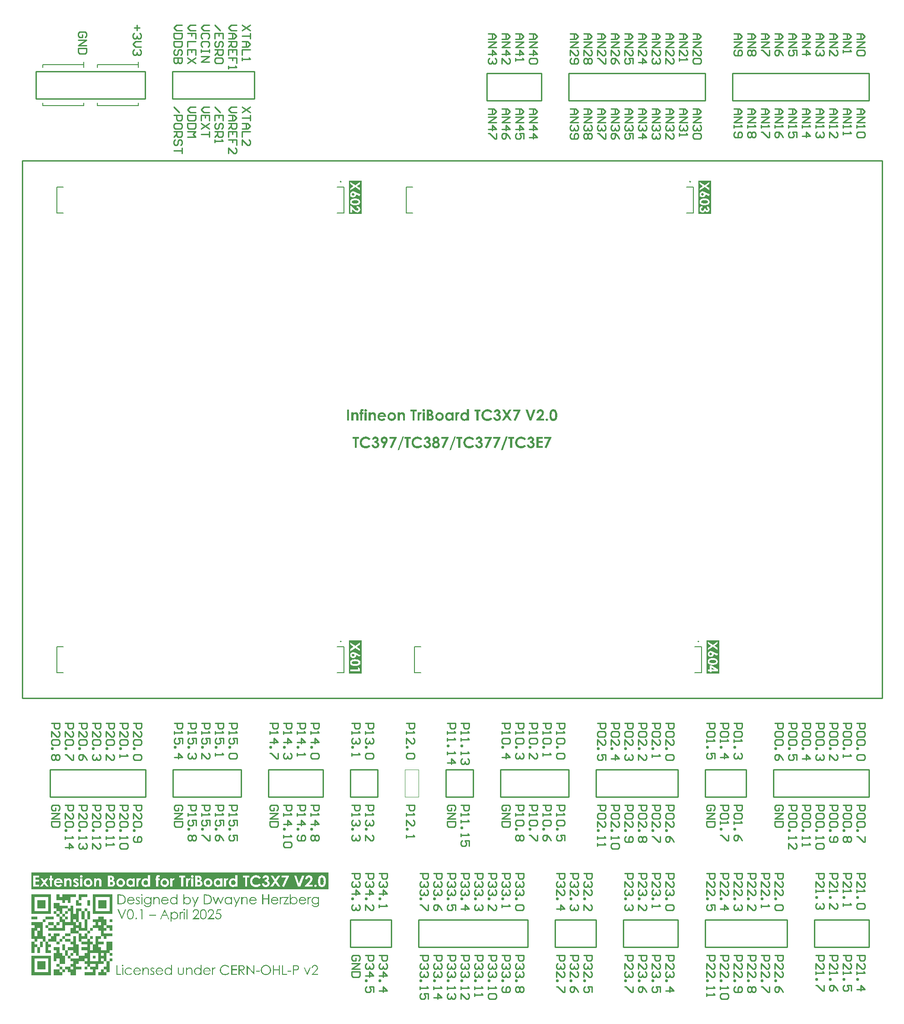
<source format=gbr>
%TF.GenerationSoftware,Altium Limited,Altium Designer,25.5.2 (35)*%
G04 Layer_Color=65535*
%FSLAX45Y45*%
%MOMM*%
%TF.SameCoordinates,6948D1F0-C69E-42BD-806E-39CAA59B2E28*%
%TF.FilePolarity,Positive*%
%TF.FileFunction,Legend,Top*%
%TF.Part,Single*%
G01*
G75*
%TA.AperFunction,NonConductor*%
%ADD28C,0.20000*%
%ADD29C,0.25400*%
%ADD30C,0.10000*%
%ADD31C,0.15240*%
G36*
X-14997423Y-3701724D02*
X-15100870D01*
Y-3805171D01*
X-15152594D01*
Y-3753447D01*
X-15204317D01*
Y-3805171D01*
X-15256041D01*
Y-3753447D01*
X-15359488D01*
Y-3650000D01*
X-15307764D01*
Y-3701724D01*
X-15256041D01*
Y-3650000D01*
X-14997423D01*
Y-3701724D01*
D02*
G37*
G36*
X-14790529D02*
X-14893976D01*
Y-3753447D01*
X-14945700D01*
Y-3650000D01*
X-14790529D01*
Y-3701724D01*
D02*
G37*
G36*
X-14738805Y-3856894D02*
X-14790529D01*
Y-3753447D01*
X-14738805D01*
Y-3856894D01*
D02*
G37*
G36*
X-14945700Y-3805171D02*
X-14893976D01*
Y-3856894D01*
X-14997423D01*
Y-3753447D01*
X-14945700D01*
Y-3805171D01*
D02*
G37*
G36*
X-14325017Y-4012065D02*
X-14687082D01*
Y-3650000D01*
X-14325017D01*
Y-4012065D01*
D02*
G37*
G36*
X-15152594D02*
X-15204317D01*
Y-3960341D01*
X-15152594D01*
Y-4012065D01*
D02*
G37*
G36*
X-15462935D02*
X-15825000D01*
Y-3650000D01*
X-15462935D01*
Y-4012065D01*
D02*
G37*
G36*
X-14790529Y-3960341D02*
X-14738805D01*
Y-4115512D01*
X-14790529D01*
Y-3960341D01*
X-14842253D01*
Y-3908618D01*
X-14790529D01*
Y-3960341D01*
D02*
G37*
G36*
X-15411211Y-4115512D02*
X-15566382D01*
Y-4063788D01*
X-15411211D01*
Y-4115512D01*
D02*
G37*
G36*
X-15721553D02*
X-15825000D01*
Y-4063788D01*
X-15721553D01*
Y-4115512D01*
D02*
G37*
G36*
X-14325017Y-4167236D02*
X-14376741D01*
Y-4115512D01*
X-14325017D01*
Y-4167236D01*
D02*
G37*
G36*
X-15307764Y-3856894D02*
X-15152594D01*
Y-3908618D01*
X-15100870D01*
Y-3856894D01*
X-15049147D01*
Y-4012065D01*
X-14997423D01*
Y-3908618D01*
X-14893976D01*
Y-3960341D01*
X-14842253D01*
Y-4115512D01*
X-14790529D01*
Y-4322406D01*
X-14738805D01*
Y-4374130D01*
X-14790529D01*
Y-4322406D01*
X-14945700D01*
Y-4270683D01*
X-14997423D01*
Y-4322406D01*
X-14945700D01*
Y-4374130D01*
X-14893976D01*
Y-4425853D01*
X-14842253D01*
Y-4374130D01*
X-14790529D01*
Y-4477577D01*
X-14738805D01*
Y-4529300D01*
X-14687082D01*
Y-4581024D01*
X-14635358D01*
Y-4425853D01*
X-14531911D01*
Y-4477577D01*
X-14583635D01*
Y-4529300D01*
X-14480188D01*
Y-4581024D01*
X-14583635D01*
Y-4632747D01*
X-14531911D01*
Y-4684471D01*
X-14428464D01*
Y-4529300D01*
X-14325017D01*
Y-4684471D01*
X-14376741D01*
Y-4736194D01*
X-14325017D01*
Y-4787918D01*
X-14376741D01*
Y-4736194D01*
X-14428464D01*
Y-4891365D01*
X-14376741D01*
Y-5098259D01*
X-14428464D01*
Y-5046536D01*
X-14480188D01*
Y-4994812D01*
X-14428464D01*
Y-4891365D01*
X-14480188D01*
Y-4839642D01*
X-14531911D01*
Y-4891365D01*
X-14480188D01*
Y-4943089D01*
X-14583635D01*
Y-5046536D01*
X-14635358D01*
Y-5149983D01*
X-14842253D01*
Y-5098259D01*
X-14687082D01*
Y-5046536D01*
X-14738805D01*
Y-4994812D01*
X-14790529D01*
Y-4943089D01*
X-14842253D01*
Y-4891365D01*
X-14945700D01*
Y-4943089D01*
X-14997423D01*
Y-4994812D01*
X-14893976D01*
Y-5046536D01*
X-14997423D01*
Y-5149983D01*
X-15100870D01*
Y-5098259D01*
X-15152594D01*
Y-5046536D01*
X-15204317D01*
Y-4994812D01*
X-15100870D01*
Y-5046536D01*
X-15049147D01*
Y-4994812D01*
X-15100870D01*
Y-4943089D01*
X-15049147D01*
Y-4891365D01*
X-15100870D01*
Y-4839642D01*
X-15152594D01*
Y-4787918D01*
X-15204317D01*
Y-4684471D01*
X-15256041D01*
Y-4581024D01*
X-15204317D01*
Y-4684471D01*
X-15152594D01*
Y-4787918D01*
X-15100870D01*
Y-4839642D01*
X-14945700D01*
Y-4787918D01*
X-14997423D01*
Y-4736194D01*
X-15049147D01*
Y-4684471D01*
X-15152594D01*
Y-4632747D01*
X-15049147D01*
Y-4581024D01*
X-15100870D01*
Y-4529300D01*
X-15204317D01*
Y-4477577D01*
X-15256041D01*
Y-4425853D01*
X-15204317D01*
Y-4477577D01*
X-15100870D01*
Y-4529300D01*
X-15049147D01*
Y-4425853D01*
X-14997423D01*
Y-4581024D01*
X-14945700D01*
Y-4787918D01*
X-14842253D01*
Y-4736194D01*
X-14790529D01*
Y-4684471D01*
X-14893976D01*
Y-4632747D01*
X-14790529D01*
Y-4581024D01*
X-14893976D01*
Y-4529300D01*
X-14945700D01*
Y-4374130D01*
X-15100870D01*
Y-4270683D01*
X-15049147D01*
Y-4218959D01*
X-15204317D01*
Y-4322406D01*
X-15514659D01*
Y-4270683D01*
X-15566382D01*
Y-4218959D01*
X-15514659D01*
Y-4270683D01*
X-15411211D01*
Y-4218959D01*
X-15514659D01*
Y-4167236D01*
X-15411211D01*
Y-4218959D01*
X-15359488D01*
Y-4270683D01*
X-15256041D01*
Y-4167236D01*
X-15307764D01*
Y-4063788D01*
X-15359488D01*
Y-4012065D01*
X-15411211D01*
Y-3960341D01*
X-15359488D01*
Y-4012065D01*
X-15307764D01*
Y-4063788D01*
X-15256041D01*
Y-4115512D01*
X-15204317D01*
Y-4167236D01*
X-15100870D01*
Y-3960341D01*
X-15152594D01*
Y-3908618D01*
X-15256041D01*
Y-4012065D01*
X-15204317D01*
Y-4063788D01*
X-15152594D01*
Y-4115512D01*
X-15204317D01*
Y-4063788D01*
X-15256041D01*
Y-4012065D01*
X-15307764D01*
Y-3960341D01*
X-15359488D01*
Y-3908618D01*
X-15411211D01*
Y-3805171D01*
X-15307764D01*
Y-3856894D01*
D02*
G37*
G36*
X-15566382Y-4167236D02*
X-15618106D01*
Y-4115512D01*
X-15566382D01*
Y-4167236D01*
D02*
G37*
G36*
X-15307764Y-4218959D02*
X-15359488D01*
Y-4167236D01*
X-15307764D01*
Y-4218959D01*
D02*
G37*
G36*
X-14480188Y-4115512D02*
X-14428464D01*
Y-4218959D01*
X-14325017D01*
Y-4322406D01*
X-14376741D01*
Y-4270683D01*
X-14428464D01*
Y-4218959D01*
X-14480188D01*
Y-4270683D01*
X-14428464D01*
Y-4322406D01*
X-14480188D01*
Y-4374130D01*
X-14325017D01*
Y-4425853D01*
X-14428464D01*
Y-4477577D01*
X-14480188D01*
Y-4425853D01*
X-14531911D01*
Y-4322406D01*
X-14583635D01*
Y-4270683D01*
X-14687082D01*
Y-4218959D01*
X-14635358D01*
Y-4167236D01*
X-14687082D01*
Y-4115512D01*
X-14583635D01*
Y-4063788D01*
X-14480188D01*
Y-4115512D01*
D02*
G37*
G36*
X-14687082Y-4322406D02*
X-14738805D01*
Y-4270683D01*
X-14687082D01*
Y-4322406D01*
D02*
G37*
G36*
X-15100870Y-4425853D02*
X-15204317D01*
Y-4374130D01*
X-15100870D01*
Y-4425853D01*
D02*
G37*
G36*
X-15307764D02*
X-15359488D01*
Y-4529300D01*
X-15307764D01*
Y-4581024D01*
X-15359488D01*
Y-4529300D01*
X-15514659D01*
Y-4477577D01*
X-15462935D01*
Y-4425853D01*
X-15514659D01*
Y-4374130D01*
X-15462935D01*
Y-4425853D01*
X-15411211D01*
Y-4374130D01*
X-15307764D01*
Y-4425853D01*
D02*
G37*
G36*
X-14687082Y-4477577D02*
X-14738805D01*
Y-4425853D01*
X-14687082D01*
Y-4477577D01*
D02*
G37*
G36*
X-15256041Y-4529300D02*
X-15307764D01*
Y-4477577D01*
X-15256041D01*
Y-4529300D01*
D02*
G37*
G36*
X-15618106Y-4632747D02*
X-15669829D01*
Y-4529300D01*
X-15618106D01*
Y-4632747D01*
D02*
G37*
G36*
Y-4425853D02*
X-15566382D01*
Y-4529300D01*
X-15514659D01*
Y-4581024D01*
X-15462935D01*
Y-4632747D01*
X-15514659D01*
Y-4684471D01*
X-15462935D01*
Y-4736194D01*
X-15566382D01*
Y-4529300D01*
X-15618106D01*
Y-4477577D01*
X-15721553D01*
Y-4529300D01*
X-15773276D01*
Y-4477577D01*
X-15825000D01*
Y-4270683D01*
X-15773276D01*
Y-4218959D01*
X-15825000D01*
Y-4167236D01*
X-15618106D01*
Y-4425853D01*
D02*
G37*
G36*
X-15773276Y-4581024D02*
X-15721553D01*
Y-4632747D01*
X-15669829D01*
Y-4736194D01*
X-15721553D01*
Y-4632747D01*
X-15773276D01*
Y-4736194D01*
X-15825000D01*
Y-4529300D01*
X-15773276D01*
Y-4581024D01*
D02*
G37*
G36*
X-15049147Y-4787918D02*
X-15100870D01*
Y-4736194D01*
X-15049147D01*
Y-4787918D01*
D02*
G37*
G36*
X-14325017Y-4891365D02*
X-14376741D01*
Y-4839642D01*
X-14325017D01*
Y-4891365D01*
D02*
G37*
G36*
X-15307764Y-4736194D02*
X-15256041D01*
Y-4787918D01*
X-15204317D01*
Y-4943089D01*
X-15307764D01*
Y-4839642D01*
X-15359488D01*
Y-4891365D01*
X-15411211D01*
Y-4736194D01*
X-15359488D01*
Y-4684471D01*
X-15411211D01*
Y-4632747D01*
X-15307764D01*
Y-4736194D01*
D02*
G37*
G36*
X-14790529Y-5046536D02*
X-14842253D01*
Y-4994812D01*
X-14790529D01*
Y-5046536D01*
D02*
G37*
G36*
X-15307764Y-4994812D02*
X-15256041D01*
Y-5046536D01*
X-15204317D01*
Y-5098259D01*
X-15256041D01*
Y-5046536D01*
X-15307764D01*
Y-4994812D01*
X-15359488D01*
Y-4943089D01*
X-15307764D01*
Y-4994812D01*
D02*
G37*
G36*
X-14480188Y-5098259D02*
X-14428464D01*
Y-5149983D01*
X-14583635D01*
Y-5098259D01*
X-14531911D01*
Y-5046536D01*
X-14480188D01*
Y-5098259D01*
D02*
G37*
G36*
X-15307764D02*
X-15256041D01*
Y-5149983D01*
X-15411211D01*
Y-5046536D01*
X-15307764D01*
Y-5098259D01*
D02*
G37*
G36*
X-15462935Y-5149983D02*
X-15825000D01*
Y-4787918D01*
X-15462935D01*
Y-5149983D01*
D02*
G37*
G36*
X-9686123Y1079136D02*
Y460105D01*
X-9922676D01*
Y1079136D01*
X-9686123D01*
D02*
G37*
G36*
X-9667325Y5380543D02*
X-9663909Y5380201D01*
X-9659809Y5379518D01*
X-9655026Y5378493D01*
X-9649902Y5377126D01*
X-9644436Y5375077D01*
Y5345696D01*
X-9644778D01*
X-9645802Y5346038D01*
X-9647511Y5346380D01*
X-9649219Y5347063D01*
X-9654002Y5347746D01*
X-9658443Y5348088D01*
X-9660834D01*
X-9662201Y5347746D01*
X-9665617Y5346721D01*
X-9666983Y5346038D01*
X-9668350Y5345013D01*
X-9668692Y5344672D01*
X-9669375Y5343305D01*
X-9669716Y5341939D01*
X-9670058Y5340572D01*
X-9670400Y5338864D01*
Y5336472D01*
X-9670741Y5318024D01*
X-9646144D01*
Y5285570D01*
X-9670400D01*
Y5164633D01*
X-9709004D01*
Y5285570D01*
X-9722669D01*
Y5318024D01*
X-9709004D01*
Y5318366D01*
Y5319391D01*
Y5320757D01*
Y5322807D01*
Y5325199D01*
Y5327590D01*
Y5333739D01*
X-9708662Y5339547D01*
Y5345355D01*
Y5348088D01*
Y5350138D01*
X-9708321Y5351846D01*
Y5353212D01*
Y5353896D01*
X-9707979Y5355262D01*
X-9707296Y5357653D01*
X-9706271Y5360387D01*
X-9704904Y5363803D01*
X-9703196Y5367219D01*
X-9700805Y5370294D01*
X-9697730Y5373368D01*
X-9697389Y5373710D01*
X-9696022Y5374393D01*
X-9693972Y5375760D01*
X-9690898Y5377126D01*
X-9687481Y5378493D01*
X-9683040Y5379859D01*
X-9677574Y5380543D01*
X-9671766Y5380884D01*
X-9669716D01*
X-9667325Y5380543D01*
D02*
G37*
G36*
X-8525256Y5380543D02*
X-8522865Y5379860D01*
X-8520132Y5379176D01*
X-8517399Y5377810D01*
X-8514324Y5375760D01*
X-8511591Y5373369D01*
X-8511249Y5373027D01*
X-8510566Y5372002D01*
X-8509199Y5370636D01*
X-8507833Y5368586D01*
X-8506466Y5365853D01*
X-8505100Y5363120D01*
X-8504417Y5359704D01*
X-8504075Y5355946D01*
Y5355604D01*
Y5354237D01*
X-8504417Y5352188D01*
X-8505100Y5349796D01*
X-8505783Y5347063D01*
X-8507150Y5344330D01*
X-8508858Y5341256D01*
X-8511249Y5338522D01*
X-8511591Y5338181D01*
X-8512616Y5337498D01*
X-8513982Y5336131D01*
X-8516032Y5335106D01*
X-8518423Y5333740D01*
X-8521498Y5332373D01*
X-8524573Y5331690D01*
X-8528331Y5331348D01*
X-8530039D01*
X-8532089Y5331690D01*
X-8534480Y5332373D01*
X-8537213Y5333056D01*
X-8539946Y5334423D01*
X-8543021Y5336131D01*
X-8545754Y5338522D01*
X-8546095Y5338864D01*
X-8546779Y5339889D01*
X-8548145Y5341597D01*
X-8549170Y5343647D01*
X-8550537Y5346038D01*
X-8551903Y5349113D01*
X-8552586Y5352529D01*
X-8552928Y5356287D01*
Y5356629D01*
Y5357995D01*
X-8552586Y5360045D01*
X-8551903Y5362437D01*
X-8551220Y5365170D01*
X-8550195Y5367903D01*
X-8548487Y5370977D01*
X-8546095Y5373710D01*
X-8545754Y5374052D01*
X-8544729Y5374735D01*
X-8543362Y5376102D01*
X-8541313Y5377468D01*
X-8538580Y5378493D01*
X-8535847Y5379860D01*
X-8532430Y5380543D01*
X-8528672Y5380885D01*
X-8526964D01*
X-8525256Y5380543D01*
D02*
G37*
G36*
X-9604807Y5380543D02*
X-9602415Y5379859D01*
X-9599682Y5379176D01*
X-9596949Y5377810D01*
X-9593875Y5375760D01*
X-9591142Y5373368D01*
X-9590800Y5373027D01*
X-9590117Y5372002D01*
X-9588750Y5370635D01*
X-9587384Y5368586D01*
X-9586017Y5365853D01*
X-9584651Y5363120D01*
X-9583967Y5359703D01*
X-9583626Y5355945D01*
Y5355604D01*
Y5354237D01*
X-9583967Y5352187D01*
X-9584651Y5349796D01*
X-9585334Y5347063D01*
X-9586700Y5344330D01*
X-9588409Y5341255D01*
X-9590800Y5338522D01*
X-9591142Y5338181D01*
X-9592166Y5337497D01*
X-9593533Y5336131D01*
X-9595583Y5335106D01*
X-9597974Y5333739D01*
X-9601049Y5332373D01*
X-9604124Y5331690D01*
X-9607881Y5331348D01*
X-9609590D01*
X-9611639Y5331690D01*
X-9614031Y5332373D01*
X-9616764Y5333056D01*
X-9619497Y5334423D01*
X-9622572Y5336131D01*
X-9625305Y5338522D01*
X-9625646Y5338864D01*
X-9626329Y5339889D01*
X-9627696Y5341597D01*
X-9628721Y5343647D01*
X-9630087Y5346038D01*
X-9631454Y5349113D01*
X-9632137Y5352529D01*
X-9632479Y5356287D01*
Y5356629D01*
Y5357995D01*
X-9632137Y5360045D01*
X-9631454Y5362436D01*
X-9630771Y5365169D01*
X-9629746Y5367902D01*
X-9628038Y5370977D01*
X-9625646Y5373710D01*
X-9625305Y5374052D01*
X-9624280Y5374735D01*
X-9622913Y5376102D01*
X-9620863Y5377468D01*
X-9618130Y5378493D01*
X-9615397Y5379859D01*
X-9611981Y5380543D01*
X-9608223Y5380884D01*
X-9606515D01*
X-9604807Y5380543D01*
D02*
G37*
G36*
X-7336042Y5376785D02*
X-7333651Y5376444D01*
X-7330576Y5376102D01*
X-7327160Y5375760D01*
X-7319644Y5374394D01*
X-7311445Y5372686D01*
X-7302562Y5369953D01*
X-7293680Y5366195D01*
X-7293338D01*
X-7292655Y5365853D01*
X-7291288Y5365170D01*
X-7289580Y5364145D01*
X-7287531Y5363120D01*
X-7285139Y5361754D01*
X-7279673Y5358337D01*
X-7273182Y5353896D01*
X-7266008Y5348772D01*
X-7259175Y5342622D01*
X-7252343Y5335448D01*
X-7280015Y5309143D01*
X-7280356Y5309484D01*
X-7281381Y5310509D01*
X-7282748Y5311876D01*
X-7285139Y5313925D01*
X-7287531Y5315975D01*
X-7290947Y5318708D01*
X-7294363Y5321100D01*
X-7298463Y5324174D01*
X-7303245Y5326907D01*
X-7308028Y5329640D01*
X-7313153Y5332032D01*
X-7318619Y5334082D01*
X-7324768Y5336131D01*
X-7330576Y5337498D01*
X-7337067Y5338523D01*
X-7343558Y5338864D01*
X-7346291D01*
X-7348341Y5338523D01*
X-7351074Y5338181D01*
X-7353807Y5337839D01*
X-7357223Y5337156D01*
X-7360639Y5336473D01*
X-7368497Y5333740D01*
X-7372938Y5332373D01*
X-7377038Y5330324D01*
X-7381137Y5327932D01*
X-7385237Y5325199D01*
X-7389336Y5322124D01*
X-7393436Y5318367D01*
X-7393777Y5318025D01*
X-7394461Y5317342D01*
X-7395144Y5316317D01*
X-7396510Y5314609D01*
X-7398219Y5312900D01*
X-7399927Y5310509D01*
X-7401635Y5307776D01*
X-7403343Y5304701D01*
X-7405393Y5301285D01*
X-7407101Y5297185D01*
X-7410517Y5288986D01*
X-7411884Y5284204D01*
X-7412567Y5279079D01*
X-7413250Y5273955D01*
X-7413592Y5268489D01*
Y5268147D01*
Y5267464D01*
Y5266439D01*
Y5265072D01*
X-7413250Y5261314D01*
X-7412567Y5256190D01*
X-7411542Y5250724D01*
X-7409834Y5244574D01*
X-7407784Y5238084D01*
X-7404710Y5231934D01*
Y5231593D01*
X-7404368Y5231251D01*
X-7403001Y5229201D01*
X-7400952Y5226468D01*
X-7398219Y5222710D01*
X-7394461Y5218611D01*
X-7390361Y5214511D01*
X-7385237Y5210411D01*
X-7379429Y5206654D01*
X-7379087D01*
X-7378746Y5206312D01*
X-7377721Y5205970D01*
X-7376354Y5205287D01*
X-7372938Y5203921D01*
X-7368497Y5202212D01*
X-7363031Y5200504D01*
X-7356881Y5199138D01*
X-7350049Y5198113D01*
X-7342533Y5197771D01*
X-7339800D01*
X-7336384Y5198113D01*
X-7332284Y5198454D01*
X-7327501Y5199138D01*
X-7322035Y5200504D01*
X-7316911Y5201871D01*
X-7311445Y5203921D01*
X-7310761Y5204262D01*
X-7309053Y5205287D01*
X-7305979Y5206995D01*
X-7302221Y5209387D01*
X-7297438Y5212461D01*
X-7291972Y5216561D01*
X-7286164Y5221344D01*
X-7280015Y5227151D01*
X-7253368Y5199138D01*
X-7253709Y5198796D01*
X-7254392Y5198113D01*
X-7255759Y5197088D01*
X-7257125Y5195380D01*
X-7259175Y5193672D01*
X-7261567Y5191622D01*
X-7267374Y5186839D01*
X-7273865Y5181715D01*
X-7281381Y5176590D01*
X-7288897Y5171807D01*
X-7296755Y5168049D01*
X-7297096D01*
X-7297779Y5167708D01*
X-7298804Y5167366D01*
X-7300512Y5166683D01*
X-7302221Y5166000D01*
X-7304612Y5165316D01*
X-7307345Y5164633D01*
X-7310420Y5163950D01*
X-7317252Y5162242D01*
X-7325110Y5160875D01*
X-7333992Y5159850D01*
X-7343558Y5159509D01*
X-7345608D01*
X-7348341Y5159850D01*
X-7351415D01*
X-7355515Y5160533D01*
X-7360298Y5161217D01*
X-7365764Y5161900D01*
X-7371571Y5163267D01*
X-7377721Y5164975D01*
X-7383870Y5167024D01*
X-7390703Y5169416D01*
X-7397194Y5172491D01*
X-7403685Y5175907D01*
X-7410176Y5180006D01*
X-7416667Y5184448D01*
X-7422474Y5189914D01*
X-7422816Y5190255D01*
X-7423841Y5191280D01*
X-7425207Y5192988D01*
X-7427257Y5195380D01*
X-7429649Y5198454D01*
X-7432040Y5202212D01*
X-7435115Y5206312D01*
X-7437848Y5211436D01*
X-7440581Y5216561D01*
X-7443314Y5222710D01*
X-7446047Y5229201D01*
X-7448438Y5236034D01*
X-7450488Y5243550D01*
X-7451855Y5251407D01*
X-7452879Y5259606D01*
X-7453221Y5268489D01*
Y5268830D01*
Y5269855D01*
Y5271563D01*
X-7452879Y5273613D01*
Y5276346D01*
X-7452538Y5279762D01*
X-7452196Y5283179D01*
X-7451513Y5286937D01*
X-7449805Y5295477D01*
X-7447413Y5304701D01*
X-7443997Y5314267D01*
X-7439214Y5323491D01*
X-7438873Y5323833D01*
X-7438531Y5324516D01*
X-7437848Y5325882D01*
X-7436481Y5327591D01*
X-7435115Y5329640D01*
X-7433407Y5332032D01*
X-7428965Y5337498D01*
X-7423158Y5343647D01*
X-7416325Y5350138D01*
X-7408468Y5356629D01*
X-7399244Y5362437D01*
X-7398902Y5362778D01*
X-7397877Y5363120D01*
X-7396510Y5363803D01*
X-7394802Y5364828D01*
X-7392069Y5365853D01*
X-7389336Y5367220D01*
X-7385920Y5368586D01*
X-7382162Y5369953D01*
X-7378404Y5371319D01*
X-7373963Y5372344D01*
X-7364397Y5374736D01*
X-7353807Y5376444D01*
X-7348341Y5377127D01*
X-7338433D01*
X-7336042Y5376785D01*
D02*
G37*
G36*
X-6959566Y5270880D02*
X-6889873Y5164633D01*
X-6934627D01*
X-6982113Y5236717D01*
X-7029600Y5164633D01*
X-7074353D01*
X-7004319Y5270880D01*
X-7070254Y5372002D01*
X-7025500D01*
X-6982113Y5305385D01*
X-6938385Y5372002D01*
X-6893631D01*
X-6959566Y5270880D01*
D02*
G37*
G36*
X-8923938Y5321441D02*
X-8921888D01*
X-8919497Y5321099D01*
X-8914373Y5319733D01*
X-8908223Y5318025D01*
X-8901732Y5314950D01*
X-8895241Y5311192D01*
X-8892167Y5308459D01*
X-8889092Y5305726D01*
X-8888409Y5305043D01*
X-8887042Y5303335D01*
X-8884651Y5299918D01*
X-8882259Y5295477D01*
X-8879868Y5290011D01*
X-8877477Y5283178D01*
X-8876110Y5274979D01*
X-8875427Y5265755D01*
Y5164633D01*
X-8914031D01*
Y5231592D01*
Y5231934D01*
Y5232959D01*
Y5234325D01*
Y5236033D01*
Y5238083D01*
Y5240816D01*
X-8914373Y5246282D01*
X-8914714Y5252432D01*
X-8915056Y5258581D01*
X-8915739Y5263705D01*
X-8916422Y5266097D01*
X-8916764Y5267805D01*
Y5268147D01*
X-8917106Y5269172D01*
X-8917789Y5270880D01*
X-8918814Y5272930D01*
X-8921205Y5277712D01*
X-8923255Y5279762D01*
X-8925305Y5281812D01*
X-8925646Y5282154D01*
X-8926330Y5282495D01*
X-8927696Y5283178D01*
X-8929404Y5284203D01*
X-8931454Y5285228D01*
X-8933845Y5285911D01*
X-8936920Y5286253D01*
X-8939995Y5286595D01*
X-8942045D01*
X-8944094Y5286253D01*
X-8946827Y5285570D01*
X-8949902Y5284545D01*
X-8953318Y5283178D01*
X-8956735Y5281470D01*
X-8959809Y5278737D01*
X-8960151Y5278396D01*
X-8961176Y5277371D01*
X-8962542Y5275663D01*
X-8964251Y5272930D01*
X-8966300Y5269855D01*
X-8968008Y5266097D01*
X-8970058Y5261997D01*
X-8971425Y5256873D01*
Y5256531D01*
X-8971766Y5255506D01*
Y5253457D01*
X-8972108Y5250382D01*
X-8972450Y5246282D01*
Y5240816D01*
X-8972791Y5237400D01*
Y5233984D01*
Y5230226D01*
Y5225785D01*
Y5164633D01*
X-9011395D01*
Y5318025D01*
X-8972791D01*
Y5301968D01*
X-8972108Y5302310D01*
X-8970742Y5303676D01*
X-8968008Y5305726D01*
X-8964934Y5308117D01*
X-8961176Y5310509D01*
X-8957418Y5313242D01*
X-8953318Y5315292D01*
X-8949219Y5317341D01*
X-8948877Y5317683D01*
X-8947511Y5318025D01*
X-8945119Y5318708D01*
X-8942386Y5319733D01*
X-8939312Y5320416D01*
X-8935554Y5321099D01*
X-8931796Y5321441D01*
X-8927696Y5321783D01*
X-8925305D01*
X-8923938Y5321441D01*
D02*
G37*
G36*
X-9466788Y5321441D02*
X-9464738D01*
X-9462347Y5321099D01*
X-9457223Y5319733D01*
X-9451073Y5318025D01*
X-9444582Y5314950D01*
X-9438091Y5311192D01*
X-9435017Y5308459D01*
X-9431942Y5305726D01*
X-9431259Y5305043D01*
X-9429892Y5303335D01*
X-9427501Y5299918D01*
X-9425109Y5295477D01*
X-9422718Y5290011D01*
X-9420327Y5283178D01*
X-9418960Y5274979D01*
X-9418277Y5265755D01*
Y5164633D01*
X-9456881D01*
Y5231592D01*
Y5231934D01*
Y5232959D01*
Y5234325D01*
Y5236033D01*
Y5238083D01*
Y5240816D01*
X-9457223Y5246282D01*
X-9457564Y5252432D01*
X-9457906Y5258581D01*
X-9458589Y5263705D01*
X-9459272Y5266097D01*
X-9459614Y5267805D01*
Y5268147D01*
X-9459956Y5269172D01*
X-9460639Y5270880D01*
X-9461664Y5272930D01*
X-9464055Y5277712D01*
X-9466105Y5279762D01*
X-9468155Y5281812D01*
X-9468496Y5282153D01*
X-9469180Y5282495D01*
X-9470546Y5283178D01*
X-9472254Y5284203D01*
X-9474304Y5285228D01*
X-9476696Y5285911D01*
X-9479770Y5286253D01*
X-9482845Y5286594D01*
X-9484895D01*
X-9486944Y5286253D01*
X-9489677Y5285570D01*
X-9492752Y5284545D01*
X-9496168Y5283178D01*
X-9499585Y5281470D01*
X-9502659Y5278737D01*
X-9503001Y5278395D01*
X-9504026Y5277370D01*
X-9505392Y5275662D01*
X-9507101Y5272929D01*
X-9509150Y5269855D01*
X-9510859Y5266097D01*
X-9512908Y5261997D01*
X-9514275Y5256873D01*
Y5256531D01*
X-9514616Y5255506D01*
Y5253456D01*
X-9514958Y5250382D01*
X-9515300Y5246282D01*
Y5240816D01*
X-9515641Y5237400D01*
Y5233983D01*
Y5230226D01*
Y5225784D01*
Y5164633D01*
X-9554246D01*
Y5318024D01*
X-9515641D01*
Y5301968D01*
X-9514958Y5302309D01*
X-9513592Y5303676D01*
X-9510859Y5305726D01*
X-9507784Y5308117D01*
X-9504026Y5310509D01*
X-9500268Y5313242D01*
X-9496168Y5315291D01*
X-9492069Y5317341D01*
X-9491727Y5317683D01*
X-9490361Y5318024D01*
X-9487969Y5318708D01*
X-9485236Y5319733D01*
X-9482162Y5320416D01*
X-9478404Y5321099D01*
X-9474646Y5321441D01*
X-9470546Y5321782D01*
X-9468155D01*
X-9466788Y5321441D01*
D02*
G37*
G36*
X-9789970D02*
X-9787920D01*
X-9785529Y5321099D01*
X-9780405Y5319733D01*
X-9774255Y5318024D01*
X-9767764Y5314950D01*
X-9761273Y5311192D01*
X-9758199Y5308459D01*
X-9755124Y5305726D01*
X-9754441Y5305042D01*
X-9753074Y5303334D01*
X-9750683Y5299918D01*
X-9748291Y5295477D01*
X-9745900Y5290011D01*
X-9743509Y5283178D01*
X-9742142Y5274979D01*
X-9741459Y5265755D01*
Y5164633D01*
X-9780063D01*
Y5231592D01*
Y5231934D01*
Y5232959D01*
Y5234325D01*
Y5236033D01*
Y5238083D01*
Y5240816D01*
X-9780405Y5246282D01*
X-9780746Y5252431D01*
X-9781088Y5258581D01*
X-9781771Y5263705D01*
X-9782454Y5266097D01*
X-9782796Y5267805D01*
Y5268146D01*
X-9783138Y5269171D01*
X-9783821Y5270879D01*
X-9784846Y5272929D01*
X-9787237Y5277712D01*
X-9789287Y5279762D01*
X-9791337Y5281812D01*
X-9791678Y5282153D01*
X-9792362Y5282495D01*
X-9793728Y5283178D01*
X-9795436Y5284203D01*
X-9797486Y5285228D01*
X-9799878Y5285911D01*
X-9802952Y5286253D01*
X-9806027Y5286594D01*
X-9808077D01*
X-9810126Y5286253D01*
X-9812859Y5285570D01*
X-9815934Y5284545D01*
X-9819350Y5283178D01*
X-9822767Y5281470D01*
X-9825841Y5278737D01*
X-9826183Y5278395D01*
X-9827208Y5277370D01*
X-9828574Y5275662D01*
X-9830283Y5272929D01*
X-9832332Y5269855D01*
X-9834041Y5266097D01*
X-9836090Y5261997D01*
X-9837457Y5256873D01*
Y5256531D01*
X-9837798Y5255506D01*
Y5253456D01*
X-9838140Y5250382D01*
X-9838482Y5246282D01*
Y5240816D01*
X-9838823Y5237400D01*
Y5233983D01*
Y5230226D01*
Y5225784D01*
Y5164633D01*
X-9877428D01*
Y5318024D01*
X-9838823D01*
Y5301968D01*
X-9838140Y5302309D01*
X-9836774Y5303676D01*
X-9834041Y5305726D01*
X-9830966Y5308117D01*
X-9827208Y5310509D01*
X-9823450Y5313242D01*
X-9819350Y5315291D01*
X-9815251Y5317341D01*
X-9814909Y5317683D01*
X-9813543Y5318024D01*
X-9811151Y5318708D01*
X-9808418Y5319733D01*
X-9805344Y5320416D01*
X-9801586Y5321099D01*
X-9797828Y5321441D01*
X-9793728Y5321782D01*
X-9791337D01*
X-9789970Y5321441D01*
D02*
G37*
G36*
X-7687921Y5164633D02*
X-7726525D01*
Y5180690D01*
X-7726867Y5180348D01*
X-7728575Y5178982D01*
X-7730625Y5176932D01*
X-7733699Y5174882D01*
X-7737116Y5172149D01*
X-7741215Y5169758D01*
X-7745315Y5167366D01*
X-7749414Y5165316D01*
X-7749756Y5164975D01*
X-7751464Y5164633D01*
X-7753514Y5163950D01*
X-7756588Y5163267D01*
X-7760346Y5162242D01*
X-7764446Y5161558D01*
X-7769229Y5161217D01*
X-7774012Y5160875D01*
X-7776745D01*
X-7779136Y5161217D01*
X-7781527Y5161558D01*
X-7784602Y5162242D01*
X-7788018Y5162925D01*
X-7791435Y5163608D01*
X-7799634Y5166341D01*
X-7804075Y5168391D01*
X-7808175Y5170441D01*
X-7812616Y5173174D01*
X-7817057Y5176248D01*
X-7821498Y5179665D01*
X-7825598Y5183764D01*
X-7825939Y5184106D01*
X-7826623Y5184789D01*
X-7827648Y5186156D01*
X-7829014Y5187864D01*
X-7830722Y5190255D01*
X-7832430Y5192988D01*
X-7834480Y5196063D01*
X-7836188Y5199479D01*
X-7838238Y5203579D01*
X-7840288Y5207678D01*
X-7841996Y5212461D01*
X-7843704Y5217586D01*
X-7845071Y5222710D01*
X-7846096Y5228518D01*
X-7846779Y5234667D01*
X-7847120Y5240817D01*
Y5241158D01*
Y5242525D01*
Y5244233D01*
X-7846779Y5246624D01*
X-7846437Y5249699D01*
X-7846096Y5253115D01*
X-7845412Y5257215D01*
X-7844387Y5261314D01*
X-7841996Y5270538D01*
X-7840288Y5275321D01*
X-7838238Y5280446D01*
X-7835847Y5285228D01*
X-7833114Y5290011D01*
X-7830039Y5294452D01*
X-7826281Y5298894D01*
X-7825939Y5299235D01*
X-7825256Y5299919D01*
X-7824231Y5300943D01*
X-7822523Y5302652D01*
X-7820473Y5304360D01*
X-7818082Y5306068D01*
X-7815007Y5308118D01*
X-7811933Y5310509D01*
X-7808516Y5312559D01*
X-7804417Y5314609D01*
X-7795876Y5318367D01*
X-7790752Y5319733D01*
X-7785969Y5320758D01*
X-7780503Y5321441D01*
X-7775037Y5321783D01*
X-7772645D01*
X-7769912Y5321441D01*
X-7766837Y5321100D01*
X-7762738Y5320416D01*
X-7758297Y5319391D01*
X-7753855Y5318025D01*
X-7749414Y5316317D01*
X-7748731Y5315975D01*
X-7747364Y5315292D01*
X-7744973Y5314267D01*
X-7741898Y5312559D01*
X-7738482Y5310167D01*
X-7734724Y5307776D01*
X-7730625Y5304701D01*
X-7726525Y5300943D01*
Y5377127D01*
X-7687921D01*
Y5164633D01*
D02*
G37*
G36*
X-7871718Y5321441D02*
X-7869668D01*
X-7867618Y5320758D01*
X-7864885Y5320075D01*
X-7862152Y5319050D01*
X-7859077Y5317683D01*
X-7871035Y5284545D01*
X-7871376D01*
X-7872059Y5285228D01*
X-7873426Y5285570D01*
X-7874792Y5286253D01*
X-7878209Y5287278D01*
X-7881967Y5287961D01*
X-7883333D01*
X-7885041Y5287278D01*
X-7887091Y5286595D01*
X-7889141Y5285228D01*
X-7891874Y5283179D01*
X-7894265Y5280446D01*
X-7896657Y5276688D01*
X-7896998Y5276004D01*
X-7897682Y5274638D01*
X-7898023Y5273271D01*
X-7898365Y5271563D01*
X-7899048Y5269513D01*
X-7899390Y5267122D01*
X-7900073Y5264389D01*
X-7900756Y5261314D01*
X-7901098Y5257898D01*
X-7901440Y5253798D01*
X-7901781Y5249699D01*
X-7902123Y5244574D01*
X-7902465Y5239450D01*
Y5233642D01*
X-7902123Y5226468D01*
Y5164633D01*
X-7940727D01*
Y5318025D01*
X-7906906D01*
Y5298210D01*
X-7906564Y5298894D01*
X-7905881Y5300260D01*
X-7904856Y5302310D01*
X-7903148Y5304701D01*
X-7901440Y5307434D01*
X-7899048Y5310509D01*
X-7896315Y5313242D01*
X-7893240Y5315634D01*
X-7892899Y5315975D01*
X-7891874Y5316658D01*
X-7889824Y5317683D01*
X-7887774Y5318708D01*
X-7885041Y5319733D01*
X-7881625Y5320758D01*
X-7878209Y5321441D01*
X-7874451Y5321783D01*
X-7873084D01*
X-7871718Y5321441D01*
D02*
G37*
G36*
X-8576159Y5321441D02*
X-8574109D01*
X-8572059Y5320758D01*
X-8569326Y5320074D01*
X-8566593Y5319050D01*
X-8563519Y5317683D01*
X-8575476Y5284545D01*
X-8575817D01*
X-8576500Y5285228D01*
X-8577867Y5285570D01*
X-8579234Y5286253D01*
X-8582650Y5287278D01*
X-8586408Y5287961D01*
X-8587774D01*
X-8589482Y5287278D01*
X-8591532Y5286595D01*
X-8593582Y5285228D01*
X-8596315Y5283178D01*
X-8598706Y5280445D01*
X-8601098Y5276687D01*
X-8601439Y5276004D01*
X-8602123Y5274638D01*
X-8602464Y5273271D01*
X-8602806Y5271563D01*
X-8603489Y5269513D01*
X-8603831Y5267122D01*
X-8604514Y5264389D01*
X-8605197Y5261314D01*
X-8605539Y5257898D01*
X-8605881Y5253798D01*
X-8606222Y5249699D01*
X-8606564Y5244574D01*
X-8606906Y5239450D01*
Y5233642D01*
X-8606564Y5226468D01*
Y5164633D01*
X-8645168D01*
Y5318025D01*
X-8611347D01*
Y5298210D01*
X-8611005Y5298893D01*
X-8610322Y5300260D01*
X-8609297Y5302310D01*
X-8607589Y5304701D01*
X-8605881Y5307434D01*
X-8603489Y5310509D01*
X-8600756Y5313242D01*
X-8597682Y5315633D01*
X-8597340Y5315975D01*
X-8596315Y5316658D01*
X-8594265Y5317683D01*
X-8592215Y5318708D01*
X-8589482Y5319733D01*
X-8586066Y5320758D01*
X-8582650Y5321441D01*
X-8578892Y5321783D01*
X-8577525D01*
X-8576159Y5321441D01*
D02*
G37*
G36*
X-6522279Y5164633D02*
X-6560200Y5164633D01*
X-6633309Y5372002D01*
X-6592655D01*
X-6540727Y5224419D01*
X-6487091Y5372003D01*
X-6447121D01*
X-6522279Y5164633D01*
D02*
G37*
G36*
X-7156345Y5376785D02*
X-7154295D01*
X-7151903Y5376444D01*
X-7145754Y5375077D01*
X-7138921Y5373027D01*
X-7131747Y5370294D01*
X-7124573Y5366195D01*
X-7121157Y5363462D01*
X-7117740Y5360729D01*
X-7117399Y5360387D01*
X-7117057Y5360045D01*
X-7116032Y5359021D01*
X-7115007Y5357996D01*
X-7112274Y5354579D01*
X-7108858Y5349797D01*
X-7105783Y5344330D01*
X-7103050Y5337839D01*
X-7101001Y5330324D01*
X-7100659Y5326224D01*
X-7100317Y5322124D01*
Y5321441D01*
Y5319733D01*
X-7100659Y5317342D01*
X-7101342Y5313925D01*
X-7102367Y5309826D01*
X-7103734Y5305726D01*
X-7105442Y5301285D01*
X-7108175Y5296844D01*
X-7108516Y5296502D01*
X-7109541Y5295136D01*
X-7111249Y5292744D01*
X-7113641Y5290353D01*
X-7116716Y5287278D01*
X-7120473Y5284204D01*
X-7124915Y5281129D01*
X-7130039Y5278396D01*
X-7129697D01*
X-7129356Y5278054D01*
X-7128331Y5277713D01*
X-7126964Y5277371D01*
X-7123548Y5276004D01*
X-7119449Y5273955D01*
X-7114666Y5271222D01*
X-7109541Y5267805D01*
X-7105100Y5263706D01*
X-7100659Y5258923D01*
X-7100317Y5258240D01*
X-7098951Y5256532D01*
X-7097243Y5253457D01*
X-7095193Y5249699D01*
X-7093143Y5244574D01*
X-7091435Y5239108D01*
X-7090068Y5232617D01*
X-7089727Y5225785D01*
Y5225443D01*
Y5224418D01*
Y5223052D01*
X-7090068Y5221002D01*
X-7090410Y5218952D01*
X-7090752Y5215878D01*
X-7092460Y5209387D01*
X-7094851Y5202212D01*
X-7096559Y5198113D01*
X-7098609Y5194355D01*
X-7101001Y5190255D01*
X-7103734Y5186156D01*
X-7106808Y5182398D01*
X-7110566Y5178640D01*
X-7110908Y5178298D01*
X-7111591Y5177957D01*
X-7112616Y5176932D01*
X-7114324Y5175565D01*
X-7116374Y5174199D01*
X-7118765Y5172491D01*
X-7121498Y5170782D01*
X-7124915Y5169074D01*
X-7128331Y5167366D01*
X-7132430Y5165658D01*
X-7136530Y5163950D01*
X-7141313Y5162583D01*
X-7151562Y5160192D01*
X-7157028Y5159850D01*
X-7162836Y5159509D01*
X-7165910D01*
X-7167960Y5159850D01*
X-7170351Y5160192D01*
X-7173426Y5160533D01*
X-7176842Y5160875D01*
X-7180259Y5161900D01*
X-7188116Y5163950D01*
X-7196657Y5167024D01*
X-7200756Y5169074D01*
X-7204856Y5171807D01*
X-7208614Y5174540D01*
X-7212372Y5177615D01*
X-7212714Y5177957D01*
X-7213055Y5178298D01*
X-7214080Y5179665D01*
X-7215447Y5181031D01*
X-7216813Y5182739D01*
X-7218521Y5185131D01*
X-7220229Y5187522D01*
X-7221938Y5190597D01*
X-7223646Y5194013D01*
X-7225695Y5197771D01*
X-7227404Y5201871D01*
X-7228770Y5206312D01*
X-7230478Y5211095D01*
X-7231503Y5216219D01*
X-7232186Y5221685D01*
X-7232870Y5227493D01*
X-7193924D01*
Y5227151D01*
Y5226810D01*
X-7193241Y5224760D01*
X-7192557Y5222027D01*
X-7191532Y5218269D01*
X-7190166Y5214511D01*
X-7188458Y5210411D01*
X-7186066Y5206654D01*
X-7182992Y5203237D01*
X-7182650Y5202896D01*
X-7181284Y5202212D01*
X-7179575Y5200846D01*
X-7176842Y5199479D01*
X-7173768Y5198113D01*
X-7170010Y5196746D01*
X-7165569Y5196063D01*
X-7160786Y5195721D01*
X-7158394D01*
X-7156003Y5196063D01*
X-7152928Y5196746D01*
X-7149170Y5197771D01*
X-7145412Y5199479D01*
X-7141654Y5201529D01*
X-7137897Y5204262D01*
X-7137555Y5204604D01*
X-7136530Y5205970D01*
X-7134822Y5207678D01*
X-7133114Y5210411D01*
X-7131747Y5213486D01*
X-7130039Y5217244D01*
X-7129014Y5221344D01*
X-7128673Y5226126D01*
Y5226810D01*
X-7129014Y5228518D01*
X-7129356Y5230909D01*
X-7130381Y5234326D01*
X-7131747Y5238084D01*
X-7134139Y5241841D01*
X-7137213Y5245941D01*
X-7141313Y5249699D01*
X-7141996Y5250041D01*
X-7143704Y5251407D01*
X-7146437Y5252774D01*
X-7150195Y5254823D01*
X-7155320Y5256532D01*
X-7161469Y5258240D01*
X-7168302Y5259265D01*
X-7176501Y5259948D01*
Y5293769D01*
X-7175817D01*
X-7174109Y5294111D01*
X-7171718D01*
X-7168302Y5294794D01*
X-7161469Y5295819D01*
X-7158053Y5296844D01*
X-7155320Y5297869D01*
X-7154978D01*
X-7153953Y5298552D01*
X-7152928Y5299235D01*
X-7151220Y5300260D01*
X-7147462Y5303335D01*
X-7144046Y5307093D01*
X-7143704Y5307434D01*
X-7143363Y5308118D01*
X-7142679Y5309143D01*
X-7141996Y5310851D01*
X-7140630Y5314609D01*
X-7139946Y5317000D01*
Y5319391D01*
Y5319733D01*
Y5320758D01*
X-7140288Y5322466D01*
X-7140630Y5324516D01*
X-7141313Y5326566D01*
X-7142679Y5328957D01*
X-7144046Y5331348D01*
X-7146096Y5333398D01*
X-7146437Y5333740D01*
X-7147121Y5334423D01*
X-7148487Y5335106D01*
X-7150195Y5336473D01*
X-7152587Y5337498D01*
X-7155320Y5338181D01*
X-7158394Y5338864D01*
X-7161811Y5339206D01*
X-7163177D01*
X-7164885Y5338864D01*
X-7166935Y5338523D01*
X-7169327Y5337839D01*
X-7172060Y5336815D01*
X-7174793Y5335448D01*
X-7177526Y5333740D01*
X-7177867Y5333398D01*
X-7178551Y5332715D01*
X-7179917Y5331690D01*
X-7181284Y5330324D01*
X-7182650Y5328274D01*
X-7184358Y5326224D01*
X-7185725Y5323491D01*
X-7186750Y5320758D01*
X-7224671D01*
Y5321100D01*
Y5321783D01*
X-7224329Y5322808D01*
X-7223987Y5324516D01*
X-7223646Y5326566D01*
X-7222962Y5328615D01*
X-7221596Y5334082D01*
X-7219546Y5339889D01*
X-7216471Y5346039D01*
X-7213055Y5352188D01*
X-7208272Y5357654D01*
X-7207931Y5357996D01*
X-7207247Y5358337D01*
X-7206223Y5359362D01*
X-7204856Y5360729D01*
X-7203148Y5362095D01*
X-7200756Y5363803D01*
X-7198365Y5365511D01*
X-7195290Y5367561D01*
X-7188458Y5370978D01*
X-7180259Y5374052D01*
X-7175817Y5375419D01*
X-7171035Y5376444D01*
X-7165910Y5376785D01*
X-7160786Y5377127D01*
X-7158394D01*
X-7156345Y5376785D01*
D02*
G37*
G36*
X-6349415Y5376786D02*
X-6344973Y5376102D01*
X-6339849Y5375077D01*
X-6334383Y5373711D01*
X-6328575Y5371661D01*
X-6323109Y5368928D01*
X-6322767D01*
X-6322426Y5368586D01*
X-6320718Y5367562D01*
X-6317985Y5365512D01*
X-6314568Y5363120D01*
X-6310810Y5360046D01*
X-6307052Y5355946D01*
X-6303294Y5351505D01*
X-6299878Y5346039D01*
X-6299537Y5345356D01*
X-6298512Y5343306D01*
X-6297145Y5340573D01*
X-6295437Y5336473D01*
X-6293729Y5332032D01*
X-6292362Y5326908D01*
X-6291337Y5321441D01*
X-6290996Y5315634D01*
Y5315292D01*
Y5314951D01*
Y5313926D01*
Y5312559D01*
X-6291337Y5310851D01*
X-6291679Y5308801D01*
X-6292362Y5303677D01*
X-6293729Y5297869D01*
X-6295437Y5291036D01*
X-6298170Y5283521D01*
X-6301586Y5275663D01*
Y5275321D01*
X-6301928Y5274638D01*
X-6302611Y5273613D01*
X-6303636Y5271905D01*
X-6305003Y5269855D01*
X-6306369Y5267464D01*
X-6308077Y5264731D01*
X-6310469Y5261315D01*
X-6312860Y5257898D01*
X-6315593Y5254140D01*
X-6318668Y5250041D01*
X-6322426Y5245600D01*
X-6326184Y5240817D01*
X-6330625Y5236034D01*
X-6335066Y5230910D01*
X-6340191Y5225443D01*
X-6363763Y5201188D01*
X-6289288D01*
Y5164633D01*
X-6433114D01*
Y5183423D01*
X-6369229Y5248674D01*
X-6368887Y5249016D01*
X-6368204Y5249699D01*
X-6367179Y5251066D01*
X-6365471Y5252432D01*
X-6363763Y5254482D01*
X-6361372Y5256873D01*
X-6356589Y5262339D01*
X-6351464Y5268147D01*
X-6346340Y5274638D01*
X-6341899Y5280788D01*
X-6340191Y5283862D01*
X-6338482Y5286595D01*
X-6338141Y5287278D01*
X-6337116Y5288987D01*
X-6336091Y5291720D01*
X-6334383Y5295136D01*
X-6333016Y5299236D01*
X-6331991Y5303677D01*
X-6330967Y5308118D01*
X-6330625Y5312559D01*
Y5313242D01*
Y5314609D01*
X-6330967Y5316659D01*
X-6331650Y5319392D01*
X-6332675Y5322808D01*
X-6334041Y5325883D01*
X-6336091Y5329299D01*
X-6338824Y5332374D01*
X-6339166Y5332715D01*
X-6340191Y5333740D01*
X-6341899Y5334765D01*
X-6344290Y5336473D01*
X-6347023Y5337840D01*
X-6350781Y5338865D01*
X-6354539Y5339889D01*
X-6358980Y5340231D01*
X-6361030D01*
X-6363421Y5339889D01*
X-6366496Y5339206D01*
X-6369571Y5337840D01*
X-6373329Y5336132D01*
X-6376745Y5333740D01*
X-6380161Y5330665D01*
X-6380503Y5330324D01*
X-6381528Y5328957D01*
X-6382894Y5326908D01*
X-6384261Y5323833D01*
X-6385969Y5320075D01*
X-6387335Y5315975D01*
X-6388360Y5310851D01*
X-6388702Y5305043D01*
X-6427306D01*
Y5305385D01*
Y5306410D01*
X-6426965Y5308118D01*
X-6426623Y5310509D01*
X-6426281Y5313242D01*
X-6425940Y5316659D01*
X-6425256Y5320417D01*
X-6424232Y5324175D01*
X-6421498Y5332715D01*
X-6418082Y5341256D01*
X-6415691Y5345697D01*
X-6412958Y5349797D01*
X-6409883Y5353896D01*
X-6406467Y5357654D01*
X-6406125Y5357996D01*
X-6405442Y5358338D01*
X-6404417Y5359362D01*
X-6403050Y5360729D01*
X-6401001Y5362095D01*
X-6398609Y5363804D01*
X-6395876Y5365512D01*
X-6392802Y5367562D01*
X-6389385Y5369270D01*
X-6385627Y5370978D01*
X-6377087Y5374052D01*
X-6372304Y5375419D01*
X-6367179Y5376444D01*
X-6361713Y5376786D01*
X-6356247Y5377127D01*
X-6353172D01*
X-6349415Y5376786D01*
D02*
G37*
G36*
X-7469961Y5333057D02*
X-7507882D01*
Y5164633D01*
X-7547853D01*
Y5333057D01*
X-7584749D01*
Y5372002D01*
X-7469961D01*
Y5333057D01*
D02*
G37*
G36*
X-8052782Y5321441D02*
X-8049707Y5321099D01*
X-8045607Y5320416D01*
X-8041166Y5319391D01*
X-8036725Y5318025D01*
X-8032284Y5316317D01*
X-8031601Y5315975D01*
X-8030234Y5315292D01*
X-8027843Y5314267D01*
X-8024768Y5312559D01*
X-8021352Y5310167D01*
X-8017594Y5307776D01*
X-8013494Y5304701D01*
X-8009395Y5300943D01*
Y5318025D01*
X-7970791D01*
Y5164633D01*
X-8009395D01*
Y5180690D01*
X-8009736Y5180348D01*
X-8011444Y5178981D01*
X-8013494Y5176931D01*
X-8016569Y5174882D01*
X-8019985Y5172149D01*
X-8024085Y5169757D01*
X-8028184Y5167366D01*
X-8032284Y5165316D01*
X-8032626Y5164974D01*
X-8034334Y5164633D01*
X-8036383Y5163950D01*
X-8039458Y5163266D01*
X-8043216Y5162241D01*
X-8047316Y5161558D01*
X-8052098Y5161216D01*
X-8056881Y5160875D01*
X-8059614D01*
X-8062006Y5161216D01*
X-8064397Y5161558D01*
X-8067472Y5162241D01*
X-8070888Y5162925D01*
X-8074304Y5163608D01*
X-8082504Y5166341D01*
X-8086945Y5168391D01*
X-8091044Y5170441D01*
X-8095485Y5173174D01*
X-8099927Y5176248D01*
X-8104368Y5179665D01*
X-8108467Y5183764D01*
X-8108809Y5184106D01*
X-8109492Y5184789D01*
X-8110517Y5186155D01*
X-8111884Y5187864D01*
X-8113592Y5190255D01*
X-8115300Y5192988D01*
X-8117350Y5196063D01*
X-8119058Y5199479D01*
X-8121108Y5203579D01*
X-8123157Y5207678D01*
X-8124866Y5212461D01*
X-8126574Y5217585D01*
X-8127940Y5222710D01*
X-8128965Y5228518D01*
X-8129648Y5234667D01*
X-8129990Y5240816D01*
Y5241158D01*
Y5242524D01*
Y5244233D01*
X-8129648Y5246624D01*
X-8129307Y5249699D01*
X-8128965Y5253115D01*
X-8128282Y5257215D01*
X-8127257Y5261314D01*
X-8124866Y5270538D01*
X-8123157Y5275321D01*
X-8121108Y5280445D01*
X-8118716Y5285228D01*
X-8115983Y5290011D01*
X-8112909Y5294452D01*
X-8109151Y5298893D01*
X-8108809Y5299235D01*
X-8108126Y5299918D01*
X-8107101Y5300943D01*
X-8105393Y5302651D01*
X-8103343Y5304359D01*
X-8100952Y5306068D01*
X-8097877Y5308117D01*
X-8094802Y5310509D01*
X-8091386Y5312559D01*
X-8087286Y5314608D01*
X-8078746Y5318366D01*
X-8073621Y5319733D01*
X-8068838Y5320758D01*
X-8063372Y5321441D01*
X-8057906Y5321783D01*
X-8055515D01*
X-8052782Y5321441D01*
D02*
G37*
G36*
X-8428575Y5371661D02*
X-8422425D01*
X-8415593Y5370977D01*
X-8408760Y5370294D01*
X-8402269Y5369611D01*
X-8399536Y5368928D01*
X-8396803Y5368244D01*
X-8396461D01*
X-8396120Y5367903D01*
X-8395095Y5367561D01*
X-8393728Y5367219D01*
X-8390312Y5365853D01*
X-8385871Y5364145D01*
X-8381430Y5361412D01*
X-8376305Y5358337D01*
X-8371523Y5354579D01*
X-8367081Y5349796D01*
X-8366740Y5349113D01*
X-8365373Y5347405D01*
X-8363665Y5344672D01*
X-8361274Y5340914D01*
X-8359224Y5336131D01*
X-8357516Y5331007D01*
X-8356149Y5324857D01*
X-8355808Y5318366D01*
Y5317683D01*
Y5316317D01*
X-8356149Y5313925D01*
X-8356491Y5311192D01*
X-8357174Y5307776D01*
X-8357857Y5304359D01*
X-8359224Y5300602D01*
X-8360932Y5296844D01*
X-8361274Y5296502D01*
X-8361957Y5295135D01*
X-8362982Y5293427D01*
X-8365032Y5291036D01*
X-8367081Y5288303D01*
X-8370156Y5285228D01*
X-8373231Y5281812D01*
X-8377330Y5278737D01*
X-8376989D01*
X-8376647Y5278396D01*
X-8375622Y5277712D01*
X-8374256Y5277029D01*
X-8370839Y5275321D01*
X-8366740Y5272588D01*
X-8362298Y5269513D01*
X-8357516Y5265755D01*
X-8353416Y5261314D01*
X-8349658Y5256531D01*
X-8349317Y5255848D01*
X-8348292Y5254140D01*
X-8346925Y5251407D01*
X-8345217Y5247649D01*
X-8343509Y5242866D01*
X-8342142Y5237742D01*
X-8341117Y5231592D01*
X-8340776Y5225101D01*
Y5224760D01*
Y5224418D01*
Y5223393D01*
Y5222027D01*
X-8341117Y5218610D01*
X-8341801Y5214511D01*
X-8343167Y5209386D01*
X-8344534Y5203920D01*
X-8346925Y5198454D01*
X-8350000Y5192988D01*
X-8350341Y5192305D01*
X-8351708Y5190597D01*
X-8353758Y5188205D01*
X-8356491Y5184789D01*
X-8359907Y5181373D01*
X-8363665Y5177956D01*
X-8368448Y5174540D01*
X-8373572Y5171465D01*
X-8374256Y5171124D01*
X-8376305Y5170441D01*
X-8379380Y5169416D01*
X-8383821Y5168049D01*
X-8389287Y5166683D01*
X-8396120Y5165658D01*
X-8403977Y5164974D01*
X-8412860Y5164633D01*
X-8470937D01*
Y5372002D01*
X-8431308D01*
X-8428575Y5371661D01*
D02*
G37*
G36*
X-8509541Y5164633D02*
X-8548145D01*
Y5318025D01*
X-8509541D01*
Y5164633D01*
D02*
G37*
G36*
X-8659175Y5333056D02*
X-8697096D01*
Y5164633D01*
X-8737067D01*
Y5333056D01*
X-8773963D01*
Y5372002D01*
X-8659175D01*
Y5333056D01*
D02*
G37*
G36*
X-9589092Y5164633D02*
X-9627696D01*
Y5318024D01*
X-9589092D01*
Y5164633D01*
D02*
G37*
G36*
X-9917398D02*
X-9956686D01*
Y5372002D01*
X-9917398D01*
Y5164633D01*
D02*
G37*
G36*
X-6233602Y5204604D02*
X-6231552Y5204262D01*
X-6229161Y5203237D01*
X-6226428Y5202213D01*
X-6223695Y5200504D01*
X-6221303Y5198455D01*
X-6220962Y5198113D01*
X-6220278Y5197430D01*
X-6219253Y5196063D01*
X-6217887Y5194013D01*
X-6216520Y5191622D01*
X-6215496Y5189231D01*
X-6214812Y5186156D01*
X-6214471Y5182740D01*
Y5182398D01*
Y5181373D01*
X-6214812Y5179323D01*
X-6215154Y5177274D01*
X-6216179Y5174882D01*
X-6217204Y5172149D01*
X-6218912Y5169416D01*
X-6221303Y5167025D01*
X-6221645Y5166683D01*
X-6222328Y5166000D01*
X-6223695Y5164975D01*
X-6225744Y5163950D01*
X-6227794Y5162925D01*
X-6230527Y5161900D01*
X-6233602Y5161217D01*
X-6236677Y5160875D01*
X-6238043D01*
X-6240093Y5161217D01*
X-6242143Y5161559D01*
X-6244534Y5162242D01*
X-6247267Y5163608D01*
X-6250000Y5164975D01*
X-6252392Y5167025D01*
X-6252733Y5167366D01*
X-6253417Y5168050D01*
X-6254441Y5169416D01*
X-6255466Y5171466D01*
X-6256833Y5173857D01*
X-6257858Y5176249D01*
X-6258541Y5179323D01*
X-6258883Y5182740D01*
Y5183081D01*
Y5184448D01*
X-6258541Y5186156D01*
X-6258199Y5188206D01*
X-6257174Y5190597D01*
X-6256150Y5193330D01*
X-6254441Y5196063D01*
X-6252392Y5198455D01*
X-6252050Y5198796D01*
X-6251367Y5199480D01*
X-6250000Y5200504D01*
X-6247950Y5201871D01*
X-6245559Y5202896D01*
X-6243168Y5203921D01*
X-6240093Y5204604D01*
X-6236677Y5204946D01*
X-6235310D01*
X-6233602Y5204604D01*
D02*
G37*
G36*
X-8229746Y5321441D02*
X-8227696Y5321099D01*
X-8222230Y5320416D01*
X-8216081Y5319050D01*
X-8208907Y5317341D01*
X-8201732Y5314608D01*
X-8194558Y5310850D01*
X-8194217D01*
X-8193875Y5310509D01*
X-8192850Y5309826D01*
X-8191483Y5308801D01*
X-8188067Y5306409D01*
X-8183626Y5302993D01*
X-8178843Y5298893D01*
X-8174060Y5293769D01*
X-8169278Y5287961D01*
X-8164836Y5281129D01*
Y5280787D01*
X-8164495Y5280445D01*
X-8163811Y5279420D01*
X-8163128Y5278054D01*
X-8162445Y5276346D01*
X-8161420Y5274296D01*
X-8159370Y5269172D01*
X-8157320Y5263364D01*
X-8155612Y5256531D01*
X-8154246Y5249015D01*
X-8153904Y5241158D01*
Y5240816D01*
Y5240133D01*
Y5239108D01*
Y5237400D01*
X-8154246Y5235692D01*
X-8154587Y5233300D01*
X-8155271Y5228176D01*
X-8156637Y5222027D01*
X-8158345Y5215194D01*
X-8161078Y5208020D01*
X-8164836Y5200846D01*
Y5200504D01*
X-8165178Y5200162D01*
X-8165861Y5199137D01*
X-8166886Y5197771D01*
X-8169278Y5194355D01*
X-8172694Y5190255D01*
X-8176793Y5185472D01*
X-8181918Y5180689D01*
X-8187726Y5175907D01*
X-8194558Y5171465D01*
X-8194900D01*
X-8195241Y5171124D01*
X-8196266Y5170441D01*
X-8197633Y5169757D01*
X-8199341Y5169074D01*
X-8201391Y5168049D01*
X-8206515Y5166341D01*
X-8212665Y5164291D01*
X-8219497Y5162583D01*
X-8227013Y5161216D01*
X-8235212Y5160875D01*
X-8238287D01*
X-8240678Y5161216D01*
X-8243753Y5161558D01*
X-8246828Y5162241D01*
X-8250585Y5162925D01*
X-8254685Y5163950D01*
X-8263567Y5166683D01*
X-8268350Y5168391D01*
X-8272791Y5170782D01*
X-8277574Y5173515D01*
X-8282357Y5176590D01*
X-8287140Y5180006D01*
X-8291581Y5184106D01*
X-8291923Y5184447D01*
X-8292606Y5185131D01*
X-8293631Y5186497D01*
X-8295339Y5188205D01*
X-8297047Y5190597D01*
X-8298755Y5193330D01*
X-8301147Y5196404D01*
X-8303196Y5200162D01*
X-8305246Y5203920D01*
X-8307296Y5208361D01*
X-8309346Y5213144D01*
X-8311054Y5218269D01*
X-8312762Y5223393D01*
X-8313787Y5229201D01*
X-8314470Y5235009D01*
X-8314812Y5241158D01*
Y5241500D01*
Y5242866D01*
X-8314470Y5244574D01*
Y5247307D01*
X-8314129Y5250382D01*
X-8313445Y5253798D01*
X-8312762Y5257898D01*
X-8311396Y5261997D01*
X-8310029Y5266780D01*
X-8308321Y5271563D01*
X-8306271Y5276346D01*
X-8303538Y5281470D01*
X-8300805Y5286595D01*
X-8297047Y5291378D01*
X-8293289Y5296502D01*
X-8288506Y5300943D01*
X-8288165Y5301285D01*
X-8287482Y5301968D01*
X-8286115Y5302993D01*
X-8284407Y5304359D01*
X-8282357Y5305726D01*
X-8279624Y5307434D01*
X-8276549Y5309484D01*
X-8273133Y5311534D01*
X-8269717Y5313242D01*
X-8265617Y5315292D01*
X-8256393Y5318708D01*
X-8251610Y5319733D01*
X-8246486Y5320758D01*
X-8241020Y5321441D01*
X-8235554Y5321783D01*
X-8231796D01*
X-8229746Y5321441D01*
D02*
G37*
G36*
X-9118667D02*
X-9116618Y5321099D01*
X-9111151Y5320416D01*
X-9105002Y5319050D01*
X-9097828Y5317341D01*
X-9090654Y5314608D01*
X-9083479Y5310850D01*
X-9083138D01*
X-9082796Y5310509D01*
X-9081771Y5309826D01*
X-9080405Y5308801D01*
X-9076988Y5306409D01*
X-9072547Y5302993D01*
X-9067764Y5298893D01*
X-9062982Y5293769D01*
X-9058199Y5287961D01*
X-9053758Y5281129D01*
Y5280787D01*
X-9053416Y5280445D01*
X-9052733Y5279420D01*
X-9052049Y5278054D01*
X-9051366Y5276346D01*
X-9050341Y5274296D01*
X-9048292Y5269172D01*
X-9046242Y5263364D01*
X-9044534Y5256531D01*
X-9043167Y5249015D01*
X-9042825Y5241158D01*
Y5240816D01*
Y5240133D01*
Y5239108D01*
Y5237400D01*
X-9043167Y5235692D01*
X-9043509Y5233300D01*
X-9044192Y5228176D01*
X-9045558Y5222027D01*
X-9047267Y5215194D01*
X-9050000Y5208020D01*
X-9053758Y5200846D01*
Y5200504D01*
X-9054099Y5200162D01*
X-9054783Y5199137D01*
X-9055807Y5197771D01*
X-9058199Y5194355D01*
X-9061615Y5190255D01*
X-9065715Y5185472D01*
X-9070839Y5180689D01*
X-9076647Y5175907D01*
X-9083479Y5171465D01*
X-9083821D01*
X-9084163Y5171124D01*
X-9085188Y5170441D01*
X-9086554Y5169757D01*
X-9088262Y5169074D01*
X-9090312Y5168049D01*
X-9095436Y5166341D01*
X-9101586Y5164291D01*
X-9108418Y5162583D01*
X-9115934Y5161216D01*
X-9124133Y5160875D01*
X-9127208D01*
X-9129599Y5161216D01*
X-9132674Y5161558D01*
X-9135749Y5162241D01*
X-9139507Y5162925D01*
X-9143606Y5163950D01*
X-9152489Y5166683D01*
X-9157271Y5168391D01*
X-9161713Y5170782D01*
X-9166496Y5173515D01*
X-9171278Y5176590D01*
X-9176061Y5180006D01*
X-9180502Y5184106D01*
X-9180844Y5184447D01*
X-9181527Y5185131D01*
X-9182552Y5186497D01*
X-9184260Y5188205D01*
X-9185968Y5190597D01*
X-9187677Y5193330D01*
X-9190068Y5196404D01*
X-9192118Y5200162D01*
X-9194168Y5203920D01*
X-9196217Y5208361D01*
X-9198267Y5213144D01*
X-9199975Y5218269D01*
X-9201683Y5223393D01*
X-9202708Y5229201D01*
X-9203392Y5235009D01*
X-9203733Y5241158D01*
Y5241500D01*
Y5242866D01*
X-9203392Y5244574D01*
Y5247307D01*
X-9203050Y5250382D01*
X-9202367Y5253798D01*
X-9201683Y5257898D01*
X-9200317Y5261997D01*
X-9198950Y5266780D01*
X-9197242Y5271563D01*
X-9195192Y5276346D01*
X-9192459Y5281470D01*
X-9189726Y5286595D01*
X-9185968Y5291378D01*
X-9182210Y5296502D01*
X-9177428Y5300943D01*
X-9177086Y5301285D01*
X-9176403Y5301968D01*
X-9175036Y5302993D01*
X-9173328Y5304359D01*
X-9171278Y5305726D01*
X-9168545Y5307434D01*
X-9165471Y5309484D01*
X-9162054Y5311534D01*
X-9158638Y5313242D01*
X-9154538Y5315292D01*
X-9145314Y5318708D01*
X-9140532Y5319733D01*
X-9135407Y5320758D01*
X-9129941Y5321441D01*
X-9124475Y5321783D01*
X-9120717D01*
X-9118667Y5321441D01*
D02*
G37*
G36*
X-9303148D02*
X-9300073Y5321099D01*
X-9296657Y5320416D01*
X-9292557Y5319733D01*
X-9288457Y5319050D01*
X-9278892Y5315975D01*
X-9274109Y5314267D01*
X-9269326Y5311875D01*
X-9264202Y5309484D01*
X-9259419Y5306068D01*
X-9254978Y5302651D01*
X-9250536Y5298552D01*
X-9250195Y5298210D01*
X-9249512Y5297527D01*
X-9248487Y5296160D01*
X-9246779Y5294452D01*
X-9245070Y5292061D01*
X-9243362Y5289328D01*
X-9241312Y5285911D01*
X-9238921Y5282495D01*
X-9236871Y5278396D01*
X-9234822Y5273613D01*
X-9233113Y5268830D01*
X-9231064Y5263364D01*
X-9229697Y5257556D01*
X-9228672Y5251407D01*
X-9227989Y5244574D01*
X-9227647Y5237742D01*
X-9227989Y5230567D01*
X-9351317D01*
Y5230226D01*
Y5229884D01*
X-9350634Y5227834D01*
X-9349951Y5224760D01*
X-9348584Y5221002D01*
X-9346876Y5216902D01*
X-9344485Y5212461D01*
X-9341068Y5208020D01*
X-9337311Y5204262D01*
X-9336627Y5203920D01*
X-9335261Y5202895D01*
X-9332528Y5201187D01*
X-9329111Y5199479D01*
X-9325012Y5197771D01*
X-9319887Y5196063D01*
X-9314080Y5195038D01*
X-9307589Y5194696D01*
X-9305539D01*
X-9303831Y5195038D01*
X-9302123D01*
X-9300073Y5195379D01*
X-9294948Y5196746D01*
X-9289141Y5198454D01*
X-9282991Y5201187D01*
X-9276842Y5204945D01*
X-9273767Y5206995D01*
X-9270693Y5209728D01*
X-9238238Y5194355D01*
Y5194013D01*
X-9238921Y5193671D01*
X-9240288Y5191622D01*
X-9243021Y5188547D01*
X-9246437Y5184789D01*
X-9250878Y5180689D01*
X-9255661Y5176590D01*
X-9261469Y5172490D01*
X-9267618Y5169074D01*
X-9267960D01*
X-9268301Y5168732D01*
X-9269326Y5168391D01*
X-9270693Y5167707D01*
X-9274109Y5166341D01*
X-9278892Y5164974D01*
X-9284699Y5163608D01*
X-9291532Y5162241D01*
X-9299048Y5161216D01*
X-9307589Y5160875D01*
X-9311005D01*
X-9313396Y5161216D01*
X-9316471Y5161558D01*
X-9320229Y5162241D01*
X-9323987Y5162925D01*
X-9328428Y5163608D01*
X-9337652Y5166341D01*
X-9342435Y5168049D01*
X-9347218Y5170441D01*
X-9352342Y5172832D01*
X-9357125Y5175907D01*
X-9361566Y5179323D01*
X-9366007Y5183422D01*
X-9366349Y5183764D01*
X-9367032Y5184447D01*
X-9368057Y5185814D01*
X-9369424Y5187522D01*
X-9371132Y5189572D01*
X-9373182Y5192305D01*
X-9375231Y5195379D01*
X-9377281Y5199137D01*
X-9379331Y5202895D01*
X-9381381Y5207337D01*
X-9383431Y5212119D01*
X-9385139Y5216902D01*
X-9386505Y5222368D01*
X-9387530Y5228176D01*
X-9388213Y5234325D01*
X-9388555Y5240475D01*
Y5240816D01*
Y5242183D01*
Y5243891D01*
X-9388213Y5246282D01*
X-9387872Y5249357D01*
X-9387188Y5252773D01*
X-9386505Y5256531D01*
X-9385822Y5260972D01*
X-9383089Y5269855D01*
X-9381381Y5274638D01*
X-9378989Y5279762D01*
X-9376598Y5284545D01*
X-9373523Y5289328D01*
X-9370107Y5294111D01*
X-9366007Y5298552D01*
X-9365666Y5298893D01*
X-9364983Y5299577D01*
X-9363616Y5300602D01*
X-9361908Y5302310D01*
X-9359858Y5304018D01*
X-9357125Y5306068D01*
X-9354050Y5308117D01*
X-9350292Y5310167D01*
X-9346535Y5312217D01*
X-9342093Y5314608D01*
X-9337652Y5316317D01*
X-9332528Y5318025D01*
X-9327062Y5319733D01*
X-9321596Y5320758D01*
X-9315446Y5321441D01*
X-9309297Y5321783D01*
X-9305881D01*
X-9303148Y5321441D01*
D02*
G37*
G36*
X-6110957Y5376786D02*
X-6108907Y5376444D01*
X-6103441Y5375761D01*
X-6097292Y5374394D01*
X-6090801Y5372344D01*
X-6084310Y5369611D01*
X-6077819Y5365853D01*
X-6077477D01*
X-6077135Y5365170D01*
X-6075086Y5363804D01*
X-6072011Y5361071D01*
X-6068595Y5357313D01*
X-6064495Y5352530D01*
X-6060054Y5346722D01*
X-6056296Y5339889D01*
X-6052538Y5331690D01*
Y5331349D01*
X-6052196Y5330665D01*
X-6051513Y5329299D01*
X-6051172Y5327591D01*
X-6050488Y5325199D01*
X-6049463Y5322466D01*
X-6048780Y5319050D01*
X-6047755Y5315292D01*
X-6047072Y5310851D01*
X-6046389Y5306068D01*
X-6045364Y5300944D01*
X-6044681Y5295136D01*
X-6043997Y5288987D01*
X-6043656Y5282496D01*
X-6043314Y5275663D01*
Y5268147D01*
Y5267806D01*
Y5266439D01*
Y5264048D01*
Y5261315D01*
X-6043656Y5257898D01*
Y5253799D01*
X-6043997Y5249358D01*
X-6044339Y5244575D01*
X-6045705Y5234326D01*
X-6047072Y5223735D01*
X-6049463Y5213145D01*
X-6050830Y5208362D01*
X-6052538Y5203921D01*
Y5203579D01*
X-6052880Y5202896D01*
X-6053563Y5201871D01*
X-6054246Y5200163D01*
X-6056296Y5196063D01*
X-6059029Y5191280D01*
X-6062445Y5185473D01*
X-6066887Y5180007D01*
X-6071669Y5174541D01*
X-6077135Y5170099D01*
X-6077819Y5169758D01*
X-6079868Y5168391D01*
X-6083285Y5166683D01*
X-6087726Y5164975D01*
X-6093192Y5162925D01*
X-6099683Y5161217D01*
X-6107199Y5159850D01*
X-6115740Y5159509D01*
X-6118131D01*
X-6119498Y5159850D01*
X-6121547D01*
X-6123939Y5160192D01*
X-6129405Y5160875D01*
X-6135554Y5162242D01*
X-6142045Y5163950D01*
X-6148878Y5166683D01*
X-6155027Y5170099D01*
X-6155710Y5170783D01*
X-6157760Y5172149D01*
X-6160493Y5174882D01*
X-6163909Y5178299D01*
X-6168009Y5183081D01*
X-6172109Y5188547D01*
X-6175866Y5195380D01*
X-6179624Y5202896D01*
Y5203237D01*
X-6179966Y5203921D01*
X-6180308Y5205287D01*
X-6180991Y5206995D01*
X-6181674Y5209387D01*
X-6182357Y5212120D01*
X-6183382Y5215536D01*
X-6184066Y5219294D01*
X-6184749Y5223394D01*
X-6185774Y5228176D01*
X-6186457Y5233301D01*
X-6187140Y5239109D01*
X-6187824Y5244916D01*
X-6188165Y5251749D01*
X-6188507Y5258582D01*
Y5266097D01*
Y5266781D01*
Y5268489D01*
Y5271563D01*
X-6188165Y5275321D01*
X-6187824Y5280104D01*
X-6187482Y5285570D01*
X-6187140Y5291378D01*
X-6186457Y5297869D01*
X-6184407Y5311534D01*
X-6180991Y5325199D01*
X-6179283Y5331690D01*
X-6176891Y5337840D01*
X-6174158Y5343647D01*
X-6171084Y5348772D01*
X-6170742Y5349114D01*
X-6170059Y5350138D01*
X-6169034Y5351505D01*
X-6167326Y5353213D01*
X-6165618Y5355263D01*
X-6163226Y5357654D01*
X-6160152Y5360387D01*
X-6157077Y5363120D01*
X-6153319Y5365512D01*
X-6149219Y5368245D01*
X-6144778Y5370636D01*
X-6139995Y5372686D01*
X-6134871Y5374394D01*
X-6129063Y5375761D01*
X-6123255Y5376786D01*
X-6116764Y5377127D01*
X-6113007D01*
X-6110957Y5376786D01*
D02*
G37*
G36*
X-6729990Y5351163D02*
X-6823597Y5159509D01*
X-6857077Y5175565D01*
X-6779527Y5334765D01*
X-6865959D01*
Y5372002D01*
X-6729990D01*
Y5351163D01*
D02*
G37*
G36*
X-6709323Y4868167D02*
X-6706931Y4867825D01*
X-6703857Y4867483D01*
X-6700440Y4867142D01*
X-6692924Y4865775D01*
X-6684725Y4864067D01*
X-6675843Y4861334D01*
X-6666961Y4857576D01*
X-6666619D01*
X-6665936Y4857234D01*
X-6664569Y4856551D01*
X-6662861Y4855526D01*
X-6660811Y4854501D01*
X-6658420Y4853135D01*
X-6652954Y4849719D01*
X-6646463Y4845277D01*
X-6639288Y4840153D01*
X-6632456Y4834004D01*
X-6625623Y4826829D01*
X-6653295Y4800524D01*
X-6653637Y4800865D01*
X-6654662Y4801890D01*
X-6656028Y4803257D01*
X-6658420Y4805307D01*
X-6660811Y4807356D01*
X-6664227Y4810089D01*
X-6667644Y4812481D01*
X-6671743Y4815556D01*
X-6676526Y4818289D01*
X-6681309Y4821022D01*
X-6686433Y4823413D01*
X-6691899Y4825463D01*
X-6698049Y4827513D01*
X-6703857Y4828879D01*
X-6710348Y4829904D01*
X-6716838Y4830246D01*
X-6719572D01*
X-6721621Y4829904D01*
X-6724354Y4829562D01*
X-6727087Y4829221D01*
X-6730504Y4828537D01*
X-6733920Y4827854D01*
X-6741777Y4825121D01*
X-6746219Y4823755D01*
X-6750318Y4821705D01*
X-6754418Y4819313D01*
X-6758517Y4816580D01*
X-6762617Y4813506D01*
X-6766716Y4809748D01*
X-6767058Y4809406D01*
X-6767741Y4808723D01*
X-6768425Y4807698D01*
X-6769791Y4805990D01*
X-6771499Y4804282D01*
X-6773207Y4801890D01*
X-6774916Y4799157D01*
X-6776624Y4796083D01*
X-6778674Y4792666D01*
X-6780382Y4788567D01*
X-6783798Y4780368D01*
X-6785164Y4775585D01*
X-6785848Y4770460D01*
X-6786531Y4765336D01*
X-6786873Y4759870D01*
Y4759528D01*
Y4758845D01*
Y4757820D01*
Y4756454D01*
X-6786531Y4752696D01*
X-6785848Y4747571D01*
X-6784823Y4742105D01*
X-6783115Y4735956D01*
X-6781065Y4729465D01*
X-6777990Y4723315D01*
Y4722974D01*
X-6777649Y4722632D01*
X-6776282Y4720582D01*
X-6774232Y4717849D01*
X-6771499Y4714091D01*
X-6767741Y4709992D01*
X-6763642Y4705892D01*
X-6758517Y4701793D01*
X-6752710Y4698035D01*
X-6752368D01*
X-6752026Y4697693D01*
X-6751001Y4697352D01*
X-6749635Y4696668D01*
X-6746219Y4695302D01*
X-6741777Y4693594D01*
X-6736311Y4691885D01*
X-6730162Y4690519D01*
X-6723329Y4689494D01*
X-6715814Y4689152D01*
X-6713081D01*
X-6709664Y4689494D01*
X-6705565Y4689836D01*
X-6700782Y4690519D01*
X-6695316Y4691885D01*
X-6690191Y4693252D01*
X-6684725Y4695302D01*
X-6684042Y4695643D01*
X-6682334Y4696668D01*
X-6679259Y4698376D01*
X-6675501Y4700768D01*
X-6670718Y4703843D01*
X-6665252Y4707942D01*
X-6659445Y4712725D01*
X-6653295Y4718533D01*
X-6626648Y4690519D01*
X-6626990Y4690177D01*
X-6627673Y4689494D01*
X-6629040Y4688469D01*
X-6630406Y4686761D01*
X-6632456Y4685053D01*
X-6634847Y4683003D01*
X-6640655Y4678220D01*
X-6647146Y4673096D01*
X-6654662Y4667971D01*
X-6662178Y4663189D01*
X-6670035Y4659431D01*
X-6670377D01*
X-6671060Y4659089D01*
X-6672085Y4658747D01*
X-6673793Y4658064D01*
X-6675501Y4657381D01*
X-6677893Y4656698D01*
X-6680626Y4656014D01*
X-6683700Y4655331D01*
X-6690533Y4653623D01*
X-6698390Y4652256D01*
X-6707273Y4651231D01*
X-6716838Y4650890D01*
X-6718888D01*
X-6721621Y4651231D01*
X-6724696D01*
X-6728796Y4651915D01*
X-6733578Y4652598D01*
X-6739044Y4653281D01*
X-6744852Y4654648D01*
X-6751001Y4656356D01*
X-6757151Y4658406D01*
X-6763983Y4660797D01*
X-6770474Y4663872D01*
X-6776965Y4667288D01*
X-6783456Y4671388D01*
X-6789947Y4675829D01*
X-6795755Y4681295D01*
X-6796097Y4681637D01*
X-6797122Y4682661D01*
X-6798488Y4684370D01*
X-6800538Y4686761D01*
X-6802929Y4689836D01*
X-6805321Y4693594D01*
X-6808395Y4697693D01*
X-6811128Y4702818D01*
X-6813861Y4707942D01*
X-6816594Y4714091D01*
X-6819327Y4720582D01*
X-6821719Y4727415D01*
X-6823769Y4734931D01*
X-6825135Y4742788D01*
X-6826160Y4750987D01*
X-6826502Y4759870D01*
Y4760211D01*
Y4761236D01*
Y4762944D01*
X-6826160Y4764994D01*
Y4767727D01*
X-6825818Y4771144D01*
X-6825477Y4774560D01*
X-6824794Y4778318D01*
X-6823085Y4786859D01*
X-6820694Y4796083D01*
X-6817278Y4805648D01*
X-6812495Y4814872D01*
X-6812153Y4815214D01*
X-6811812Y4815897D01*
X-6811128Y4817264D01*
X-6809762Y4818972D01*
X-6808395Y4821022D01*
X-6806687Y4823413D01*
X-6802246Y4828879D01*
X-6796438Y4835028D01*
X-6789606Y4841519D01*
X-6781748Y4848010D01*
X-6772524Y4853818D01*
X-6772183Y4854160D01*
X-6771158Y4854501D01*
X-6769791Y4855185D01*
X-6768083Y4856209D01*
X-6765350Y4857234D01*
X-6762617Y4858601D01*
X-6759201Y4859967D01*
X-6755443Y4861334D01*
X-6751685Y4862700D01*
X-6747244Y4863725D01*
X-6737678Y4866117D01*
X-6727087Y4867825D01*
X-6721621Y4868508D01*
X-6711714D01*
X-6709323Y4868167D01*
D02*
G37*
G36*
X-7673402D02*
X-7671011Y4867825D01*
X-7667936Y4867483D01*
X-7664520Y4867142D01*
X-7657004Y4865775D01*
X-7648805Y4864067D01*
X-7639923Y4861334D01*
X-7631040Y4857576D01*
X-7630699D01*
X-7630015Y4857234D01*
X-7628649Y4856551D01*
X-7626941Y4855526D01*
X-7624891Y4854501D01*
X-7622500Y4853135D01*
X-7617034Y4849719D01*
X-7610543Y4845277D01*
X-7603368Y4840153D01*
X-7596536Y4834004D01*
X-7589703Y4826829D01*
X-7617375Y4800524D01*
X-7617717Y4800865D01*
X-7618742Y4801890D01*
X-7620108Y4803257D01*
X-7622500Y4805307D01*
X-7624891Y4807356D01*
X-7628307Y4810089D01*
X-7631724Y4812481D01*
X-7635823Y4815556D01*
X-7640606Y4818289D01*
X-7645389Y4821022D01*
X-7650513Y4823413D01*
X-7655979Y4825463D01*
X-7662129Y4827513D01*
X-7667936Y4828879D01*
X-7674427Y4829904D01*
X-7680918Y4830246D01*
X-7683651D01*
X-7685701Y4829904D01*
X-7688434Y4829562D01*
X-7691167Y4829221D01*
X-7694584Y4828537D01*
X-7698000Y4827854D01*
X-7705857Y4825121D01*
X-7710299Y4823755D01*
X-7714398Y4821705D01*
X-7718498Y4819313D01*
X-7722597Y4816580D01*
X-7726697Y4813506D01*
X-7730796Y4809748D01*
X-7731138Y4809406D01*
X-7731821Y4808723D01*
X-7732504Y4807698D01*
X-7733871Y4805990D01*
X-7735579Y4804282D01*
X-7737287Y4801890D01*
X-7738995Y4799157D01*
X-7740704Y4796083D01*
X-7742753Y4792666D01*
X-7744462Y4788567D01*
X-7747878Y4780368D01*
X-7749244Y4775585D01*
X-7749928Y4770460D01*
X-7750611Y4765336D01*
X-7750952Y4759870D01*
Y4759528D01*
Y4758845D01*
Y4757820D01*
Y4756454D01*
X-7750611Y4752696D01*
X-7749928Y4747571D01*
X-7748903Y4742105D01*
X-7747195Y4735956D01*
X-7745145Y4729465D01*
X-7742070Y4723315D01*
Y4722974D01*
X-7741728Y4722632D01*
X-7740362Y4720582D01*
X-7738312Y4717849D01*
X-7735579Y4714091D01*
X-7731821Y4709992D01*
X-7727722Y4705892D01*
X-7722597Y4701793D01*
X-7716789Y4698035D01*
X-7716448D01*
X-7716106Y4697693D01*
X-7715081Y4697352D01*
X-7713715Y4696668D01*
X-7710299Y4695302D01*
X-7705857Y4693594D01*
X-7700391Y4691885D01*
X-7694242Y4690519D01*
X-7687409Y4689494D01*
X-7679893Y4689152D01*
X-7677160D01*
X-7673744Y4689494D01*
X-7669645Y4689836D01*
X-7664862Y4690519D01*
X-7659396Y4691885D01*
X-7654271Y4693252D01*
X-7648805Y4695302D01*
X-7648122Y4695643D01*
X-7646414Y4696668D01*
X-7643339Y4698376D01*
X-7639581Y4700768D01*
X-7634798Y4703843D01*
X-7629332Y4707942D01*
X-7623525Y4712725D01*
X-7617375Y4718533D01*
X-7590728Y4690519D01*
X-7591070Y4690177D01*
X-7591753Y4689494D01*
X-7593119Y4688469D01*
X-7594486Y4686761D01*
X-7596536Y4685053D01*
X-7598927Y4683003D01*
X-7604735Y4678220D01*
X-7611226Y4673096D01*
X-7618742Y4667971D01*
X-7626258Y4663189D01*
X-7634115Y4659431D01*
X-7634457D01*
X-7635140Y4659089D01*
X-7636165Y4658747D01*
X-7637873Y4658064D01*
X-7639581Y4657381D01*
X-7641973Y4656698D01*
X-7644706Y4656014D01*
X-7647780Y4655331D01*
X-7654613Y4653623D01*
X-7662470Y4652256D01*
X-7671353Y4651231D01*
X-7680918Y4650890D01*
X-7682968D01*
X-7685701Y4651231D01*
X-7688776D01*
X-7692875Y4651915D01*
X-7697658Y4652598D01*
X-7703124Y4653281D01*
X-7708932Y4654648D01*
X-7715081Y4656356D01*
X-7721231Y4658406D01*
X-7728063Y4660797D01*
X-7734554Y4663872D01*
X-7741045Y4667288D01*
X-7747536Y4671388D01*
X-7754027Y4675829D01*
X-7759835Y4681295D01*
X-7760177Y4681637D01*
X-7761201Y4682661D01*
X-7762568Y4684370D01*
X-7764618Y4686761D01*
X-7767009Y4689836D01*
X-7769401Y4693594D01*
X-7772475Y4697693D01*
X-7775208Y4702818D01*
X-7777941Y4707942D01*
X-7780674Y4714091D01*
X-7783407Y4720582D01*
X-7785799Y4727415D01*
X-7787849Y4734931D01*
X-7789215Y4742788D01*
X-7790240Y4750987D01*
X-7790582Y4759870D01*
Y4760211D01*
Y4761236D01*
Y4762944D01*
X-7790240Y4764994D01*
Y4767727D01*
X-7789898Y4771144D01*
X-7789557Y4774560D01*
X-7788873Y4778318D01*
X-7787165Y4786859D01*
X-7784774Y4796083D01*
X-7781358Y4805648D01*
X-7776575Y4814872D01*
X-7776233Y4815214D01*
X-7775891Y4815897D01*
X-7775208Y4817264D01*
X-7773842Y4818972D01*
X-7772475Y4821022D01*
X-7770767Y4823413D01*
X-7766326Y4828879D01*
X-7760518Y4835028D01*
X-7753686Y4841519D01*
X-7745828Y4848010D01*
X-7736604Y4853818D01*
X-7736262Y4854160D01*
X-7735238Y4854501D01*
X-7733871Y4855185D01*
X-7732163Y4856209D01*
X-7729430Y4857234D01*
X-7726697Y4858601D01*
X-7723280Y4859967D01*
X-7719523Y4861334D01*
X-7715765Y4862700D01*
X-7711323Y4863725D01*
X-7701758Y4866117D01*
X-7691167Y4867825D01*
X-7685701Y4868508D01*
X-7675794D01*
X-7673402Y4868167D01*
D02*
G37*
G36*
X-8637482Y4868166D02*
X-8635091Y4867825D01*
X-8632016Y4867483D01*
X-8628600Y4867141D01*
X-8621084Y4865775D01*
X-8612885Y4864067D01*
X-8604003Y4861334D01*
X-8595120Y4857576D01*
X-8594779D01*
X-8594095Y4857234D01*
X-8592729Y4856551D01*
X-8591021Y4855526D01*
X-8588971Y4854501D01*
X-8586579Y4853135D01*
X-8581113Y4849718D01*
X-8574622Y4845277D01*
X-8567448Y4840153D01*
X-8560616Y4834003D01*
X-8553783Y4826829D01*
X-8581455Y4800524D01*
X-8581797Y4800865D01*
X-8582822Y4801890D01*
X-8584188Y4803257D01*
X-8586579Y4805306D01*
X-8588971Y4807356D01*
X-8592387Y4810089D01*
X-8595803Y4812481D01*
X-8599903Y4815555D01*
X-8604686Y4818288D01*
X-8609469Y4821021D01*
X-8614593Y4823413D01*
X-8620059Y4825463D01*
X-8626209Y4827512D01*
X-8632016Y4828879D01*
X-8638507Y4829904D01*
X-8644998Y4830245D01*
X-8647731D01*
X-8649781Y4829904D01*
X-8652514Y4829562D01*
X-8655247Y4829220D01*
X-8658663Y4828537D01*
X-8662080Y4827854D01*
X-8669937Y4825121D01*
X-8674378Y4823754D01*
X-8678478Y4821705D01*
X-8682578Y4819313D01*
X-8686677Y4816580D01*
X-8690777Y4813505D01*
X-8694876Y4809748D01*
X-8695218Y4809406D01*
X-8695901Y4808723D01*
X-8696584Y4807698D01*
X-8697951Y4805990D01*
X-8699659Y4804281D01*
X-8701367Y4801890D01*
X-8703075Y4799157D01*
X-8704783Y4796082D01*
X-8706833Y4792666D01*
X-8708541Y4788566D01*
X-8711958Y4780367D01*
X-8713324Y4775585D01*
X-8714007Y4770460D01*
X-8714691Y4765336D01*
X-8715032Y4759870D01*
Y4759528D01*
Y4758845D01*
Y4757820D01*
Y4756453D01*
X-8714691Y4752695D01*
X-8714007Y4747571D01*
X-8712983Y4742105D01*
X-8711274Y4735955D01*
X-8709225Y4729465D01*
X-8706150Y4723315D01*
Y4722974D01*
X-8705808Y4722632D01*
X-8704442Y4720582D01*
X-8702392Y4717849D01*
X-8699659Y4714091D01*
X-8695901Y4709992D01*
X-8691802Y4705892D01*
X-8686677Y4701792D01*
X-8680869Y4698035D01*
X-8680528D01*
X-8680186Y4697693D01*
X-8679161Y4697351D01*
X-8677795Y4696668D01*
X-8674378Y4695302D01*
X-8669937Y4693593D01*
X-8664471Y4691885D01*
X-8658322Y4690519D01*
X-8651489Y4689494D01*
X-8643973Y4689152D01*
X-8641240D01*
X-8637824Y4689494D01*
X-8633724Y4689835D01*
X-8628942Y4690519D01*
X-8623476Y4691885D01*
X-8618351Y4693252D01*
X-8612885Y4695302D01*
X-8612202Y4695643D01*
X-8610494Y4696668D01*
X-8607419Y4698376D01*
X-8603661Y4700768D01*
X-8598878Y4703842D01*
X-8593412Y4707942D01*
X-8587604Y4712725D01*
X-8581455Y4718532D01*
X-8554808Y4690519D01*
X-8555150Y4690177D01*
X-8555833Y4689494D01*
X-8557199Y4688469D01*
X-8558566Y4686761D01*
X-8560616Y4685053D01*
X-8563007Y4683003D01*
X-8568815Y4678220D01*
X-8575306Y4673096D01*
X-8582822Y4667971D01*
X-8590337Y4663188D01*
X-8598195Y4659430D01*
X-8598537D01*
X-8599220Y4659089D01*
X-8600245Y4658747D01*
X-8601953Y4658064D01*
X-8603661Y4657381D01*
X-8606052Y4656697D01*
X-8608785Y4656014D01*
X-8611860Y4655331D01*
X-8618693Y4653623D01*
X-8626550Y4652256D01*
X-8635433Y4651231D01*
X-8644998Y4650890D01*
X-8647048D01*
X-8649781Y4651231D01*
X-8652856D01*
X-8656955Y4651914D01*
X-8661738Y4652598D01*
X-8667204Y4653281D01*
X-8673012Y4654648D01*
X-8679161Y4656356D01*
X-8685311Y4658405D01*
X-8692143Y4660797D01*
X-8698634Y4663872D01*
X-8705125Y4667288D01*
X-8711616Y4671387D01*
X-8718107Y4675829D01*
X-8723915Y4681295D01*
X-8724256Y4681636D01*
X-8725281Y4682661D01*
X-8726648Y4684369D01*
X-8728698Y4686761D01*
X-8731089Y4689835D01*
X-8733480Y4693593D01*
X-8736555Y4697693D01*
X-8739288Y4702817D01*
X-8742021Y4707942D01*
X-8744754Y4714091D01*
X-8747487Y4720582D01*
X-8749879Y4727415D01*
X-8751928Y4734931D01*
X-8753295Y4742788D01*
X-8754320Y4750987D01*
X-8754661Y4759870D01*
Y4760211D01*
Y4761236D01*
Y4762944D01*
X-8754320Y4764994D01*
Y4767727D01*
X-8753978Y4771143D01*
X-8753637Y4774560D01*
X-8752953Y4778318D01*
X-8751245Y4786858D01*
X-8748854Y4796082D01*
X-8745437Y4805648D01*
X-8740655Y4814872D01*
X-8740313Y4815214D01*
X-8739971Y4815897D01*
X-8739288Y4817263D01*
X-8737922Y4818972D01*
X-8736555Y4821021D01*
X-8734847Y4823413D01*
X-8730406Y4828879D01*
X-8724598Y4835028D01*
X-8717765Y4841519D01*
X-8709908Y4848010D01*
X-8700684Y4853818D01*
X-8700342Y4854159D01*
X-8699317Y4854501D01*
X-8697951Y4855184D01*
X-8696243Y4856209D01*
X-8693510Y4857234D01*
X-8690777Y4858601D01*
X-8687360Y4859967D01*
X-8683602Y4861334D01*
X-8679844Y4862700D01*
X-8675403Y4863725D01*
X-8665838Y4866117D01*
X-8655247Y4867825D01*
X-8649781Y4868508D01*
X-8639874D01*
X-8637482Y4868166D01*
D02*
G37*
G36*
X-9601562Y4868166D02*
X-9599171Y4867824D01*
X-9596096Y4867483D01*
X-9592680Y4867141D01*
X-9585164Y4865775D01*
X-9576965Y4864066D01*
X-9568082Y4861333D01*
X-9559200Y4857576D01*
X-9558858D01*
X-9558175Y4857234D01*
X-9556809Y4856551D01*
X-9555101Y4855526D01*
X-9553051Y4854501D01*
X-9550659Y4853134D01*
X-9545193Y4849718D01*
X-9538702Y4845277D01*
X-9531528Y4840152D01*
X-9524695Y4834003D01*
X-9517863Y4826829D01*
X-9545535Y4800523D01*
X-9545877Y4800865D01*
X-9546901Y4801890D01*
X-9548268Y4803256D01*
X-9550659Y4805306D01*
X-9553051Y4807356D01*
X-9556467Y4810089D01*
X-9559883Y4812480D01*
X-9563983Y4815555D01*
X-9568766Y4818288D01*
X-9573549Y4821021D01*
X-9578673Y4823413D01*
X-9584139Y4825462D01*
X-9590288Y4827512D01*
X-9596096Y4828879D01*
X-9602587Y4829903D01*
X-9609078Y4830245D01*
X-9611811D01*
X-9613861Y4829903D01*
X-9616594Y4829562D01*
X-9619327Y4829220D01*
X-9622743Y4828537D01*
X-9626160Y4827854D01*
X-9634017Y4825121D01*
X-9638458Y4823754D01*
X-9642558Y4821704D01*
X-9646657Y4819313D01*
X-9650757Y4816580D01*
X-9654856Y4813505D01*
X-9658956Y4809747D01*
X-9659298Y4809406D01*
X-9659981Y4808722D01*
X-9660664Y4807698D01*
X-9662031Y4805989D01*
X-9663739Y4804281D01*
X-9665447Y4801890D01*
X-9667155Y4799157D01*
X-9668863Y4796082D01*
X-9670913Y4792666D01*
X-9672621Y4788566D01*
X-9676038Y4780367D01*
X-9677404Y4775584D01*
X-9678087Y4770460D01*
X-9678771Y4765335D01*
X-9679112Y4759869D01*
Y4759528D01*
Y4758844D01*
Y4757820D01*
Y4756453D01*
X-9678771Y4752695D01*
X-9678087Y4747571D01*
X-9677062Y4742105D01*
X-9675354Y4735955D01*
X-9673305Y4729464D01*
X-9670230Y4723315D01*
Y4722973D01*
X-9669888Y4722632D01*
X-9668522Y4720582D01*
X-9666472Y4717849D01*
X-9663739Y4714091D01*
X-9659981Y4709991D01*
X-9655881Y4705892D01*
X-9650757Y4701792D01*
X-9644949Y4698034D01*
X-9644608D01*
X-9644266Y4697693D01*
X-9643241Y4697351D01*
X-9641875Y4696668D01*
X-9638458Y4695301D01*
X-9634017Y4693593D01*
X-9628551Y4691885D01*
X-9622402Y4690518D01*
X-9615569Y4689494D01*
X-9608053Y4689152D01*
X-9605320D01*
X-9601904Y4689494D01*
X-9597804Y4689835D01*
X-9593021Y4690518D01*
X-9587555Y4691885D01*
X-9582431Y4693251D01*
X-9576965Y4695301D01*
X-9576282Y4695643D01*
X-9574573Y4696668D01*
X-9571499Y4698376D01*
X-9567741Y4700767D01*
X-9562958Y4703842D01*
X-9557492Y4707942D01*
X-9551684Y4712724D01*
X-9545535Y4718532D01*
X-9518888Y4690518D01*
X-9519229Y4690177D01*
X-9519913Y4689494D01*
X-9521279Y4688469D01*
X-9522646Y4686761D01*
X-9524695Y4685052D01*
X-9527087Y4683003D01*
X-9532895Y4678220D01*
X-9539386Y4673095D01*
X-9546901Y4667971D01*
X-9554417Y4663188D01*
X-9562275Y4659430D01*
X-9562616D01*
X-9563300Y4659088D01*
X-9564325Y4658747D01*
X-9566033Y4658064D01*
X-9567741Y4657380D01*
X-9570132Y4656697D01*
X-9572865Y4656014D01*
X-9575940Y4655331D01*
X-9582773Y4653622D01*
X-9590630Y4652256D01*
X-9599512Y4651231D01*
X-9609078Y4650889D01*
X-9611128D01*
X-9613861Y4651231D01*
X-9616936D01*
X-9621035Y4651914D01*
X-9625818Y4652598D01*
X-9631284Y4653281D01*
X-9637092Y4654647D01*
X-9643241Y4656355D01*
X-9649390Y4658405D01*
X-9656223Y4660797D01*
X-9662714Y4663871D01*
X-9669205Y4667288D01*
X-9675696Y4671387D01*
X-9682187Y4675828D01*
X-9687995Y4681294D01*
X-9688336Y4681636D01*
X-9689361Y4682661D01*
X-9690728Y4684369D01*
X-9692777Y4686761D01*
X-9695169Y4689835D01*
X-9697560Y4693593D01*
X-9700635Y4697693D01*
X-9703368Y4702817D01*
X-9706101Y4707942D01*
X-9708834Y4714091D01*
X-9711567Y4720582D01*
X-9713958Y4727414D01*
X-9716008Y4734930D01*
X-9717375Y4742788D01*
X-9718400Y4750987D01*
X-9718741Y4759869D01*
Y4760211D01*
Y4761236D01*
Y4762944D01*
X-9718400Y4764994D01*
Y4767727D01*
X-9718058Y4771143D01*
X-9717716Y4774559D01*
X-9717033Y4778317D01*
X-9715325Y4786858D01*
X-9712934Y4796082D01*
X-9709517Y4805648D01*
X-9704734Y4814872D01*
X-9704393Y4815213D01*
X-9704051Y4815897D01*
X-9703368Y4817263D01*
X-9702001Y4818971D01*
X-9700635Y4821021D01*
X-9698927Y4823413D01*
X-9694486Y4828879D01*
X-9688678Y4835028D01*
X-9681845Y4841519D01*
X-9673988Y4848010D01*
X-9664764Y4853818D01*
X-9664422Y4854159D01*
X-9663397Y4854501D01*
X-9662031Y4855184D01*
X-9660323Y4856209D01*
X-9657590Y4857234D01*
X-9654856Y4858600D01*
X-9651440Y4859967D01*
X-9647682Y4861333D01*
X-9643924Y4862700D01*
X-9639483Y4863725D01*
X-9629917Y4866116D01*
X-9619327Y4867824D01*
X-9613861Y4868508D01*
X-9603954D01*
X-9601562Y4868166D01*
D02*
G37*
G36*
X-6529625Y4868167D02*
X-6527575D01*
X-6525184Y4867825D01*
X-6519035Y4866459D01*
X-6512202Y4864409D01*
X-6505028Y4861676D01*
X-6497854Y4857576D01*
X-6494437Y4854843D01*
X-6491021Y4852110D01*
X-6490679Y4851769D01*
X-6490338Y4851427D01*
X-6489313Y4850402D01*
X-6488288Y4849377D01*
X-6485555Y4845961D01*
X-6482139Y4841178D01*
X-6479064Y4835712D01*
X-6476331Y4829221D01*
X-6474281Y4821705D01*
X-6473940Y4817606D01*
X-6473598Y4813506D01*
Y4812823D01*
Y4811115D01*
X-6473940Y4808723D01*
X-6474623Y4805307D01*
X-6475648Y4801207D01*
X-6477014Y4797108D01*
X-6478722Y4792667D01*
X-6481455Y4788225D01*
X-6481797Y4787884D01*
X-6482822Y4786517D01*
X-6484530Y4784126D01*
X-6486921Y4781734D01*
X-6489996Y4778660D01*
X-6493754Y4775585D01*
X-6498195Y4772510D01*
X-6503320Y4769777D01*
X-6502978D01*
X-6502636Y4769436D01*
X-6501612Y4769094D01*
X-6500245Y4768752D01*
X-6496829Y4767386D01*
X-6492729Y4765336D01*
X-6487946Y4762603D01*
X-6482822Y4759187D01*
X-6478381Y4755087D01*
X-6473940Y4750304D01*
X-6473598Y4749621D01*
X-6472231Y4747913D01*
X-6470523Y4744838D01*
X-6468473Y4741080D01*
X-6466424Y4735956D01*
X-6464716Y4730490D01*
X-6463349Y4723999D01*
X-6463007Y4717166D01*
Y4716825D01*
Y4715800D01*
Y4714433D01*
X-6463349Y4712384D01*
X-6463691Y4710334D01*
X-6464032Y4707259D01*
X-6465740Y4700768D01*
X-6468132Y4693594D01*
X-6469840Y4689494D01*
X-6471890Y4685736D01*
X-6474281Y4681637D01*
X-6477014Y4677537D01*
X-6480089Y4673779D01*
X-6483847Y4670021D01*
X-6484188Y4669680D01*
X-6484872Y4669338D01*
X-6485897Y4668313D01*
X-6487605Y4666947D01*
X-6489655Y4665580D01*
X-6492046Y4663872D01*
X-6494779Y4662164D01*
X-6498195Y4660456D01*
X-6501612Y4658748D01*
X-6505711Y4657039D01*
X-6509811Y4655331D01*
X-6514594Y4653965D01*
X-6524842Y4651573D01*
X-6530309Y4651232D01*
X-6536116Y4650890D01*
X-6539191D01*
X-6541241Y4651232D01*
X-6543632Y4651573D01*
X-6546707Y4651915D01*
X-6550123Y4652257D01*
X-6553539Y4653282D01*
X-6561397Y4655331D01*
X-6569938Y4658406D01*
X-6574037Y4660455D01*
X-6578137Y4663189D01*
X-6581895Y4665922D01*
X-6585653Y4668996D01*
X-6585994Y4669338D01*
X-6586336Y4669680D01*
X-6587361Y4671046D01*
X-6588727Y4672413D01*
X-6590094Y4674121D01*
X-6591802Y4676512D01*
X-6593510Y4678904D01*
X-6595218Y4681978D01*
X-6596926Y4685394D01*
X-6598976Y4689152D01*
X-6600684Y4693252D01*
X-6602051Y4697693D01*
X-6603759Y4702476D01*
X-6604784Y4707600D01*
X-6605467Y4713067D01*
X-6606150Y4718874D01*
X-6567205D01*
Y4718533D01*
Y4718191D01*
X-6566521Y4716141D01*
X-6565838Y4713408D01*
X-6564813Y4709650D01*
X-6563447Y4705892D01*
X-6561738Y4701793D01*
X-6559347Y4698035D01*
X-6556272Y4694619D01*
X-6555931Y4694277D01*
X-6554564Y4693594D01*
X-6552856Y4692227D01*
X-6550123Y4690861D01*
X-6547048Y4689494D01*
X-6543290Y4688128D01*
X-6538849Y4687445D01*
X-6534066Y4687103D01*
X-6531675D01*
X-6529284Y4687445D01*
X-6526209Y4688128D01*
X-6522451Y4689153D01*
X-6518693Y4690861D01*
X-6514935Y4692911D01*
X-6511177Y4695644D01*
X-6510836Y4695985D01*
X-6509811Y4697352D01*
X-6508103Y4699060D01*
X-6506394Y4701793D01*
X-6505028Y4704868D01*
X-6503320Y4708626D01*
X-6502295Y4712725D01*
X-6501953Y4717508D01*
Y4718191D01*
X-6502295Y4719899D01*
X-6502636Y4722291D01*
X-6503661Y4725707D01*
X-6505028Y4729465D01*
X-6507419Y4733223D01*
X-6510494Y4737323D01*
X-6514594Y4741080D01*
X-6515277Y4741422D01*
X-6516985Y4742789D01*
X-6519718Y4744155D01*
X-6523476Y4746205D01*
X-6528600Y4747913D01*
X-6534750Y4749621D01*
X-6541582Y4750646D01*
X-6549781Y4751329D01*
Y4785151D01*
X-6549098D01*
X-6547390Y4785492D01*
X-6544999D01*
X-6541582Y4786176D01*
X-6534750Y4787200D01*
X-6531333Y4788225D01*
X-6528600Y4789250D01*
X-6528259D01*
X-6527234Y4789934D01*
X-6526209Y4790617D01*
X-6524501Y4791642D01*
X-6520743Y4794716D01*
X-6517327Y4798474D01*
X-6516985Y4798816D01*
X-6516643Y4799499D01*
X-6515960Y4800524D01*
X-6515277Y4802232D01*
X-6513910Y4805990D01*
X-6513227Y4808382D01*
Y4810773D01*
Y4811115D01*
Y4812139D01*
X-6513569Y4813848D01*
X-6513910Y4815897D01*
X-6514594Y4817947D01*
X-6515960Y4820339D01*
X-6517327Y4822730D01*
X-6519376Y4824780D01*
X-6519718Y4825121D01*
X-6520401Y4825805D01*
X-6521768Y4826488D01*
X-6523476Y4827854D01*
X-6525867Y4828879D01*
X-6528600Y4829563D01*
X-6531675Y4830246D01*
X-6535091Y4830587D01*
X-6536458D01*
X-6538166Y4830246D01*
X-6540216Y4829904D01*
X-6542607Y4829221D01*
X-6545340Y4828196D01*
X-6548073Y4826830D01*
X-6550806Y4825121D01*
X-6551148Y4824780D01*
X-6551831Y4824097D01*
X-6553198Y4823072D01*
X-6554564Y4821705D01*
X-6555931Y4819655D01*
X-6557639Y4817605D01*
X-6559005Y4814872D01*
X-6560030Y4812139D01*
X-6597951D01*
Y4812481D01*
Y4813164D01*
X-6597610Y4814189D01*
X-6597268Y4815897D01*
X-6596926Y4817947D01*
X-6596243Y4819997D01*
X-6594877Y4825463D01*
X-6592827Y4831271D01*
X-6589752Y4837420D01*
X-6586336Y4843569D01*
X-6581553Y4849035D01*
X-6581211Y4849377D01*
X-6580528Y4849719D01*
X-6579503Y4850743D01*
X-6578137Y4852110D01*
X-6576429Y4853476D01*
X-6574037Y4855185D01*
X-6571646Y4856893D01*
X-6568571Y4858943D01*
X-6561738Y4862359D01*
X-6553539Y4865434D01*
X-6549098Y4866800D01*
X-6544315Y4867825D01*
X-6539191Y4868167D01*
X-6534066Y4868508D01*
X-6531675D01*
X-6529625Y4868167D01*
D02*
G37*
G36*
X-7493705Y4868167D02*
X-7491655D01*
X-7489264Y4867825D01*
X-7483115Y4866458D01*
X-7476282Y4864409D01*
X-7469108Y4861676D01*
X-7461934Y4857576D01*
X-7458517Y4854843D01*
X-7455101Y4852110D01*
X-7454759Y4851768D01*
X-7454418Y4851427D01*
X-7453393Y4850402D01*
X-7452368Y4849377D01*
X-7449635Y4845961D01*
X-7446219Y4841178D01*
X-7443144Y4835712D01*
X-7440411Y4829221D01*
X-7438361Y4821705D01*
X-7438019Y4817605D01*
X-7437678Y4813506D01*
Y4812822D01*
Y4811114D01*
X-7438019Y4808723D01*
X-7438703Y4805307D01*
X-7439728Y4801207D01*
X-7441094Y4797107D01*
X-7442802Y4792666D01*
X-7445535Y4788225D01*
X-7445877Y4787883D01*
X-7446902Y4786517D01*
X-7448610Y4784126D01*
X-7451001Y4781734D01*
X-7454076Y4778659D01*
X-7457834Y4775585D01*
X-7462275Y4772510D01*
X-7467400Y4769777D01*
X-7467058D01*
X-7466716Y4769435D01*
X-7465691Y4769094D01*
X-7464325Y4768752D01*
X-7460909Y4767386D01*
X-7456809Y4765336D01*
X-7452026Y4762603D01*
X-7446902Y4759187D01*
X-7442461Y4755087D01*
X-7438019Y4750304D01*
X-7437678Y4749621D01*
X-7436311Y4747913D01*
X-7434603Y4744838D01*
X-7432553Y4741080D01*
X-7430504Y4735956D01*
X-7428795Y4730490D01*
X-7427429Y4723999D01*
X-7427087Y4717166D01*
Y4716824D01*
Y4715800D01*
Y4714433D01*
X-7427429Y4712383D01*
X-7427771Y4710333D01*
X-7428112Y4707259D01*
X-7429820Y4700768D01*
X-7432212Y4693594D01*
X-7433920Y4689494D01*
X-7435970Y4685736D01*
X-7438361Y4681637D01*
X-7441094Y4677537D01*
X-7444169Y4673779D01*
X-7447927Y4670021D01*
X-7448268Y4669680D01*
X-7448952Y4669338D01*
X-7449976Y4668313D01*
X-7451685Y4666946D01*
X-7453734Y4665580D01*
X-7456126Y4663872D01*
X-7458859Y4662164D01*
X-7462275Y4660455D01*
X-7465691Y4658747D01*
X-7469791Y4657039D01*
X-7473891Y4655331D01*
X-7478673Y4653965D01*
X-7488922Y4651573D01*
X-7494388Y4651231D01*
X-7500196Y4650890D01*
X-7503271D01*
X-7505321Y4651231D01*
X-7507712Y4651573D01*
X-7510787Y4651915D01*
X-7514203Y4652256D01*
X-7517619Y4653281D01*
X-7525477Y4655331D01*
X-7534017Y4658406D01*
X-7538117Y4660455D01*
X-7542217Y4663189D01*
X-7545974Y4665922D01*
X-7549732Y4668996D01*
X-7550074Y4669338D01*
X-7550416Y4669680D01*
X-7551441Y4671046D01*
X-7552807Y4672413D01*
X-7554174Y4674121D01*
X-7555882Y4676512D01*
X-7557590Y4678904D01*
X-7559298Y4681978D01*
X-7561006Y4685394D01*
X-7563056Y4689152D01*
X-7564764Y4693252D01*
X-7566131Y4697693D01*
X-7567839Y4702476D01*
X-7568864Y4707600D01*
X-7569547Y4713067D01*
X-7570230Y4718874D01*
X-7531284D01*
Y4718533D01*
Y4718191D01*
X-7530601Y4716141D01*
X-7529918Y4713408D01*
X-7528893Y4709650D01*
X-7527526Y4705892D01*
X-7525818Y4701793D01*
X-7523427Y4698035D01*
X-7520352Y4694618D01*
X-7520011Y4694277D01*
X-7518644Y4693594D01*
X-7516936Y4692227D01*
X-7514203Y4690861D01*
X-7511128Y4689494D01*
X-7507370Y4688128D01*
X-7502929Y4687444D01*
X-7498146Y4687103D01*
X-7495755D01*
X-7493363Y4687444D01*
X-7490289Y4688128D01*
X-7486531Y4689152D01*
X-7482773Y4690861D01*
X-7479015Y4692910D01*
X-7475257Y4695643D01*
X-7474915Y4695985D01*
X-7473891Y4697352D01*
X-7472182Y4699060D01*
X-7470474Y4701793D01*
X-7469108Y4704867D01*
X-7467400Y4708625D01*
X-7466375Y4712725D01*
X-7466033Y4717508D01*
Y4718191D01*
X-7466375Y4719899D01*
X-7466716Y4722291D01*
X-7467741Y4725707D01*
X-7469108Y4729465D01*
X-7471499Y4733223D01*
X-7474574Y4737322D01*
X-7478673Y4741080D01*
X-7479357Y4741422D01*
X-7481065Y4742788D01*
X-7483798Y4744155D01*
X-7487556Y4746205D01*
X-7492680Y4747913D01*
X-7498830Y4749621D01*
X-7505662Y4750646D01*
X-7513861Y4751329D01*
Y4785150D01*
X-7513178D01*
X-7511470Y4785492D01*
X-7509078D01*
X-7505662Y4786175D01*
X-7498830Y4787200D01*
X-7495413Y4788225D01*
X-7492680Y4789250D01*
X-7492339D01*
X-7491314Y4789933D01*
X-7490289Y4790617D01*
X-7488581Y4791641D01*
X-7484823Y4794716D01*
X-7481406Y4798474D01*
X-7481065Y4798816D01*
X-7480723Y4799499D01*
X-7480040Y4800524D01*
X-7479357Y4802232D01*
X-7477990Y4805990D01*
X-7477307Y4808381D01*
Y4810773D01*
Y4811114D01*
Y4812139D01*
X-7477648Y4813847D01*
X-7477990Y4815897D01*
X-7478673Y4817947D01*
X-7480040Y4820338D01*
X-7481406Y4822730D01*
X-7483456Y4824780D01*
X-7483798Y4825121D01*
X-7484481Y4825804D01*
X-7485848Y4826488D01*
X-7487556Y4827854D01*
X-7489947Y4828879D01*
X-7492680Y4829562D01*
X-7495755Y4830246D01*
X-7499171Y4830587D01*
X-7500538D01*
X-7502246Y4830246D01*
X-7504296Y4829904D01*
X-7506687Y4829221D01*
X-7509420Y4828196D01*
X-7512153Y4826829D01*
X-7514886Y4825121D01*
X-7515228Y4824780D01*
X-7515911Y4824096D01*
X-7517278Y4823071D01*
X-7518644Y4821705D01*
X-7520011Y4819655D01*
X-7521719Y4817605D01*
X-7523085Y4814872D01*
X-7524110Y4812139D01*
X-7562031D01*
Y4812481D01*
Y4813164D01*
X-7561689Y4814189D01*
X-7561348Y4815897D01*
X-7561006Y4817947D01*
X-7560323Y4819997D01*
X-7558956Y4825463D01*
X-7556907Y4831271D01*
X-7553832Y4837420D01*
X-7550416Y4843569D01*
X-7545633Y4849035D01*
X-7545291Y4849377D01*
X-7544608Y4849719D01*
X-7543583Y4850743D01*
X-7542217Y4852110D01*
X-7540508Y4853476D01*
X-7538117Y4855185D01*
X-7535726Y4856893D01*
X-7532651Y4858943D01*
X-7525818Y4862359D01*
X-7517619Y4865433D01*
X-7513178Y4866800D01*
X-7508395Y4867825D01*
X-7503271Y4868167D01*
X-7498146Y4868508D01*
X-7495755D01*
X-7493705Y4868167D01*
D02*
G37*
G36*
X-8457785Y4868166D02*
X-8455735D01*
X-8453344Y4867825D01*
X-8447194Y4866458D01*
X-8440362Y4864408D01*
X-8433188Y4861675D01*
X-8426013Y4857576D01*
X-8422597Y4854843D01*
X-8419181Y4852110D01*
X-8418839Y4851768D01*
X-8418498Y4851426D01*
X-8417473Y4850402D01*
X-8416448Y4849377D01*
X-8413715Y4845960D01*
X-8410298Y4841178D01*
X-8407224Y4835711D01*
X-8404491Y4829220D01*
X-8402441Y4821705D01*
X-8402099Y4817605D01*
X-8401758Y4813505D01*
Y4812822D01*
Y4811114D01*
X-8402099Y4808723D01*
X-8402783Y4805306D01*
X-8403807Y4801207D01*
X-8405174Y4797107D01*
X-8406882Y4792666D01*
X-8409615Y4788225D01*
X-8409957Y4787883D01*
X-8410982Y4786517D01*
X-8412690Y4784125D01*
X-8415081Y4781734D01*
X-8418156Y4778659D01*
X-8421914Y4775585D01*
X-8426355Y4772510D01*
X-8431479Y4769777D01*
X-8431138D01*
X-8430796Y4769435D01*
X-8429771Y4769094D01*
X-8428405Y4768752D01*
X-8424988Y4767385D01*
X-8420889Y4765336D01*
X-8416106Y4762603D01*
X-8410982Y4759186D01*
X-8406540Y4755087D01*
X-8402099Y4750304D01*
X-8401758Y4749621D01*
X-8400391Y4747913D01*
X-8398683Y4744838D01*
X-8396633Y4741080D01*
X-8394583Y4735955D01*
X-8392875Y4730489D01*
X-8391509Y4723998D01*
X-8391167Y4717166D01*
Y4716824D01*
Y4715799D01*
Y4714433D01*
X-8391509Y4712383D01*
X-8391850Y4710333D01*
X-8392192Y4707259D01*
X-8393900Y4700768D01*
X-8396292Y4693593D01*
X-8398000Y4689494D01*
X-8400049Y4685736D01*
X-8402441Y4681636D01*
X-8405174Y4677537D01*
X-8408249Y4673779D01*
X-8412007Y4670021D01*
X-8412348Y4669679D01*
X-8413031Y4669338D01*
X-8414056Y4668313D01*
X-8415764Y4666946D01*
X-8417814Y4665580D01*
X-8420206Y4663872D01*
X-8422939Y4662163D01*
X-8426355Y4660455D01*
X-8429771Y4658747D01*
X-8433871Y4657039D01*
X-8437970Y4655331D01*
X-8442753Y4653964D01*
X-8453002Y4651573D01*
X-8458468Y4651231D01*
X-8464276Y4650890D01*
X-8467351D01*
X-8469400Y4651231D01*
X-8471792Y4651573D01*
X-8474866Y4651914D01*
X-8478283Y4652256D01*
X-8481699Y4653281D01*
X-8489557Y4655331D01*
X-8498097Y4658405D01*
X-8502197Y4660455D01*
X-8506296Y4663188D01*
X-8510054Y4665921D01*
X-8513812Y4668996D01*
X-8514154Y4669338D01*
X-8514496Y4669679D01*
X-8515520Y4671046D01*
X-8516887Y4672412D01*
X-8518253Y4674120D01*
X-8519962Y4676512D01*
X-8521670Y4678903D01*
X-8523378Y4681978D01*
X-8525086Y4685394D01*
X-8527136Y4689152D01*
X-8528844Y4693252D01*
X-8530211Y4697693D01*
X-8531919Y4702476D01*
X-8532944Y4707600D01*
X-8533627Y4713066D01*
X-8534310Y4718874D01*
X-8495364D01*
Y4718532D01*
Y4718191D01*
X-8494681Y4716141D01*
X-8493998Y4713408D01*
X-8492973Y4709650D01*
X-8491606Y4705892D01*
X-8489898Y4701792D01*
X-8487507Y4698035D01*
X-8484432Y4694618D01*
X-8484090Y4694277D01*
X-8482724Y4693593D01*
X-8481016Y4692227D01*
X-8478283Y4690860D01*
X-8475208Y4689494D01*
X-8471450Y4688127D01*
X-8467009Y4687444D01*
X-8462226Y4687102D01*
X-8459835D01*
X-8457443Y4687444D01*
X-8454369Y4688127D01*
X-8450611Y4689152D01*
X-8446853Y4690860D01*
X-8443095Y4692910D01*
X-8439337Y4695643D01*
X-8438995Y4695985D01*
X-8437970Y4697351D01*
X-8436262Y4699059D01*
X-8434554Y4701792D01*
X-8433188Y4704867D01*
X-8431479Y4708625D01*
X-8430455Y4712725D01*
X-8430113Y4717507D01*
Y4718191D01*
X-8430455Y4719899D01*
X-8430796Y4722290D01*
X-8431821Y4725707D01*
X-8433188Y4729465D01*
X-8435579Y4733222D01*
X-8438654Y4737322D01*
X-8442753Y4741080D01*
X-8443437Y4741422D01*
X-8445145Y4742788D01*
X-8447878Y4744155D01*
X-8451636Y4746204D01*
X-8456760Y4747913D01*
X-8462909Y4749621D01*
X-8469742Y4750646D01*
X-8477941Y4751329D01*
Y4785150D01*
X-8477258D01*
X-8475550Y4785492D01*
X-8473158D01*
X-8469742Y4786175D01*
X-8462909Y4787200D01*
X-8459493Y4788225D01*
X-8456760Y4789250D01*
X-8456418D01*
X-8455394Y4789933D01*
X-8454369Y4790616D01*
X-8452661Y4791641D01*
X-8448903Y4794716D01*
X-8445486Y4798474D01*
X-8445145Y4798815D01*
X-8444803Y4799499D01*
X-8444120Y4800524D01*
X-8443437Y4802232D01*
X-8442070Y4805990D01*
X-8441387Y4808381D01*
Y4810772D01*
Y4811114D01*
Y4812139D01*
X-8441728Y4813847D01*
X-8442070Y4815897D01*
X-8442753Y4817947D01*
X-8444120Y4820338D01*
X-8445486Y4822729D01*
X-8447536Y4824779D01*
X-8447878Y4825121D01*
X-8448561Y4825804D01*
X-8449927Y4826487D01*
X-8451636Y4827854D01*
X-8454027Y4828879D01*
X-8456760Y4829562D01*
X-8459835Y4830245D01*
X-8463251Y4830587D01*
X-8464618D01*
X-8466326Y4830245D01*
X-8468375Y4829904D01*
X-8470767Y4829220D01*
X-8473500Y4828196D01*
X-8476233Y4826829D01*
X-8478966Y4825121D01*
X-8479308Y4824779D01*
X-8479991Y4824096D01*
X-8481357Y4823071D01*
X-8482724Y4821705D01*
X-8484090Y4819655D01*
X-8485799Y4817605D01*
X-8487165Y4814872D01*
X-8488190Y4812139D01*
X-8526111D01*
Y4812481D01*
Y4813164D01*
X-8525769Y4814189D01*
X-8525428Y4815897D01*
X-8525086Y4817947D01*
X-8524403Y4819996D01*
X-8523036Y4825463D01*
X-8520987Y4831270D01*
X-8517912Y4837420D01*
X-8514496Y4843569D01*
X-8509713Y4849035D01*
X-8509371Y4849377D01*
X-8508688Y4849718D01*
X-8507663Y4850743D01*
X-8506296Y4852110D01*
X-8504588Y4853476D01*
X-8502197Y4855184D01*
X-8499805Y4856892D01*
X-8496731Y4858942D01*
X-8489898Y4862359D01*
X-8481699Y4865433D01*
X-8477258Y4866800D01*
X-8472475Y4867825D01*
X-8467351Y4868166D01*
X-8462226Y4868508D01*
X-8459835D01*
X-8457785Y4868166D01*
D02*
G37*
G36*
X-9421865D02*
X-9419815D01*
X-9417424Y4867825D01*
X-9411274Y4866458D01*
X-9404442Y4864408D01*
X-9397267Y4861675D01*
X-9390093Y4857576D01*
X-9386677Y4854843D01*
X-9383261Y4852110D01*
X-9382919Y4851768D01*
X-9382577Y4851426D01*
X-9381552Y4850402D01*
X-9380528Y4849377D01*
X-9377795Y4845960D01*
X-9374378Y4841178D01*
X-9371304Y4835711D01*
X-9368571Y4829220D01*
X-9366521Y4821705D01*
X-9366179Y4817605D01*
X-9365838Y4813505D01*
Y4812822D01*
Y4811114D01*
X-9366179Y4808723D01*
X-9366862Y4805306D01*
X-9367887Y4801207D01*
X-9369254Y4797107D01*
X-9370962Y4792666D01*
X-9373695Y4788225D01*
X-9374037Y4787883D01*
X-9375062Y4786517D01*
X-9376770Y4784125D01*
X-9379161Y4781734D01*
X-9382236Y4778659D01*
X-9385994Y4775585D01*
X-9390435Y4772510D01*
X-9395559Y4769777D01*
X-9395218D01*
X-9394876Y4769435D01*
X-9393851Y4769094D01*
X-9392485Y4768752D01*
X-9389068Y4767385D01*
X-9384969Y4765336D01*
X-9380186Y4762603D01*
X-9375062Y4759186D01*
X-9370620Y4755087D01*
X-9366179Y4750304D01*
X-9365838Y4749621D01*
X-9364471Y4747913D01*
X-9362763Y4744838D01*
X-9360713Y4741080D01*
X-9358663Y4735955D01*
X-9356955Y4730489D01*
X-9355589Y4723998D01*
X-9355247Y4717166D01*
Y4716824D01*
Y4715799D01*
Y4714433D01*
X-9355589Y4712383D01*
X-9355930Y4710333D01*
X-9356272Y4707259D01*
X-9357980Y4700768D01*
X-9360371Y4693593D01*
X-9362080Y4689494D01*
X-9364129Y4685736D01*
X-9366521Y4681636D01*
X-9369254Y4677537D01*
X-9372328Y4673779D01*
X-9376086Y4670021D01*
X-9376428Y4669679D01*
X-9377111Y4669338D01*
X-9378136Y4668313D01*
X-9379844Y4666946D01*
X-9381894Y4665580D01*
X-9384286Y4663872D01*
X-9387019Y4662163D01*
X-9390435Y4660455D01*
X-9393851Y4658747D01*
X-9397951Y4657039D01*
X-9402050Y4655331D01*
X-9406833Y4653964D01*
X-9417082Y4651573D01*
X-9422548Y4651231D01*
X-9428356Y4650890D01*
X-9431430D01*
X-9433480Y4651231D01*
X-9435872Y4651573D01*
X-9438946Y4651914D01*
X-9442363Y4652256D01*
X-9445779Y4653281D01*
X-9453636Y4655331D01*
X-9462177Y4658405D01*
X-9466277Y4660455D01*
X-9470376Y4663188D01*
X-9474134Y4665921D01*
X-9477892Y4668996D01*
X-9478234Y4669337D01*
X-9478575Y4669679D01*
X-9479600Y4671046D01*
X-9480967Y4672412D01*
X-9482333Y4674120D01*
X-9484041Y4676512D01*
X-9485750Y4678903D01*
X-9487458Y4681978D01*
X-9489166Y4685394D01*
X-9491216Y4689152D01*
X-9492924Y4693251D01*
X-9494290Y4697693D01*
X-9495999Y4702475D01*
X-9497023Y4707600D01*
X-9497707Y4713066D01*
X-9498390Y4718874D01*
X-9459444Y4718874D01*
Y4718532D01*
Y4718191D01*
X-9458761Y4716141D01*
X-9458078Y4713408D01*
X-9457053Y4709650D01*
X-9455686Y4705892D01*
X-9453978Y4701792D01*
X-9451587Y4698035D01*
X-9448512Y4694618D01*
X-9448170Y4694277D01*
X-9446804Y4693593D01*
X-9445096Y4692227D01*
X-9442363Y4690860D01*
X-9439288Y4689494D01*
X-9435530Y4688127D01*
X-9431089Y4687444D01*
X-9426306Y4687102D01*
X-9423915D01*
X-9421523Y4687444D01*
X-9418449Y4688127D01*
X-9414691Y4689152D01*
X-9410933Y4690860D01*
X-9407175Y4692910D01*
X-9403417Y4695643D01*
X-9403075Y4695985D01*
X-9402050Y4697351D01*
X-9400342Y4699059D01*
X-9398634Y4701792D01*
X-9397267Y4704867D01*
X-9395559Y4708625D01*
X-9394534Y4712725D01*
X-9394193Y4717507D01*
Y4718191D01*
X-9394534Y4719899D01*
X-9394876Y4722290D01*
X-9395901Y4725707D01*
X-9397267Y4729465D01*
X-9399659Y4733222D01*
X-9402734Y4737322D01*
X-9406833Y4741080D01*
X-9407516Y4741422D01*
X-9409225Y4742788D01*
X-9411958Y4744155D01*
X-9415715Y4746204D01*
X-9420840Y4747913D01*
X-9426989Y4749621D01*
X-9433822Y4750646D01*
X-9442021Y4751329D01*
Y4785150D01*
X-9441338D01*
X-9439630Y4785492D01*
X-9437238D01*
X-9433822Y4786175D01*
X-9426989Y4787200D01*
X-9423573Y4788225D01*
X-9420840Y4789250D01*
X-9420498D01*
X-9419473Y4789933D01*
X-9418449Y4790616D01*
X-9416740Y4791641D01*
X-9412982Y4794716D01*
X-9409566Y4798474D01*
X-9409225Y4798815D01*
X-9408883Y4799499D01*
X-9408200Y4800524D01*
X-9407516Y4802232D01*
X-9406150Y4805990D01*
X-9405467Y4808381D01*
Y4810772D01*
Y4811114D01*
Y4812139D01*
X-9405808Y4813847D01*
X-9406150Y4815897D01*
X-9406833Y4817947D01*
X-9408200Y4820338D01*
X-9409566Y4822729D01*
X-9411616Y4824779D01*
X-9411958Y4825121D01*
X-9412641Y4825804D01*
X-9414007Y4826487D01*
X-9415715Y4827854D01*
X-9418107Y4828879D01*
X-9420840Y4829562D01*
X-9423915Y4830245D01*
X-9427331Y4830587D01*
X-9428697D01*
X-9430406Y4830245D01*
X-9432455Y4829904D01*
X-9434847Y4829220D01*
X-9437580Y4828196D01*
X-9440313Y4826829D01*
X-9443046Y4825121D01*
X-9443388Y4824779D01*
X-9444071Y4824096D01*
X-9445437Y4823071D01*
X-9446804Y4821705D01*
X-9448170Y4819655D01*
X-9449878Y4817605D01*
X-9451245Y4814872D01*
X-9452270Y4812139D01*
X-9490191Y4812139D01*
Y4812480D01*
Y4813164D01*
X-9489849Y4814188D01*
X-9489508Y4815897D01*
X-9489166Y4817946D01*
X-9488483Y4819996D01*
X-9487116Y4825462D01*
X-9485066Y4831270D01*
X-9481992Y4837419D01*
X-9478575Y4843569D01*
X-9473793Y4849035D01*
X-9473451Y4849376D01*
X-9472768Y4849718D01*
X-9471743Y4850743D01*
X-9470376Y4852109D01*
X-9468668Y4853476D01*
X-9466277Y4855184D01*
X-9463885Y4856892D01*
X-9460811Y4858942D01*
X-9453978Y4862359D01*
X-9445779Y4865433D01*
X-9441338Y4866800D01*
X-9436555Y4867825D01*
X-9431430Y4868166D01*
X-9426306Y4868508D01*
X-9423915D01*
X-9421865Y4868166D01*
D02*
G37*
G36*
X-6316106Y4825121D02*
X-6389899D01*
Y4787542D01*
X-6316106D01*
Y4749280D01*
X-6389899D01*
Y4694619D01*
X-6316106D01*
Y4656015D01*
X-6429186D01*
Y4863384D01*
X-6316106D01*
Y4825121D01*
D02*
G37*
G36*
X-6843242Y4824438D02*
X-6881163D01*
Y4656014D01*
X-6921133D01*
Y4824438D01*
X-6958029D01*
Y4863384D01*
X-6843242D01*
Y4824438D01*
D02*
G37*
G36*
X-7807321D02*
X-7845242D01*
Y4656014D01*
X-7885213D01*
Y4824438D01*
X-7922109D01*
Y4863384D01*
X-7807321D01*
Y4824438D01*
D02*
G37*
G36*
X-8771401Y4824438D02*
X-8809322D01*
Y4656014D01*
X-8849293D01*
Y4824438D01*
X-8886189D01*
Y4863383D01*
X-8771401D01*
Y4824438D01*
D02*
G37*
G36*
X-9735481Y4824437D02*
X-9773402D01*
Y4656014D01*
X-9813373D01*
Y4824437D01*
X-9850269D01*
Y4863383D01*
X-9735481D01*
Y4824437D01*
D02*
G37*
G36*
X-6149733Y4842545D02*
X-6243339Y4650890D01*
X-6276819Y4666947D01*
X-6199269Y4826146D01*
X-6285701D01*
Y4863384D01*
X-6149733D01*
Y4842545D01*
D02*
G37*
G36*
X-7102197Y4842544D02*
X-7195804Y4650890D01*
X-7229283Y4666946D01*
X-7151733Y4826146D01*
X-7238166D01*
Y4863384D01*
X-7102197D01*
Y4842544D01*
D02*
G37*
G36*
X-7263788D02*
X-7357395Y4650890D01*
X-7390874Y4666946D01*
X-7313324Y4826146D01*
X-7399757D01*
Y4863384D01*
X-7263788D01*
Y4842544D01*
D02*
G37*
G36*
X-8066277Y4842544D02*
X-8159884Y4650890D01*
X-8193363Y4666946D01*
X-8115813Y4826146D01*
X-8202246D01*
Y4863383D01*
X-8066277D01*
Y4842544D01*
D02*
G37*
G36*
X-8294144Y4868166D02*
X-8289703Y4867483D01*
X-8284579Y4866800D01*
X-8279112Y4865433D01*
X-8273646Y4863383D01*
X-8268180Y4860992D01*
X-8267497Y4860650D01*
X-8265789Y4859626D01*
X-8263397Y4857917D01*
X-8260323Y4855526D01*
X-8256565Y4852451D01*
X-8253149Y4848693D01*
X-8249391Y4844594D01*
X-8246316Y4839469D01*
X-8245974Y4838786D01*
X-8244949Y4837078D01*
X-8243583Y4834345D01*
X-8242216Y4830587D01*
X-8240850Y4826146D01*
X-8239483Y4821363D01*
X-8238459Y4815897D01*
X-8238117Y4810089D01*
Y4809748D01*
Y4808381D01*
X-8238459Y4805990D01*
X-8238800Y4803598D01*
X-8239142Y4800182D01*
X-8239825Y4796766D01*
X-8241192Y4793349D01*
X-8242558Y4789591D01*
X-8242900Y4789250D01*
X-8243241Y4787883D01*
X-8244608Y4785833D01*
X-8245974Y4783442D01*
X-8248024Y4780026D01*
X-8250757Y4776609D01*
X-8254173Y4772510D01*
X-8257931Y4768069D01*
X-8257248Y4767727D01*
X-8255540Y4766361D01*
X-8253149Y4764652D01*
X-8250074Y4761919D01*
X-8246658Y4758503D01*
X-8242900Y4754403D01*
X-8239483Y4749962D01*
X-8236409Y4744838D01*
X-8236067Y4744155D01*
X-8235042Y4742446D01*
X-8234017Y4739713D01*
X-8232309Y4735955D01*
X-8230943Y4731173D01*
X-8229918Y4726048D01*
X-8228893Y4720582D01*
X-8228551Y4714433D01*
Y4714091D01*
Y4713750D01*
Y4712725D01*
Y4711358D01*
X-8228893Y4707942D01*
X-8229576Y4703501D01*
X-8230943Y4698376D01*
X-8232309Y4692568D01*
X-8234701Y4686761D01*
X-8237775Y4680953D01*
X-8238117Y4680270D01*
X-8239483Y4678562D01*
X-8241533Y4675829D01*
X-8243925Y4672412D01*
X-8247341Y4668996D01*
X-8251440Y4665238D01*
X-8256223Y4661480D01*
X-8261689Y4658405D01*
X-8262373Y4658064D01*
X-8264422Y4657381D01*
X-8267839Y4656014D01*
X-8272280Y4654648D01*
X-8277746Y4653281D01*
X-8284237Y4651914D01*
X-8291753Y4651231D01*
X-8300294Y4650890D01*
X-8304393D01*
X-8306443Y4651231D01*
X-8309176D01*
X-8314642Y4651914D01*
X-8321133Y4652598D01*
X-8327966Y4653964D01*
X-8334457Y4655672D01*
X-8340264Y4658064D01*
X-8340948Y4658405D01*
X-8342656Y4659430D01*
X-8345389Y4661139D01*
X-8348805Y4663872D01*
X-8352563Y4666946D01*
X-8356321Y4670704D01*
X-8360420Y4675487D01*
X-8363837Y4680611D01*
Y4680953D01*
X-8364178Y4681295D01*
X-8365203Y4683344D01*
X-8366570Y4686419D01*
X-8368278Y4690519D01*
X-8369986Y4695643D01*
X-8371353Y4701109D01*
X-8372377Y4707600D01*
X-8372719Y4714433D01*
Y4714774D01*
Y4715116D01*
Y4717166D01*
X-8372377Y4720240D01*
X-8371694Y4724340D01*
X-8371011Y4728781D01*
X-8369986Y4733906D01*
X-8368278Y4739030D01*
X-8365886Y4744155D01*
X-8365545Y4744838D01*
X-8364520Y4746546D01*
X-8362812Y4748937D01*
X-8360420Y4752012D01*
X-8357346Y4755770D01*
X-8353929Y4759870D01*
X-8349488Y4763969D01*
X-8344364Y4768069D01*
X-8344705Y4768410D01*
X-8346072Y4769777D01*
X-8347780Y4771827D01*
X-8349830Y4774218D01*
X-8352221Y4777293D01*
X-8354271Y4780709D01*
X-8356662Y4784467D01*
X-8358712Y4788225D01*
X-8359054Y4788566D01*
X-8359396Y4789933D01*
X-8360079Y4792324D01*
X-8360762Y4795057D01*
X-8361787Y4798474D01*
X-8362470Y4802232D01*
X-8362812Y4806331D01*
X-8363153Y4810772D01*
Y4811114D01*
Y4811456D01*
Y4813505D01*
X-8362812Y4816580D01*
X-8362129Y4820338D01*
X-8361104Y4825121D01*
X-8359737Y4829904D01*
X-8358029Y4835028D01*
X-8355296Y4840153D01*
X-8354954Y4840836D01*
X-8353929Y4842202D01*
X-8352221Y4844935D01*
X-8349488Y4847668D01*
X-8346414Y4851085D01*
X-8342656Y4854501D01*
X-8338214Y4857917D01*
X-8333432Y4860992D01*
X-8332748Y4861334D01*
X-8331040Y4862017D01*
X-8327966Y4863383D01*
X-8323866Y4864750D01*
X-8319083Y4866117D01*
X-8313617Y4867483D01*
X-8307468Y4868166D01*
X-8300635Y4868508D01*
X-8297560D01*
X-8294144Y4868166D01*
D02*
G37*
G36*
X-9030357Y4842544D02*
X-9123963Y4650890D01*
X-9157443Y4666946D01*
X-9079893Y4826146D01*
X-9166326D01*
Y4863383D01*
X-9030357D01*
Y4842544D01*
D02*
G37*
G36*
X-9258907Y4868166D02*
X-9256516Y4867825D01*
X-9253783Y4867483D01*
X-9247292Y4866117D01*
X-9239776Y4863725D01*
X-9236018Y4862017D01*
X-9232260Y4860309D01*
X-9228161Y4857917D01*
X-9224403Y4855184D01*
X-9220645Y4852110D01*
X-9216887Y4848693D01*
X-9216545Y4848352D01*
X-9216204Y4847668D01*
X-9215179Y4846644D01*
X-9213812Y4845277D01*
X-9212446Y4843569D01*
X-9211079Y4841178D01*
X-9207321Y4835711D01*
X-9203905Y4829220D01*
X-9201172Y4821705D01*
X-9198780Y4813164D01*
X-9198439Y4808723D01*
X-9198097Y4803940D01*
Y4803598D01*
Y4802232D01*
Y4800524D01*
X-9198439Y4798132D01*
X-9198780Y4795057D01*
X-9199464Y4791983D01*
X-9201172Y4784809D01*
Y4784467D01*
X-9201855Y4783100D01*
X-9202538Y4780709D01*
X-9203905Y4777634D01*
X-9205613Y4773193D01*
X-9208004Y4768410D01*
X-9210737Y4762261D01*
X-9214495Y4755087D01*
X-9267790Y4650890D01*
X-9301269Y4667288D01*
X-9265057Y4738005D01*
X-9267448D01*
X-9269498Y4738347D01*
X-9271548Y4738689D01*
X-9274281Y4739030D01*
X-9280430Y4740397D01*
X-9287604Y4742446D01*
X-9295120Y4745863D01*
X-9298878Y4748254D01*
X-9302636Y4750646D01*
X-9306394Y4753379D01*
X-9309810Y4756795D01*
X-9310152Y4757137D01*
X-9310493Y4757820D01*
X-9311518Y4758845D01*
X-9312543Y4760211D01*
X-9313910Y4761919D01*
X-9315618Y4764311D01*
X-9317326Y4766702D01*
X-9319034Y4769777D01*
X-9322450Y4776609D01*
X-9325525Y4784467D01*
X-9327575Y4793691D01*
X-9327917Y4798474D01*
X-9328258Y4803598D01*
Y4803940D01*
Y4804965D01*
Y4806331D01*
X-9327917Y4808039D01*
X-9327575Y4810431D01*
X-9327233Y4813164D01*
X-9325867Y4819313D01*
X-9323817Y4826487D01*
X-9320401Y4834345D01*
X-9318009Y4838103D01*
X-9315618Y4841861D01*
X-9312885Y4845619D01*
X-9309469Y4849377D01*
X-9309127Y4849718D01*
X-9308444Y4850060D01*
X-9307419Y4851085D01*
X-9306052Y4852451D01*
X-9304344Y4853818D01*
X-9301953Y4855526D01*
X-9299561Y4857234D01*
X-9296487Y4858942D01*
X-9289996Y4862359D01*
X-9282138Y4865433D01*
X-9273256Y4867825D01*
X-9268473Y4868166D01*
X-9263690Y4868508D01*
X-9260957D01*
X-9258907Y4868166D01*
D02*
G37*
G36*
X-7060860Y4619118D02*
X-7088190D01*
X-6994584Y4869191D01*
X-6967253D01*
X-7060860Y4619118D01*
D02*
G37*
G36*
X-8024940Y4619118D02*
X-8052270D01*
X-7958664Y4869191D01*
X-7931333D01*
X-8024940Y4619118D01*
D02*
G37*
G36*
X-8989020D02*
X-9016350D01*
X-8922743Y4869191D01*
X-8895413D01*
X-8989020Y4619118D01*
D02*
G37*
G36*
X-10300000Y-3556489D02*
X-15825000D01*
Y-3243511D01*
X-10300000D01*
Y-3556489D01*
D02*
G37*
G36*
X-3183723Y9011406D02*
X-3420276D01*
Y9632194D01*
X-3183723D01*
Y9011406D01*
D02*
G37*
G36*
X-13771649Y-3642662D02*
X-13770184Y-3642955D01*
X-13768721Y-3643541D01*
X-13766965Y-3644127D01*
X-13765205Y-3645298D01*
X-13763742Y-3646762D01*
X-13763449Y-3647055D01*
X-13763156Y-3647348D01*
X-13762279Y-3648227D01*
X-13761398Y-3649398D01*
X-13759935Y-3652620D01*
X-13759642Y-3654670D01*
X-13759349Y-3656720D01*
Y-3657012D01*
Y-3657598D01*
X-13759642Y-3658770D01*
X-13759935Y-3660234D01*
X-13760521Y-3661698D01*
X-13761105Y-3663455D01*
X-13762279Y-3664920D01*
X-13763742Y-3666677D01*
X-13764035Y-3666970D01*
X-13764328Y-3667263D01*
X-13765205Y-3667848D01*
X-13766377Y-3668727D01*
X-13769598Y-3670191D01*
X-13771649Y-3670484D01*
X-13773698Y-3670777D01*
X-13774577D01*
X-13775749Y-3670484D01*
X-13777214Y-3670191D01*
X-13780435Y-3669020D01*
X-13781900Y-3668141D01*
X-13783656Y-3666677D01*
X-13783949Y-3666384D01*
X-13784242Y-3665798D01*
X-13784828Y-3664920D01*
X-13785707Y-3663748D01*
X-13787170Y-3660820D01*
X-13787463Y-3658770D01*
X-13787756Y-3656720D01*
Y-3656427D01*
Y-3655841D01*
X-13787463Y-3654670D01*
X-13787170Y-3653205D01*
X-13786000Y-3649984D01*
X-13785121Y-3648227D01*
X-13783656Y-3646762D01*
X-13783363Y-3646469D01*
X-13782777Y-3646177D01*
X-13781900Y-3645298D01*
X-13780728Y-3644419D01*
X-13777798Y-3642955D01*
X-13775749Y-3642662D01*
X-13773698Y-3642369D01*
X-13772821D01*
X-13771649Y-3642662D01*
D02*
G37*
G36*
X-10634219Y-3694499D02*
X-10632169Y-3694792D01*
X-10629826Y-3695377D01*
X-10627190Y-3696256D01*
X-10624261Y-3697427D01*
X-10621333Y-3698892D01*
X-10630412Y-3713242D01*
X-10630704D01*
X-10631290Y-3712949D01*
X-10632462Y-3712363D01*
X-10633633Y-3712071D01*
X-10636562Y-3711192D01*
X-10639490Y-3710899D01*
X-10640955D01*
X-10642712Y-3711192D01*
X-10644762Y-3711778D01*
X-10647398Y-3712656D01*
X-10650326Y-3714121D01*
X-10653255Y-3715878D01*
X-10656476Y-3718221D01*
X-10656769Y-3718514D01*
X-10657648Y-3719392D01*
X-10659112Y-3721149D01*
X-10660869Y-3723492D01*
X-10662919Y-3726714D01*
X-10664969Y-3730228D01*
X-10666726Y-3734621D01*
X-10668484Y-3739892D01*
Y-3740478D01*
X-10668776Y-3741064D01*
X-10669069Y-3742235D01*
X-10669362Y-3743700D01*
Y-3745457D01*
X-10669655Y-3747507D01*
X-10669948Y-3749850D01*
X-10670241Y-3752778D01*
X-10670534Y-3756293D01*
X-10670827Y-3760100D01*
X-10671119Y-3764200D01*
X-10671412Y-3768886D01*
Y-3774157D01*
X-10671705Y-3780015D01*
Y-3786165D01*
Y-3831265D01*
X-10688984D01*
Y-3697720D01*
X-10671705D01*
Y-3717342D01*
X-10671412Y-3716756D01*
X-10670241Y-3715585D01*
X-10668776Y-3713535D01*
X-10666726Y-3710899D01*
X-10664091Y-3707970D01*
X-10661455Y-3705335D01*
X-10658233Y-3702406D01*
X-10655012Y-3700063D01*
X-10654719Y-3699770D01*
X-10653548Y-3699185D01*
X-10651790Y-3698306D01*
X-10649448Y-3697135D01*
X-10646812Y-3695963D01*
X-10643590Y-3695085D01*
X-10640369Y-3694499D01*
X-10636855Y-3694206D01*
X-10635683D01*
X-10634219Y-3694499D01*
D02*
G37*
G36*
X-11151706D02*
X-11149656Y-3694792D01*
X-11147313Y-3695377D01*
X-11144677Y-3696256D01*
X-11141749Y-3697427D01*
X-11138820Y-3698892D01*
X-11147899Y-3713242D01*
X-11148192D01*
X-11148777Y-3712949D01*
X-11149949Y-3712363D01*
X-11151120Y-3712071D01*
X-11154049Y-3711192D01*
X-11156977Y-3710899D01*
X-11158442D01*
X-11160199Y-3711192D01*
X-11162249Y-3711778D01*
X-11164885Y-3712656D01*
X-11167813Y-3714121D01*
X-11170742Y-3715878D01*
X-11173963Y-3718221D01*
X-11174256Y-3718514D01*
X-11175135Y-3719392D01*
X-11176599Y-3721149D01*
X-11178356Y-3723492D01*
X-11180406Y-3726714D01*
X-11182456Y-3730228D01*
X-11184214Y-3734621D01*
X-11185971Y-3739892D01*
Y-3740478D01*
X-11186264Y-3741064D01*
X-11186556Y-3742235D01*
X-11186849Y-3743700D01*
Y-3745457D01*
X-11187142Y-3747507D01*
X-11187435Y-3749850D01*
X-11187728Y-3752778D01*
X-11188021Y-3756293D01*
X-11188314Y-3760100D01*
X-11188607Y-3764200D01*
X-11188899Y-3768886D01*
Y-3774157D01*
X-11189192Y-3780015D01*
Y-3786165D01*
Y-3831265D01*
X-11206471D01*
Y-3697720D01*
X-11189192D01*
Y-3717342D01*
X-11188899Y-3716756D01*
X-11187728Y-3715585D01*
X-11186264Y-3713535D01*
X-11184214Y-3710899D01*
X-11181578Y-3707970D01*
X-11178942Y-3705335D01*
X-11175721Y-3702406D01*
X-11172499Y-3700063D01*
X-11172206Y-3699770D01*
X-11171035Y-3699185D01*
X-11169278Y-3698306D01*
X-11166935Y-3697135D01*
X-11164299Y-3695963D01*
X-11161078Y-3695085D01*
X-11157856Y-3694499D01*
X-11154342Y-3694206D01*
X-11153170D01*
X-11151706Y-3694499D01*
D02*
G37*
G36*
X-11849303D02*
X-11845496Y-3695085D01*
X-11841396Y-3695963D01*
X-11837003Y-3697427D01*
X-11832317Y-3699185D01*
X-11827924Y-3701820D01*
X-11827339Y-3702113D01*
X-11825874Y-3703285D01*
X-11823824Y-3705042D01*
X-11821481Y-3707385D01*
X-11818553Y-3710313D01*
X-11815624Y-3713828D01*
X-11812988Y-3717928D01*
X-11810645Y-3722614D01*
X-11810353Y-3723199D01*
X-11810060Y-3724078D01*
X-11809767Y-3724956D01*
X-11809474Y-3726421D01*
X-11808888Y-3728178D01*
X-11808303Y-3730228D01*
X-11807717Y-3732571D01*
X-11807424Y-3735207D01*
X-11806838Y-3738135D01*
X-11806252Y-3741357D01*
X-11805960Y-3744871D01*
X-11805667Y-3748971D01*
X-11805374Y-3753071D01*
X-11805081Y-3757757D01*
Y-3762736D01*
Y-3831265D01*
X-11822360D01*
Y-3767714D01*
Y-3767421D01*
Y-3766836D01*
Y-3765664D01*
Y-3763907D01*
Y-3762150D01*
Y-3760100D01*
X-11822653Y-3755121D01*
X-11822946Y-3750143D01*
X-11823238Y-3744871D01*
X-11823824Y-3740478D01*
X-11824117Y-3738428D01*
X-11824410Y-3736964D01*
Y-3736671D01*
Y-3736378D01*
X-11824996Y-3734621D01*
X-11825874Y-3732278D01*
X-11827046Y-3729349D01*
X-11828510Y-3726128D01*
X-11830560Y-3722614D01*
X-11832903Y-3719685D01*
X-11835832Y-3716756D01*
X-11836124Y-3716463D01*
X-11837296Y-3715585D01*
X-11839346Y-3714706D01*
X-11841689Y-3713242D01*
X-11844910Y-3712071D01*
X-11848717Y-3711192D01*
X-11853110Y-3710313D01*
X-11858089Y-3710021D01*
X-11859553D01*
X-11860725Y-3710313D01*
X-11863653Y-3710606D01*
X-11867461Y-3711192D01*
X-11871854Y-3712656D01*
X-11876539Y-3714413D01*
X-11881225Y-3717049D01*
X-11886204Y-3720564D01*
X-11886790Y-3721149D01*
X-11888254Y-3722321D01*
X-11890304Y-3724664D01*
X-11892940Y-3727592D01*
X-11895575Y-3731399D01*
X-11898211Y-3735500D01*
X-11900554Y-3740478D01*
X-11902311Y-3746043D01*
Y-3746628D01*
X-11902604Y-3748093D01*
X-11902897Y-3750435D01*
X-11903190Y-3752193D01*
X-11903483Y-3754243D01*
X-11903776Y-3756586D01*
Y-3759221D01*
X-11904068Y-3762150D01*
X-11904361Y-3765664D01*
Y-3769179D01*
X-11904654Y-3773279D01*
Y-3777672D01*
Y-3782357D01*
Y-3831265D01*
X-11921933D01*
Y-3697720D01*
X-11904654D01*
Y-3721442D01*
X-11904068Y-3721149D01*
X-11902897Y-3719392D01*
X-11900847Y-3717049D01*
X-11897918Y-3714121D01*
X-11894697Y-3710606D01*
X-11890597Y-3707385D01*
X-11886497Y-3704163D01*
X-11881811Y-3701235D01*
X-11881518D01*
X-11881225Y-3700942D01*
X-11879468Y-3700063D01*
X-11877125Y-3698892D01*
X-11873611Y-3697720D01*
X-11869511Y-3696549D01*
X-11865118Y-3695377D01*
X-11859846Y-3694499D01*
X-11854575Y-3694206D01*
X-11851939D01*
X-11849303Y-3694499D01*
D02*
G37*
G36*
X-13487573D02*
X-13483766Y-3695085D01*
X-13479666Y-3695963D01*
X-13475273Y-3697427D01*
X-13470587Y-3699185D01*
X-13466194Y-3701820D01*
X-13465610Y-3702113D01*
X-13464143Y-3703285D01*
X-13462094Y-3705042D01*
X-13459750Y-3707385D01*
X-13456824Y-3710313D01*
X-13453894Y-3713828D01*
X-13451257Y-3717928D01*
X-13448915Y-3722614D01*
X-13448624Y-3723199D01*
X-13448331Y-3724078D01*
X-13448038Y-3724956D01*
X-13447745Y-3726421D01*
X-13447157Y-3728178D01*
X-13446573Y-3730228D01*
X-13445987Y-3732571D01*
X-13445694Y-3735207D01*
X-13445108Y-3738135D01*
X-13444524Y-3741357D01*
X-13444231Y-3744871D01*
X-13443938Y-3748971D01*
X-13443645Y-3753071D01*
X-13443352Y-3757757D01*
Y-3762736D01*
Y-3831265D01*
X-13460629D01*
Y-3767714D01*
Y-3767421D01*
Y-3766836D01*
Y-3765664D01*
Y-3763907D01*
Y-3762150D01*
Y-3760100D01*
X-13460922Y-3755121D01*
X-13461217Y-3750143D01*
X-13461510Y-3744871D01*
X-13462094Y-3740478D01*
X-13462387Y-3738428D01*
X-13462680Y-3736964D01*
Y-3736671D01*
Y-3736378D01*
X-13463266Y-3734621D01*
X-13464143Y-3732278D01*
X-13465315Y-3729349D01*
X-13466780Y-3726128D01*
X-13468829Y-3722614D01*
X-13471173Y-3719685D01*
X-13474101Y-3716756D01*
X-13474394Y-3716463D01*
X-13475566Y-3715585D01*
X-13477615Y-3714706D01*
X-13479959Y-3713242D01*
X-13483180Y-3712071D01*
X-13486987Y-3711192D01*
X-13491380Y-3710313D01*
X-13496359Y-3710021D01*
X-13497823D01*
X-13498994Y-3710313D01*
X-13501923Y-3710606D01*
X-13505731Y-3711192D01*
X-13510124Y-3712656D01*
X-13514809Y-3714413D01*
X-13519495Y-3717049D01*
X-13524474Y-3720564D01*
X-13525060Y-3721149D01*
X-13526524Y-3722321D01*
X-13528574Y-3724664D01*
X-13531210Y-3727592D01*
X-13533846Y-3731399D01*
X-13536481Y-3735500D01*
X-13538824Y-3740478D01*
X-13540581Y-3746043D01*
Y-3746628D01*
X-13540874Y-3748093D01*
X-13541167Y-3750435D01*
X-13541460Y-3752193D01*
X-13541753Y-3754243D01*
X-13542046Y-3756586D01*
Y-3759221D01*
X-13542339Y-3762150D01*
X-13542632Y-3765664D01*
Y-3769179D01*
X-13542924Y-3773279D01*
Y-3777672D01*
Y-3782357D01*
Y-3831265D01*
X-13560204D01*
Y-3697720D01*
X-13542924D01*
Y-3721442D01*
X-13542339Y-3721149D01*
X-13541167Y-3719392D01*
X-13539117Y-3717049D01*
X-13536188Y-3714121D01*
X-13532967Y-3710606D01*
X-13528867Y-3707385D01*
X-13524767Y-3704163D01*
X-13520081Y-3701235D01*
X-13519788D01*
X-13519495Y-3700942D01*
X-13517738Y-3700063D01*
X-13515395Y-3698892D01*
X-13511880Y-3697720D01*
X-13507780Y-3696549D01*
X-13503387Y-3695377D01*
X-13498116Y-3694499D01*
X-13492845Y-3694206D01*
X-13490208D01*
X-13487573Y-3694499D01*
D02*
G37*
G36*
X-13110074Y-3831265D02*
X-13127353D01*
Y-3808422D01*
X-13127939Y-3809008D01*
X-13129111Y-3810472D01*
X-13131453Y-3812815D01*
X-13134383Y-3815744D01*
X-13137897Y-3818965D01*
X-13142290Y-3822480D01*
X-13146683Y-3825408D01*
X-13151662Y-3828337D01*
X-13152246Y-3828630D01*
X-13154002Y-3829215D01*
X-13156639Y-3830387D01*
X-13160446Y-3831558D01*
X-13164839Y-3832730D01*
X-13169818Y-3833901D01*
X-13175089Y-3834487D01*
X-13180946Y-3834780D01*
X-13183582D01*
X-13185632Y-3834487D01*
X-13187975Y-3834194D01*
X-13190904Y-3833608D01*
X-13194125Y-3833023D01*
X-13197346Y-3832144D01*
X-13201154Y-3831265D01*
X-13204961Y-3829801D01*
X-13209061Y-3828044D01*
X-13213162Y-3825994D01*
X-13217262Y-3823651D01*
X-13221069Y-3821015D01*
X-13225169Y-3817794D01*
X-13228976Y-3814279D01*
X-13229269Y-3813987D01*
X-13229855Y-3813401D01*
X-13230733Y-3812229D01*
X-13232198Y-3810472D01*
X-13233662Y-3808715D01*
X-13235126Y-3806079D01*
X-13237177Y-3803443D01*
X-13238933Y-3800222D01*
X-13240691Y-3796708D01*
X-13242448Y-3792900D01*
X-13244205Y-3788800D01*
X-13245670Y-3784407D01*
X-13247134Y-3779722D01*
X-13248012Y-3774743D01*
X-13248598Y-3769764D01*
X-13248891Y-3764200D01*
Y-3763907D01*
Y-3763029D01*
Y-3761271D01*
X-13248598Y-3759514D01*
X-13248305Y-3756878D01*
X-13247719Y-3753950D01*
X-13247134Y-3750728D01*
X-13246255Y-3747214D01*
X-13243912Y-3739600D01*
X-13242448Y-3735500D01*
X-13240398Y-3731399D01*
X-13238055Y-3727007D01*
X-13235419Y-3722906D01*
X-13232491Y-3718806D01*
X-13228976Y-3714999D01*
X-13228683Y-3714706D01*
X-13228098Y-3714121D01*
X-13226926Y-3712949D01*
X-13225462Y-3711778D01*
X-13223412Y-3710313D01*
X-13221069Y-3708556D01*
X-13218433Y-3706506D01*
X-13215211Y-3704456D01*
X-13211990Y-3702699D01*
X-13208183Y-3700649D01*
X-13204083Y-3698892D01*
X-13199983Y-3697427D01*
X-13195297Y-3696256D01*
X-13190611Y-3695085D01*
X-13185632Y-3694499D01*
X-13180360Y-3694206D01*
X-13177725D01*
X-13174504Y-3694499D01*
X-13170404Y-3695085D01*
X-13166011Y-3695963D01*
X-13161032Y-3697135D01*
X-13155762Y-3698892D01*
X-13150781Y-3701235D01*
X-13150488D01*
X-13150195Y-3701528D01*
X-13148439Y-3702406D01*
X-13146095Y-3704163D01*
X-13142876Y-3706506D01*
X-13139360Y-3709435D01*
X-13135260Y-3712949D01*
X-13131160Y-3717342D01*
X-13127353Y-3722321D01*
Y-3645884D01*
X-13110074D01*
Y-3831265D01*
D02*
G37*
G36*
X-13843987Y-3694499D02*
X-13842229Y-3694792D01*
X-13840472Y-3695085D01*
X-13835493Y-3696549D01*
X-13829929Y-3698599D01*
X-13827000Y-3700063D01*
X-13823779Y-3701820D01*
X-13820264Y-3703870D01*
X-13817043Y-3706213D01*
X-13813528Y-3708849D01*
X-13810014Y-3712071D01*
X-13821143Y-3723492D01*
X-13821436Y-3723199D01*
X-13821729Y-3722906D01*
X-13823486Y-3721442D01*
X-13826122Y-3719099D01*
X-13829636Y-3716756D01*
X-13833736Y-3714413D01*
X-13838422Y-3712071D01*
X-13843108Y-3710606D01*
X-13845743Y-3710021D01*
X-13849551D01*
X-13851015Y-3710313D01*
X-13853065Y-3710606D01*
X-13855408Y-3711485D01*
X-13857751Y-3712363D01*
X-13860094Y-3713828D01*
X-13862437Y-3715585D01*
X-13862729Y-3715878D01*
X-13863315Y-3716463D01*
X-13864194Y-3717635D01*
X-13865366Y-3719392D01*
X-13866537Y-3721149D01*
X-13867415Y-3723492D01*
X-13868001Y-3726128D01*
X-13868294Y-3728764D01*
Y-3729057D01*
Y-3729935D01*
X-13868001Y-3731107D01*
X-13867708Y-3732571D01*
X-13867122Y-3734621D01*
X-13866245Y-3736671D01*
X-13865073Y-3738721D01*
X-13863608Y-3741064D01*
X-13863315Y-3741357D01*
X-13862437Y-3742235D01*
X-13861266Y-3743407D01*
X-13859215Y-3745164D01*
X-13856287Y-3747214D01*
X-13852773Y-3749557D01*
X-13848380Y-3752193D01*
X-13842815Y-3755121D01*
X-13842522D01*
X-13841936Y-3755414D01*
X-13841058Y-3756000D01*
X-13839594Y-3756878D01*
X-13836372Y-3758636D01*
X-13832565Y-3761271D01*
X-13828172Y-3764200D01*
X-13823779Y-3767421D01*
X-13819972Y-3770936D01*
X-13817043Y-3774450D01*
X-13816750Y-3774743D01*
X-13815872Y-3776207D01*
X-13814700Y-3777965D01*
X-13813528Y-3780600D01*
X-13812357Y-3783822D01*
X-13811186Y-3787336D01*
X-13810307Y-3791143D01*
X-13810014Y-3795536D01*
Y-3795829D01*
Y-3796122D01*
Y-3797001D01*
X-13810307Y-3798172D01*
X-13810600Y-3801393D01*
X-13811479Y-3805201D01*
X-13812943Y-3809594D01*
X-13814993Y-3814279D01*
X-13817921Y-3818965D01*
X-13821729Y-3823358D01*
X-13822314Y-3823944D01*
X-13823779Y-3825115D01*
X-13826122Y-3826872D01*
X-13829636Y-3828922D01*
X-13833736Y-3831265D01*
X-13838715Y-3833023D01*
X-13844279Y-3834194D01*
X-13850722Y-3834780D01*
X-13852773D01*
X-13854822Y-3834487D01*
X-13857751Y-3834194D01*
X-13860973Y-3833608D01*
X-13864780Y-3832730D01*
X-13868587Y-3831558D01*
X-13872687Y-3829801D01*
X-13873273Y-3829508D01*
X-13874445Y-3828922D01*
X-13876494Y-3827751D01*
X-13878838Y-3826287D01*
X-13881473Y-3824237D01*
X-13884401Y-3821894D01*
X-13887331Y-3818965D01*
X-13889966Y-3815744D01*
X-13879424Y-3803443D01*
X-13879131Y-3803736D01*
X-13878838Y-3804029D01*
X-13877080Y-3805786D01*
X-13874445Y-3808129D01*
X-13870930Y-3810765D01*
X-13866830Y-3813694D01*
X-13861852Y-3816037D01*
X-13856873Y-3817794D01*
X-13853944Y-3818087D01*
X-13851308Y-3818379D01*
X-13849551D01*
X-13847794Y-3818087D01*
X-13845158Y-3817501D01*
X-13842522Y-3816915D01*
X-13839594Y-3815744D01*
X-13836665Y-3813987D01*
X-13833736Y-3811936D01*
X-13833443Y-3811644D01*
X-13832565Y-3810765D01*
X-13831393Y-3809301D01*
X-13829929Y-3807544D01*
X-13828757Y-3805201D01*
X-13827586Y-3802272D01*
X-13826707Y-3799343D01*
X-13826414Y-3796122D01*
Y-3795829D01*
Y-3794951D01*
X-13826707Y-3793486D01*
X-13827000Y-3791729D01*
X-13827586Y-3789679D01*
X-13828465Y-3787336D01*
X-13829636Y-3785286D01*
X-13831393Y-3782943D01*
X-13831686Y-3782650D01*
X-13832272Y-3782065D01*
X-13833736Y-3780600D01*
X-13835786Y-3779136D01*
X-13838715Y-3777086D01*
X-13842522Y-3774743D01*
X-13847208Y-3771814D01*
X-13853065Y-3768886D01*
X-13853358D01*
X-13853944Y-3768593D01*
X-13854822Y-3768007D01*
X-13855994Y-3767129D01*
X-13858922Y-3765371D01*
X-13862729Y-3763029D01*
X-13866830Y-3760393D01*
X-13870930Y-3757171D01*
X-13874445Y-3753950D01*
X-13877373Y-3750435D01*
X-13877666Y-3750143D01*
X-13878252Y-3748678D01*
X-13879424Y-3746921D01*
X-13880594Y-3744285D01*
X-13881766Y-3741357D01*
X-13882938Y-3737842D01*
X-13883524Y-3734035D01*
X-13883817Y-3729642D01*
Y-3729349D01*
Y-3729057D01*
Y-3728178D01*
X-13883524Y-3727007D01*
X-13883231Y-3724371D01*
X-13882645Y-3720856D01*
X-13881180Y-3716756D01*
X-13879424Y-3712656D01*
X-13877080Y-3708263D01*
X-13873566Y-3704456D01*
X-13872980Y-3703870D01*
X-13871808Y-3702699D01*
X-13869466Y-3701235D01*
X-13866537Y-3699185D01*
X-13862729Y-3697427D01*
X-13858044Y-3695670D01*
X-13853065Y-3694499D01*
X-13847208Y-3694206D01*
X-13845451D01*
X-13843987Y-3694499D01*
D02*
G37*
G36*
X-11404446Y-3831265D02*
X-11422603D01*
Y-3743993D01*
X-11514855D01*
Y-3831265D01*
X-11533012D01*
Y-3650570D01*
X-11514855D01*
Y-3726421D01*
X-11422603D01*
Y-3650570D01*
X-11404446D01*
Y-3831265D01*
D02*
G37*
G36*
X-12307047D02*
X-12310268D01*
X-12353026Y-3735792D01*
X-12395491Y-3831265D01*
X-12399005D01*
X-12455820Y-3697720D01*
X-12438249D01*
X-12397248Y-3794658D01*
X-12354783Y-3697720D01*
X-12351854D01*
X-12308804Y-3794658D01*
X-12267803Y-3697720D01*
X-12249938D01*
X-12307047Y-3831265D01*
D02*
G37*
G36*
X-12024142Y-3880173D02*
X-12042592D01*
X-12016235Y-3820429D01*
X-12071293Y-3697720D01*
X-12053428D01*
X-12007449Y-3800222D01*
X-11962641Y-3697720D01*
X-11944190D01*
X-12024142Y-3880173D01*
D02*
G37*
G36*
X-12797005D02*
X-12815456D01*
X-12789097Y-3820429D01*
X-12844154Y-3697720D01*
X-12826291D01*
X-12780311Y-3800222D01*
X-12735504Y-3697720D01*
X-12717053D01*
X-12797005Y-3880173D01*
D02*
G37*
G36*
X-11113048Y-3816329D02*
X-11039540D01*
Y-3831265D01*
X-11142334D01*
X-11066776Y-3712656D01*
X-11135306D01*
Y-3697720D01*
X-11037197D01*
X-11113048Y-3816329D01*
D02*
G37*
G36*
X-12160323Y-3694499D02*
X-12156223Y-3695085D01*
X-12151830Y-3695963D01*
X-12146851Y-3697427D01*
X-12141579Y-3699185D01*
X-12136601Y-3701528D01*
X-12136308D01*
X-12136015Y-3701820D01*
X-12134258Y-3702699D01*
X-12131915Y-3704456D01*
X-12128694Y-3706799D01*
X-12124886Y-3709728D01*
X-12120786Y-3713242D01*
X-12116686Y-3717342D01*
X-12112879Y-3722321D01*
Y-3697720D01*
X-12095600D01*
Y-3831265D01*
X-12112879D01*
Y-3808422D01*
X-12113465Y-3809008D01*
X-12114636Y-3810472D01*
X-12116979Y-3812815D01*
X-12119908Y-3815744D01*
X-12123422Y-3818965D01*
X-12127815Y-3822480D01*
X-12132208Y-3825408D01*
X-12137187Y-3828337D01*
X-12137772Y-3828630D01*
X-12139529Y-3829215D01*
X-12142165Y-3830387D01*
X-12145972Y-3831558D01*
X-12150365Y-3832730D01*
X-12155344Y-3833901D01*
X-12160616Y-3834487D01*
X-12166473Y-3834780D01*
X-12169109D01*
X-12171159Y-3834487D01*
X-12173794Y-3834194D01*
X-12176430Y-3833608D01*
X-12179652Y-3833023D01*
X-12183166Y-3832144D01*
X-12186973Y-3831265D01*
X-12190780Y-3829801D01*
X-12194880Y-3828044D01*
X-12198688Y-3825994D01*
X-12202788Y-3823651D01*
X-12206888Y-3821015D01*
X-12210988Y-3817794D01*
X-12214795Y-3814279D01*
X-12215088Y-3813987D01*
X-12215674Y-3813401D01*
X-12216552Y-3812229D01*
X-12218016Y-3810472D01*
X-12219481Y-3808715D01*
X-12220945Y-3806079D01*
X-12222995Y-3803443D01*
X-12224752Y-3800222D01*
X-12226509Y-3796708D01*
X-12228267Y-3792900D01*
X-12230024Y-3788800D01*
X-12231488Y-3784407D01*
X-12232952Y-3779722D01*
X-12233831Y-3774743D01*
X-12234417Y-3769764D01*
X-12234710Y-3764200D01*
Y-3763907D01*
Y-3763029D01*
Y-3761271D01*
X-12234417Y-3759514D01*
X-12234124Y-3756878D01*
X-12233538Y-3753950D01*
X-12232952Y-3750728D01*
X-12232074Y-3747214D01*
X-12229731Y-3739600D01*
X-12228267Y-3735500D01*
X-12226217Y-3731399D01*
X-12223874Y-3727007D01*
X-12221238Y-3722906D01*
X-12218309Y-3718806D01*
X-12214795Y-3714999D01*
X-12214502Y-3714706D01*
X-12213916Y-3714121D01*
X-12212745Y-3712949D01*
X-12211281Y-3711778D01*
X-12209231Y-3710313D01*
X-12206888Y-3708556D01*
X-12204252Y-3706506D01*
X-12201030Y-3704456D01*
X-12197809Y-3702699D01*
X-12194002Y-3700649D01*
X-12189902Y-3698892D01*
X-12185802Y-3697427D01*
X-12181116Y-3696256D01*
X-12176430Y-3695085D01*
X-12171451Y-3694499D01*
X-12166180Y-3694206D01*
X-12163544D01*
X-12160323Y-3694499D01*
D02*
G37*
G36*
X-12574722Y-3650862D02*
X-12570915D01*
X-12566815Y-3651155D01*
X-12562129Y-3651448D01*
X-12552465Y-3652327D01*
X-12542800Y-3653498D01*
X-12538115Y-3654084D01*
X-12533722Y-3654962D01*
X-12529622Y-3656134D01*
X-12525814Y-3657305D01*
X-12525522D01*
X-12524643Y-3657598D01*
X-12523179Y-3658184D01*
X-12521421Y-3659063D01*
X-12519371Y-3660234D01*
X-12516736Y-3661405D01*
X-12510878Y-3664627D01*
X-12504435Y-3669020D01*
X-12500921Y-3671656D01*
X-12497407Y-3674584D01*
X-12494185Y-3677806D01*
X-12490964Y-3681320D01*
X-12487742Y-3685127D01*
X-12484814Y-3689227D01*
X-12484521Y-3689520D01*
X-12484228Y-3690106D01*
X-12483349Y-3691570D01*
X-12482471Y-3693327D01*
X-12481299Y-3695377D01*
X-12480128Y-3698013D01*
X-12478664Y-3700942D01*
X-12477199Y-3704456D01*
X-12476028Y-3708263D01*
X-12474564Y-3712363D01*
X-12473392Y-3716756D01*
X-12472221Y-3721442D01*
X-12470464Y-3731985D01*
X-12470171Y-3737550D01*
X-12469878Y-3743407D01*
Y-3743700D01*
Y-3744578D01*
Y-3746043D01*
X-12470171Y-3747800D01*
Y-3750143D01*
X-12470464Y-3753071D01*
X-12470756Y-3756000D01*
X-12471342Y-3759514D01*
X-12472806Y-3766836D01*
X-12474856Y-3775036D01*
X-12477785Y-3783236D01*
X-12481885Y-3791143D01*
Y-3791436D01*
X-12482471Y-3792022D01*
X-12483057Y-3793193D01*
X-12483935Y-3794365D01*
X-12485107Y-3796122D01*
X-12486571Y-3798172D01*
X-12490085Y-3802565D01*
X-12494478Y-3807544D01*
X-12499750Y-3812522D01*
X-12505607Y-3817501D01*
X-12512343Y-3821601D01*
X-12512636D01*
X-12513221Y-3821894D01*
X-12514393Y-3822480D01*
X-12515857Y-3823065D01*
X-12517614Y-3823944D01*
X-12519957Y-3824530D01*
X-12522886Y-3825408D01*
X-12525814Y-3826287D01*
X-12529329Y-3827458D01*
X-12533429Y-3828337D01*
X-12537529Y-3828922D01*
X-12542215Y-3829801D01*
X-12547486Y-3830387D01*
X-12552758Y-3830973D01*
X-12558615Y-3831265D01*
X-12622166D01*
Y-3650570D01*
X-12577944D01*
X-12574722Y-3650862D01*
D02*
G37*
G36*
X-13764914Y-3831265D02*
X-13782191D01*
Y-3697720D01*
X-13764914D01*
Y-3831265D01*
D02*
G37*
G36*
X-14177556Y-3650862D02*
X-14173749D01*
X-14169649Y-3651155D01*
X-14164963Y-3651448D01*
X-14155299Y-3652327D01*
X-14145634Y-3653498D01*
X-14140948Y-3654084D01*
X-14136555Y-3654962D01*
X-14132455Y-3656134D01*
X-14128648Y-3657305D01*
X-14128355D01*
X-14127477Y-3657598D01*
X-14126012Y-3658184D01*
X-14124255Y-3659063D01*
X-14122205Y-3660234D01*
X-14119569Y-3661405D01*
X-14113712Y-3664627D01*
X-14107269Y-3669020D01*
X-14103755Y-3671656D01*
X-14100241Y-3674584D01*
X-14097018Y-3677806D01*
X-14093797Y-3681320D01*
X-14090576Y-3685127D01*
X-14087646Y-3689227D01*
X-14087355Y-3689520D01*
X-14087062Y-3690106D01*
X-14086183Y-3691570D01*
X-14085304Y-3693327D01*
X-14084132Y-3695377D01*
X-14082962Y-3698013D01*
X-14081497Y-3700942D01*
X-14080032Y-3704456D01*
X-14078862Y-3708263D01*
X-14077397Y-3712363D01*
X-14076225Y-3716756D01*
X-14075053Y-3721442D01*
X-14073297Y-3731985D01*
X-14073004Y-3737550D01*
X-14072713Y-3743407D01*
Y-3743700D01*
Y-3744578D01*
Y-3746043D01*
X-14073004Y-3747800D01*
Y-3750143D01*
X-14073297Y-3753071D01*
X-14073590Y-3756000D01*
X-14074176Y-3759514D01*
X-14075639Y-3766836D01*
X-14077690Y-3775036D01*
X-14080618Y-3783236D01*
X-14084718Y-3791143D01*
Y-3791436D01*
X-14085304Y-3792022D01*
X-14085890Y-3793193D01*
X-14086769Y-3794365D01*
X-14087939Y-3796122D01*
X-14089404Y-3798172D01*
X-14092918Y-3802565D01*
X-14097311Y-3807544D01*
X-14102583Y-3812522D01*
X-14108441Y-3817501D01*
X-14115176Y-3821601D01*
X-14115469D01*
X-14116055Y-3821894D01*
X-14117227Y-3822480D01*
X-14118690Y-3823065D01*
X-14120448Y-3823944D01*
X-14122791Y-3824530D01*
X-14125720Y-3825408D01*
X-14128648Y-3826287D01*
X-14132162Y-3827458D01*
X-14136263Y-3828337D01*
X-14140363Y-3828922D01*
X-14145049Y-3829801D01*
X-14150320Y-3830387D01*
X-14155591Y-3830973D01*
X-14161449Y-3831265D01*
X-14225000D01*
Y-3650570D01*
X-14180779D01*
X-14177556Y-3650862D01*
D02*
G37*
G36*
X-10780650Y-3694499D02*
X-10778307D01*
X-10775378Y-3695085D01*
X-10771864Y-3695670D01*
X-10768350Y-3696256D01*
X-10764249Y-3697427D01*
X-10759857Y-3698892D01*
X-10755464Y-3700649D01*
X-10750778Y-3702699D01*
X-10746385Y-3705335D01*
X-10741699Y-3708263D01*
X-10737306Y-3711778D01*
X-10733206Y-3715585D01*
X-10729106Y-3720271D01*
X-10728813Y-3720564D01*
X-10728520Y-3721149D01*
X-10727642Y-3722028D01*
X-10726763Y-3723492D01*
X-10725592Y-3725249D01*
X-10724420Y-3727592D01*
X-10723249Y-3729935D01*
X-10721784Y-3732864D01*
X-10720320Y-3736085D01*
X-10719149Y-3739600D01*
X-10716513Y-3747214D01*
X-10714756Y-3756293D01*
X-10714463Y-3760979D01*
X-10714170Y-3765957D01*
X-10834829D01*
Y-3766250D01*
Y-3767129D01*
Y-3768300D01*
X-10834536Y-3769764D01*
X-10834244Y-3771814D01*
X-10833951Y-3774157D01*
X-10832779Y-3779429D01*
X-10831022Y-3785579D01*
X-10828386Y-3792022D01*
X-10824872Y-3798465D01*
X-10822822Y-3801393D01*
X-10820186Y-3804322D01*
X-10819893Y-3804615D01*
X-10819600Y-3804908D01*
X-10818722Y-3805786D01*
X-10817550Y-3806665D01*
X-10816086Y-3807836D01*
X-10814329Y-3809008D01*
X-10810229Y-3811644D01*
X-10804957Y-3814279D01*
X-10798807Y-3816622D01*
X-10792071Y-3818379D01*
X-10788264Y-3818672D01*
X-10784457Y-3818965D01*
X-10782700D01*
X-10780650Y-3818672D01*
X-10778014Y-3818379D01*
X-10775085Y-3818087D01*
X-10771864Y-3817501D01*
X-10768057Y-3816622D01*
X-10764542Y-3815451D01*
X-10763957Y-3815158D01*
X-10762785Y-3814865D01*
X-10761028Y-3813987D01*
X-10758685Y-3812815D01*
X-10756049Y-3811644D01*
X-10753414Y-3809886D01*
X-10750485Y-3808129D01*
X-10747849Y-3806079D01*
X-10747556Y-3805786D01*
X-10746678Y-3804908D01*
X-10745213Y-3803443D01*
X-10743456Y-3801393D01*
X-10741406Y-3798758D01*
X-10738770Y-3795536D01*
X-10736135Y-3791729D01*
X-10733206Y-3787043D01*
X-10718563Y-3794951D01*
Y-3795243D01*
X-10718856Y-3795536D01*
X-10719734Y-3797293D01*
X-10721492Y-3799636D01*
X-10723249Y-3802858D01*
X-10725885Y-3806372D01*
X-10728813Y-3810179D01*
X-10731742Y-3813987D01*
X-10735256Y-3817501D01*
X-10735549Y-3817794D01*
X-10737013Y-3818965D01*
X-10738770Y-3820429D01*
X-10741406Y-3822187D01*
X-10744628Y-3824237D01*
X-10748142Y-3826580D01*
X-10751949Y-3828630D01*
X-10756342Y-3830387D01*
X-10756928Y-3830680D01*
X-10758392Y-3830973D01*
X-10760735Y-3831851D01*
X-10763957Y-3832437D01*
X-10768057Y-3833315D01*
X-10772450Y-3834194D01*
X-10777428Y-3834487D01*
X-10782700Y-3834780D01*
X-10784164D01*
X-10785921Y-3834487D01*
X-10787971D01*
X-10790900Y-3834194D01*
X-10794121Y-3833608D01*
X-10797636Y-3833023D01*
X-10801443Y-3832144D01*
X-10805543Y-3830973D01*
X-10809643Y-3829508D01*
X-10813743Y-3827751D01*
X-10818136Y-3825701D01*
X-10822236Y-3823358D01*
X-10826336Y-3820429D01*
X-10830436Y-3817208D01*
X-10833951Y-3813401D01*
X-10834244Y-3813108D01*
X-10834829Y-3812522D01*
X-10835708Y-3811351D01*
X-10836879Y-3809594D01*
X-10838344Y-3807544D01*
X-10839808Y-3805201D01*
X-10841565Y-3802565D01*
X-10843029Y-3799343D01*
X-10844787Y-3795829D01*
X-10846544Y-3792315D01*
X-10849472Y-3784115D01*
X-10850644Y-3779429D01*
X-10851522Y-3774743D01*
X-10852108Y-3770057D01*
X-10852401Y-3765079D01*
Y-3764786D01*
Y-3763907D01*
Y-3762443D01*
X-10852108Y-3760686D01*
X-10851815Y-3758636D01*
X-10851522Y-3756000D01*
X-10851230Y-3753071D01*
X-10850351Y-3749850D01*
X-10848594Y-3742821D01*
X-10845958Y-3735207D01*
X-10844201Y-3731399D01*
X-10841858Y-3727299D01*
X-10839515Y-3723492D01*
X-10836879Y-3719685D01*
X-10836586Y-3719392D01*
X-10836001Y-3718514D01*
X-10834829Y-3717342D01*
X-10833365Y-3715585D01*
X-10831315Y-3713828D01*
X-10828679Y-3711485D01*
X-10826043Y-3709435D01*
X-10822822Y-3706799D01*
X-10819308Y-3704456D01*
X-10815207Y-3702113D01*
X-10810815Y-3700063D01*
X-10806129Y-3698306D01*
X-10801150Y-3696549D01*
X-10795586Y-3695377D01*
X-10790021Y-3694499D01*
X-10783871Y-3694206D01*
X-10782407D01*
X-10780650Y-3694499D01*
D02*
G37*
G36*
X-10999125Y-3720564D02*
X-10998539Y-3720271D01*
X-10997368Y-3718514D01*
X-10995025Y-3716171D01*
X-10992096Y-3713242D01*
X-10988582Y-3710021D01*
X-10984482Y-3706799D01*
X-10980089Y-3703578D01*
X-10975110Y-3700942D01*
X-10974817D01*
X-10974524Y-3700649D01*
X-10972767Y-3699770D01*
X-10970131Y-3698892D01*
X-10966324Y-3697427D01*
X-10961931Y-3696256D01*
X-10956953Y-3695377D01*
X-10951681Y-3694499D01*
X-10945824Y-3694206D01*
X-10943188D01*
X-10941138Y-3694499D01*
X-10938502Y-3694792D01*
X-10935867Y-3695377D01*
X-10932645Y-3695963D01*
X-10929131Y-3696842D01*
X-10925324Y-3698013D01*
X-10921516Y-3699185D01*
X-10917416Y-3700942D01*
X-10913316Y-3702992D01*
X-10909216Y-3705335D01*
X-10905409Y-3708263D01*
X-10901309Y-3711192D01*
X-10897502Y-3714999D01*
X-10897209Y-3715292D01*
X-10896623Y-3715878D01*
X-10895745Y-3717049D01*
X-10894280Y-3718514D01*
X-10892816Y-3720564D01*
X-10891059Y-3722906D01*
X-10889302Y-3725835D01*
X-10887252Y-3728764D01*
X-10885494Y-3732278D01*
X-10883737Y-3736085D01*
X-10881980Y-3740185D01*
X-10880516Y-3744578D01*
X-10879051Y-3749264D01*
X-10878173Y-3754243D01*
X-10877587Y-3759514D01*
X-10877294Y-3764786D01*
Y-3765079D01*
Y-3765957D01*
Y-3767714D01*
X-10877587Y-3769764D01*
X-10877880Y-3772107D01*
X-10878466Y-3775036D01*
X-10879051Y-3778257D01*
X-10879930Y-3781772D01*
X-10880809Y-3785579D01*
X-10882273Y-3789679D01*
X-10884030Y-3793779D01*
X-10885787Y-3797879D01*
X-10888423Y-3801979D01*
X-10891059Y-3806372D01*
X-10894280Y-3810472D01*
X-10897795Y-3814279D01*
X-10898087Y-3814572D01*
X-10898673Y-3815158D01*
X-10899845Y-3816037D01*
X-10901309Y-3817501D01*
X-10903359Y-3818965D01*
X-10905702Y-3820722D01*
X-10908338Y-3822480D01*
X-10911559Y-3824530D01*
X-10914781Y-3826287D01*
X-10918588Y-3828337D01*
X-10922395Y-3830094D01*
X-10926788Y-3831558D01*
X-10931474Y-3833023D01*
X-10936159Y-3833901D01*
X-10941138Y-3834487D01*
X-10946410Y-3834780D01*
X-10949045D01*
X-10952267Y-3834487D01*
X-10956074Y-3833901D01*
X-10960760Y-3833023D01*
X-10965739Y-3831851D01*
X-10970717Y-3830094D01*
X-10975989Y-3827751D01*
X-10976574Y-3827458D01*
X-10978332Y-3826287D01*
X-10980675Y-3824822D01*
X-10983896Y-3822480D01*
X-10987410Y-3819551D01*
X-10991218Y-3816037D01*
X-10995318Y-3811936D01*
X-10999125Y-3806958D01*
Y-3831265D01*
X-11016404D01*
Y-3645884D01*
X-10999125D01*
Y-3720564D01*
D02*
G37*
G36*
X-11298137Y-3694499D02*
X-11295794D01*
X-11292865Y-3695085D01*
X-11289351Y-3695670D01*
X-11285837Y-3696256D01*
X-11281737Y-3697427D01*
X-11277344Y-3698892D01*
X-11272951Y-3700649D01*
X-11268265Y-3702699D01*
X-11263872Y-3705335D01*
X-11259186Y-3708263D01*
X-11254793Y-3711778D01*
X-11250693Y-3715585D01*
X-11246593Y-3720271D01*
X-11246300Y-3720564D01*
X-11246007Y-3721149D01*
X-11245129Y-3722028D01*
X-11244250Y-3723492D01*
X-11243079Y-3725249D01*
X-11241907Y-3727592D01*
X-11240736Y-3729935D01*
X-11239272Y-3732864D01*
X-11237807Y-3736085D01*
X-11236636Y-3739600D01*
X-11234000Y-3747214D01*
X-11232243Y-3756293D01*
X-11231950Y-3760979D01*
X-11231657Y-3765957D01*
X-11352316D01*
Y-3766250D01*
Y-3767129D01*
Y-3768300D01*
X-11352024Y-3769764D01*
X-11351731Y-3771814D01*
X-11351438Y-3774157D01*
X-11350266Y-3779429D01*
X-11348509Y-3785579D01*
X-11345873Y-3792022D01*
X-11342359Y-3798465D01*
X-11340309Y-3801393D01*
X-11337673Y-3804322D01*
X-11337380Y-3804615D01*
X-11337088Y-3804908D01*
X-11336209Y-3805786D01*
X-11335038Y-3806665D01*
X-11333573Y-3807836D01*
X-11331816Y-3809008D01*
X-11327716Y-3811644D01*
X-11322444Y-3814279D01*
X-11316294Y-3816622D01*
X-11309559Y-3818379D01*
X-11305751Y-3818672D01*
X-11301944Y-3818965D01*
X-11300187D01*
X-11298137Y-3818672D01*
X-11295501Y-3818379D01*
X-11292573Y-3818087D01*
X-11289351Y-3817501D01*
X-11285544Y-3816622D01*
X-11282030Y-3815451D01*
X-11281444Y-3815158D01*
X-11280272Y-3814865D01*
X-11278515Y-3813987D01*
X-11276172Y-3812815D01*
X-11273537Y-3811644D01*
X-11270901Y-3809886D01*
X-11267972Y-3808129D01*
X-11265336Y-3806079D01*
X-11265044Y-3805786D01*
X-11264165Y-3804908D01*
X-11262701Y-3803443D01*
X-11260943Y-3801393D01*
X-11258893Y-3798758D01*
X-11256258Y-3795536D01*
X-11253622Y-3791729D01*
X-11250693Y-3787043D01*
X-11236050Y-3794951D01*
Y-3795243D01*
X-11236343Y-3795536D01*
X-11237222Y-3797293D01*
X-11238979Y-3799636D01*
X-11240736Y-3802858D01*
X-11243372Y-3806372D01*
X-11246300Y-3810179D01*
X-11249229Y-3813987D01*
X-11252743Y-3817501D01*
X-11253036Y-3817794D01*
X-11254500Y-3818965D01*
X-11256258Y-3820429D01*
X-11258893Y-3822187D01*
X-11262115Y-3824237D01*
X-11265629Y-3826580D01*
X-11269436Y-3828630D01*
X-11273829Y-3830387D01*
X-11274415Y-3830680D01*
X-11275879Y-3830973D01*
X-11278222Y-3831851D01*
X-11281444Y-3832437D01*
X-11285544Y-3833315D01*
X-11289937Y-3834194D01*
X-11294915Y-3834487D01*
X-11300187Y-3834780D01*
X-11301651D01*
X-11303408Y-3834487D01*
X-11305458D01*
X-11308387Y-3834194D01*
X-11311609Y-3833608D01*
X-11315123Y-3833023D01*
X-11318930Y-3832144D01*
X-11323030Y-3830973D01*
X-11327130Y-3829508D01*
X-11331230Y-3827751D01*
X-11335623Y-3825701D01*
X-11339723Y-3823358D01*
X-11343823Y-3820429D01*
X-11347923Y-3817208D01*
X-11351438Y-3813401D01*
X-11351731Y-3813108D01*
X-11352316Y-3812522D01*
X-11353195Y-3811351D01*
X-11354366Y-3809594D01*
X-11355831Y-3807544D01*
X-11357295Y-3805201D01*
X-11359052Y-3802565D01*
X-11360517Y-3799343D01*
X-11362274Y-3795829D01*
X-11364031Y-3792315D01*
X-11366959Y-3784115D01*
X-11368131Y-3779429D01*
X-11369010Y-3774743D01*
X-11369595Y-3770057D01*
X-11369888Y-3765079D01*
Y-3764786D01*
Y-3763907D01*
Y-3762443D01*
X-11369595Y-3760686D01*
X-11369302Y-3758636D01*
X-11369010Y-3756000D01*
X-11368717Y-3753071D01*
X-11367838Y-3749850D01*
X-11366081Y-3742821D01*
X-11363445Y-3735207D01*
X-11361688Y-3731399D01*
X-11359345Y-3727299D01*
X-11357002Y-3723492D01*
X-11354366Y-3719685D01*
X-11354074Y-3719392D01*
X-11353488Y-3718514D01*
X-11352316Y-3717342D01*
X-11350852Y-3715585D01*
X-11348802Y-3713828D01*
X-11346166Y-3711485D01*
X-11343531Y-3709435D01*
X-11340309Y-3706799D01*
X-11336795Y-3704456D01*
X-11332695Y-3702113D01*
X-11328302Y-3700063D01*
X-11323616Y-3698306D01*
X-11318637Y-3696549D01*
X-11313073Y-3695377D01*
X-11307508Y-3694499D01*
X-11301358Y-3694206D01*
X-11299894D01*
X-11298137Y-3694499D01*
D02*
G37*
G36*
X-11703165D02*
X-11700822D01*
X-11697894Y-3695085D01*
X-11694379Y-3695670D01*
X-11690865Y-3696256D01*
X-11686765Y-3697427D01*
X-11682372Y-3698892D01*
X-11677979Y-3700649D01*
X-11673293Y-3702699D01*
X-11668900Y-3705335D01*
X-11664214Y-3708263D01*
X-11659821Y-3711778D01*
X-11655721Y-3715585D01*
X-11651621Y-3720271D01*
X-11651328Y-3720564D01*
X-11651036Y-3721149D01*
X-11650157Y-3722028D01*
X-11649278Y-3723492D01*
X-11648107Y-3725249D01*
X-11646936Y-3727592D01*
X-11645764Y-3729935D01*
X-11644300Y-3732864D01*
X-11642835Y-3736085D01*
X-11641664Y-3739600D01*
X-11639028Y-3747214D01*
X-11637271Y-3756293D01*
X-11636978Y-3760979D01*
X-11636685Y-3765957D01*
X-11757345D01*
Y-3766250D01*
Y-3767129D01*
Y-3768300D01*
X-11757052Y-3769764D01*
X-11756759Y-3771814D01*
X-11756466Y-3774157D01*
X-11755294Y-3779429D01*
X-11753537Y-3785579D01*
X-11750902Y-3792022D01*
X-11747387Y-3798465D01*
X-11745337Y-3801393D01*
X-11742701Y-3804322D01*
X-11742409Y-3804615D01*
X-11742116Y-3804908D01*
X-11741237Y-3805786D01*
X-11740066Y-3806665D01*
X-11738601Y-3807836D01*
X-11736844Y-3809008D01*
X-11732744Y-3811644D01*
X-11727473Y-3814279D01*
X-11721323Y-3816622D01*
X-11714587Y-3818379D01*
X-11710779Y-3818672D01*
X-11706972Y-3818965D01*
X-11705215D01*
X-11703165Y-3818672D01*
X-11700529Y-3818379D01*
X-11697601Y-3818087D01*
X-11694379Y-3817501D01*
X-11690572Y-3816622D01*
X-11687058Y-3815451D01*
X-11686472Y-3815158D01*
X-11685300Y-3814865D01*
X-11683543Y-3813987D01*
X-11681200Y-3812815D01*
X-11678565Y-3811644D01*
X-11675929Y-3809886D01*
X-11673000Y-3808129D01*
X-11670365Y-3806079D01*
X-11670072Y-3805786D01*
X-11669193Y-3804908D01*
X-11667729Y-3803443D01*
X-11665972Y-3801393D01*
X-11663922Y-3798758D01*
X-11661286Y-3795536D01*
X-11658650Y-3791729D01*
X-11655721Y-3787043D01*
X-11641078Y-3794951D01*
Y-3795243D01*
X-11641371Y-3795536D01*
X-11642250Y-3797293D01*
X-11644007Y-3799636D01*
X-11645764Y-3802858D01*
X-11648400Y-3806372D01*
X-11651328Y-3810179D01*
X-11654257Y-3813987D01*
X-11657771Y-3817501D01*
X-11658064Y-3817794D01*
X-11659529Y-3818965D01*
X-11661286Y-3820429D01*
X-11663922Y-3822187D01*
X-11667143Y-3824237D01*
X-11670657Y-3826580D01*
X-11674465Y-3828630D01*
X-11678858Y-3830387D01*
X-11679443Y-3830680D01*
X-11680908Y-3830973D01*
X-11683250Y-3831851D01*
X-11686472Y-3832437D01*
X-11690572Y-3833315D01*
X-11694965Y-3834194D01*
X-11699944Y-3834487D01*
X-11705215Y-3834780D01*
X-11706679D01*
X-11708437Y-3834487D01*
X-11710487D01*
X-11713415Y-3834194D01*
X-11716637Y-3833608D01*
X-11720151Y-3833023D01*
X-11723958Y-3832144D01*
X-11728058Y-3830973D01*
X-11732158Y-3829508D01*
X-11736258Y-3827751D01*
X-11740651Y-3825701D01*
X-11744751Y-3823358D01*
X-11748852Y-3820429D01*
X-11752952Y-3817208D01*
X-11756466Y-3813401D01*
X-11756759Y-3813108D01*
X-11757345Y-3812522D01*
X-11758223Y-3811351D01*
X-11759395Y-3809594D01*
X-11760859Y-3807544D01*
X-11762323Y-3805201D01*
X-11764080Y-3802565D01*
X-11765545Y-3799343D01*
X-11767302Y-3795829D01*
X-11769059Y-3792315D01*
X-11771988Y-3784115D01*
X-11773159Y-3779429D01*
X-11774038Y-3774743D01*
X-11774623Y-3770057D01*
X-11774916Y-3765079D01*
Y-3764786D01*
Y-3763907D01*
Y-3762443D01*
X-11774623Y-3760686D01*
X-11774331Y-3758636D01*
X-11774038Y-3756000D01*
X-11773745Y-3753071D01*
X-11772866Y-3749850D01*
X-11771109Y-3742821D01*
X-11768473Y-3735207D01*
X-11766716Y-3731399D01*
X-11764373Y-3727299D01*
X-11762030Y-3723492D01*
X-11759395Y-3719685D01*
X-11759102Y-3719392D01*
X-11758516Y-3718514D01*
X-11757345Y-3717342D01*
X-11755880Y-3715585D01*
X-11753830Y-3713828D01*
X-11751194Y-3711485D01*
X-11748559Y-3709435D01*
X-11745337Y-3706799D01*
X-11741823Y-3704456D01*
X-11737723Y-3702113D01*
X-11733330Y-3700063D01*
X-11728644Y-3698306D01*
X-11723665Y-3696549D01*
X-11718101Y-3695377D01*
X-11712537Y-3694499D01*
X-11706387Y-3694206D01*
X-11704922D01*
X-11703165Y-3694499D01*
D02*
G37*
G36*
X-12982973Y-3720564D02*
X-12982385Y-3720271D01*
X-12981215Y-3718514D01*
X-12978873Y-3716171D01*
X-12975943Y-3713242D01*
X-12972429Y-3710021D01*
X-12968329Y-3706799D01*
X-12963936Y-3703578D01*
X-12958957Y-3700942D01*
X-12958664D01*
X-12958372Y-3700649D01*
X-12956615Y-3699770D01*
X-12953979Y-3698892D01*
X-12950171Y-3697427D01*
X-12945779Y-3696256D01*
X-12940800Y-3695377D01*
X-12935529Y-3694499D01*
X-12929671Y-3694206D01*
X-12927036D01*
X-12924985Y-3694499D01*
X-12922350Y-3694792D01*
X-12919714Y-3695377D01*
X-12916492Y-3695963D01*
X-12912978Y-3696842D01*
X-12909171Y-3698013D01*
X-12905363Y-3699185D01*
X-12901263Y-3700942D01*
X-12897163Y-3702992D01*
X-12893063Y-3705335D01*
X-12889256Y-3708263D01*
X-12885156Y-3711192D01*
X-12881349Y-3714999D01*
X-12881056Y-3715292D01*
X-12880470Y-3715878D01*
X-12879591Y-3717049D01*
X-12878127Y-3718514D01*
X-12876663Y-3720564D01*
X-12874905Y-3722906D01*
X-12873149Y-3725835D01*
X-12871098Y-3728764D01*
X-12869342Y-3732278D01*
X-12867584Y-3736085D01*
X-12865826Y-3740185D01*
X-12864363Y-3744578D01*
X-12862898Y-3749264D01*
X-12862019Y-3754243D01*
X-12861433Y-3759514D01*
X-12861140Y-3764786D01*
Y-3765079D01*
Y-3765957D01*
Y-3767714D01*
X-12861433Y-3769764D01*
X-12861726Y-3772107D01*
X-12862312Y-3775036D01*
X-12862898Y-3778257D01*
X-12863777Y-3781772D01*
X-12864656Y-3785579D01*
X-12866119Y-3789679D01*
X-12867877Y-3793779D01*
X-12869633Y-3797879D01*
X-12872270Y-3801979D01*
X-12874905Y-3806372D01*
X-12878127Y-3810472D01*
X-12881642Y-3814279D01*
X-12881935Y-3814572D01*
X-12882520Y-3815158D01*
X-12883691Y-3816037D01*
X-12885156Y-3817501D01*
X-12887206Y-3818965D01*
X-12889549Y-3820722D01*
X-12892184Y-3822480D01*
X-12895406Y-3824530D01*
X-12898628Y-3826287D01*
X-12902435Y-3828337D01*
X-12906242Y-3830094D01*
X-12910635Y-3831558D01*
X-12915321Y-3833023D01*
X-12920007Y-3833901D01*
X-12924985Y-3834487D01*
X-12930257Y-3834780D01*
X-12932893D01*
X-12936115Y-3834487D01*
X-12939922Y-3833901D01*
X-12944608Y-3833023D01*
X-12949586Y-3831851D01*
X-12954564Y-3830094D01*
X-12959836Y-3827751D01*
X-12960422Y-3827458D01*
X-12962180Y-3826287D01*
X-12964522Y-3824822D01*
X-12967743Y-3822480D01*
X-12971259Y-3819551D01*
X-12975066Y-3816037D01*
X-12979166Y-3811936D01*
X-12982973Y-3806958D01*
Y-3831265D01*
X-13000250D01*
Y-3645884D01*
X-12982973D01*
Y-3720564D01*
D02*
G37*
G36*
X-13341435Y-3694499D02*
X-13339091D01*
X-13336163Y-3695085D01*
X-13332649Y-3695670D01*
X-13329135Y-3696256D01*
X-13325035Y-3697427D01*
X-13320642Y-3698892D01*
X-13316249Y-3700649D01*
X-13311563Y-3702699D01*
X-13307170Y-3705335D01*
X-13302484Y-3708263D01*
X-13298093Y-3711778D01*
X-13293991Y-3715585D01*
X-13289891Y-3720271D01*
X-13289600Y-3720564D01*
X-13289307Y-3721149D01*
X-13288428Y-3722028D01*
X-13287547Y-3723492D01*
X-13286377Y-3725249D01*
X-13285207Y-3727592D01*
X-13284035Y-3729935D01*
X-13282570Y-3732864D01*
X-13281107Y-3736085D01*
X-13279935Y-3739600D01*
X-13277298Y-3747214D01*
X-13275542Y-3756293D01*
X-13275249Y-3760979D01*
X-13274956Y-3765957D01*
X-13395615D01*
Y-3766250D01*
Y-3767129D01*
Y-3768300D01*
X-13395322Y-3769764D01*
X-13395029Y-3771814D01*
X-13394736Y-3774157D01*
X-13393565Y-3779429D01*
X-13391808Y-3785579D01*
X-13389172Y-3792022D01*
X-13385657Y-3798465D01*
X-13383607Y-3801393D01*
X-13380971Y-3804322D01*
X-13380679Y-3804615D01*
X-13380386Y-3804908D01*
X-13379507Y-3805786D01*
X-13378336Y-3806665D01*
X-13376871Y-3807836D01*
X-13375114Y-3809008D01*
X-13371014Y-3811644D01*
X-13365742Y-3814279D01*
X-13359593Y-3816622D01*
X-13352856Y-3818379D01*
X-13349049Y-3818672D01*
X-13345242Y-3818965D01*
X-13343484D01*
X-13341435Y-3818672D01*
X-13338799Y-3818379D01*
X-13335870Y-3818087D01*
X-13332649Y-3817501D01*
X-13328842Y-3816622D01*
X-13325328Y-3815451D01*
X-13324742Y-3815158D01*
X-13323570Y-3814865D01*
X-13321812Y-3813987D01*
X-13319470Y-3812815D01*
X-13316835Y-3811644D01*
X-13314198Y-3809886D01*
X-13311270Y-3808129D01*
X-13308635Y-3806079D01*
X-13308342Y-3805786D01*
X-13307463Y-3804908D01*
X-13306000Y-3803443D01*
X-13304242Y-3801393D01*
X-13302193Y-3798758D01*
X-13299556Y-3795536D01*
X-13296919Y-3791729D01*
X-13293991Y-3787043D01*
X-13279349Y-3794951D01*
Y-3795243D01*
X-13279642Y-3795536D01*
X-13280521Y-3797293D01*
X-13282277Y-3799636D01*
X-13284035Y-3802858D01*
X-13286670Y-3806372D01*
X-13289600Y-3810179D01*
X-13292526Y-3813987D01*
X-13296040Y-3817501D01*
X-13296333Y-3817794D01*
X-13297800Y-3818965D01*
X-13299556Y-3820429D01*
X-13302193Y-3822187D01*
X-13305412Y-3824237D01*
X-13308926Y-3826580D01*
X-13312735Y-3828630D01*
X-13317128Y-3830387D01*
X-13317712Y-3830680D01*
X-13319177Y-3830973D01*
X-13321519Y-3831851D01*
X-13324742Y-3832437D01*
X-13328842Y-3833315D01*
X-13333235Y-3834194D01*
X-13338214Y-3834487D01*
X-13343484Y-3834780D01*
X-13344949D01*
X-13346707Y-3834487D01*
X-13348756D01*
X-13351685Y-3834194D01*
X-13354907Y-3833608D01*
X-13358421Y-3833023D01*
X-13362228Y-3832144D01*
X-13366328Y-3830973D01*
X-13370428Y-3829508D01*
X-13374529Y-3827751D01*
X-13378922Y-3825701D01*
X-13383022Y-3823358D01*
X-13387122Y-3820429D01*
X-13391222Y-3817208D01*
X-13394736Y-3813401D01*
X-13395029Y-3813108D01*
X-13395615Y-3812522D01*
X-13396494Y-3811351D01*
X-13397665Y-3809594D01*
X-13399129Y-3807544D01*
X-13400594Y-3805201D01*
X-13402350Y-3802565D01*
X-13403815Y-3799343D01*
X-13405573Y-3795829D01*
X-13407329Y-3792315D01*
X-13410258Y-3784115D01*
X-13411429Y-3779429D01*
X-13412308Y-3774743D01*
X-13412894Y-3770057D01*
X-13413187Y-3765079D01*
Y-3764786D01*
Y-3763907D01*
Y-3762443D01*
X-13412894Y-3760686D01*
X-13412601Y-3758636D01*
X-13412308Y-3756000D01*
X-13412015Y-3753071D01*
X-13411136Y-3749850D01*
X-13409380Y-3742821D01*
X-13406743Y-3735207D01*
X-13404987Y-3731399D01*
X-13402643Y-3727299D01*
X-13400301Y-3723492D01*
X-13397665Y-3719685D01*
X-13397372Y-3719392D01*
X-13396786Y-3718514D01*
X-13395615Y-3717342D01*
X-13394150Y-3715585D01*
X-13392101Y-3713828D01*
X-13389464Y-3711485D01*
X-13386829Y-3709435D01*
X-13383607Y-3706799D01*
X-13380093Y-3704456D01*
X-13375993Y-3702113D01*
X-13371600Y-3700063D01*
X-13366914Y-3698306D01*
X-13361935Y-3696549D01*
X-13356371Y-3695377D01*
X-13350807Y-3694499D01*
X-13344656Y-3694206D01*
X-13343192D01*
X-13341435Y-3694499D01*
D02*
G37*
G36*
X-13975481D02*
X-13973138D01*
X-13970210Y-3695085D01*
X-13966695Y-3695670D01*
X-13963181Y-3696256D01*
X-13959081Y-3697427D01*
X-13954688Y-3698892D01*
X-13950294Y-3700649D01*
X-13945609Y-3702699D01*
X-13941216Y-3705335D01*
X-13936531Y-3708263D01*
X-13932138Y-3711778D01*
X-13928038Y-3715585D01*
X-13923938Y-3720271D01*
X-13923645Y-3720564D01*
X-13923352Y-3721149D01*
X-13922473Y-3722028D01*
X-13921594Y-3723492D01*
X-13920422Y-3725249D01*
X-13919252Y-3727592D01*
X-13918080Y-3729935D01*
X-13916615Y-3732864D01*
X-13915152Y-3736085D01*
X-13913980Y-3739600D01*
X-13911345Y-3747214D01*
X-13909587Y-3756293D01*
X-13909296Y-3760979D01*
X-13909003Y-3765957D01*
X-14029662D01*
Y-3766250D01*
Y-3767129D01*
Y-3768300D01*
X-14029369Y-3769764D01*
X-14029076Y-3771814D01*
X-14028783Y-3774157D01*
X-14027611Y-3779429D01*
X-14025854Y-3785579D01*
X-14023218Y-3792022D01*
X-14019704Y-3798465D01*
X-14017653Y-3801393D01*
X-14015018Y-3804322D01*
X-14014725Y-3804615D01*
X-14014432Y-3804908D01*
X-14013553Y-3805786D01*
X-14012383Y-3806665D01*
X-14010918Y-3807836D01*
X-14009160Y-3809008D01*
X-14005060Y-3811644D01*
X-13999789Y-3814279D01*
X-13993639Y-3816622D01*
X-13986903Y-3818379D01*
X-13983096Y-3818672D01*
X-13979289Y-3818965D01*
X-13977531D01*
X-13975481Y-3818672D01*
X-13972845Y-3818379D01*
X-13969917Y-3818087D01*
X-13966695Y-3817501D01*
X-13962888Y-3816622D01*
X-13959373Y-3815451D01*
X-13958788Y-3815158D01*
X-13957617Y-3814865D01*
X-13955859Y-3813987D01*
X-13953517Y-3812815D01*
X-13950880Y-3811644D01*
X-13948245Y-3809886D01*
X-13945317Y-3808129D01*
X-13942680Y-3806079D01*
X-13942387Y-3805786D01*
X-13941508Y-3804908D01*
X-13940045Y-3803443D01*
X-13938287Y-3801393D01*
X-13936238Y-3798758D01*
X-13933601Y-3795536D01*
X-13930966Y-3791729D01*
X-13928038Y-3787043D01*
X-13913396Y-3794951D01*
Y-3795243D01*
X-13913687Y-3795536D01*
X-13914566Y-3797293D01*
X-13916322Y-3799636D01*
X-13918080Y-3802858D01*
X-13920715Y-3806372D01*
X-13923645Y-3810179D01*
X-13926573Y-3813987D01*
X-13930087Y-3817501D01*
X-13930380Y-3817794D01*
X-13931845Y-3818965D01*
X-13933601Y-3820429D01*
X-13936238Y-3822187D01*
X-13939459Y-3824237D01*
X-13942973Y-3826580D01*
X-13946780Y-3828630D01*
X-13951173Y-3830387D01*
X-13951759Y-3830680D01*
X-13953224Y-3830973D01*
X-13955566Y-3831851D01*
X-13958788Y-3832437D01*
X-13962888Y-3833315D01*
X-13967281Y-3834194D01*
X-13972260Y-3834487D01*
X-13977531Y-3834780D01*
X-13978996D01*
X-13980753Y-3834487D01*
X-13982803D01*
X-13985732Y-3834194D01*
X-13988953Y-3833608D01*
X-13992467Y-3833023D01*
X-13996275Y-3832144D01*
X-14000375Y-3830973D01*
X-14004475Y-3829508D01*
X-14008575Y-3827751D01*
X-14012968Y-3825701D01*
X-14017068Y-3823358D01*
X-14021169Y-3820429D01*
X-14025269Y-3817208D01*
X-14028783Y-3813401D01*
X-14029076Y-3813108D01*
X-14029662Y-3812522D01*
X-14030539Y-3811351D01*
X-14031711Y-3809594D01*
X-14033176Y-3807544D01*
X-14034639Y-3805201D01*
X-14036397Y-3802565D01*
X-14037862Y-3799343D01*
X-14039618Y-3795829D01*
X-14041376Y-3792315D01*
X-14044304Y-3784115D01*
X-14045474Y-3779429D01*
X-14046355Y-3774743D01*
X-14046941Y-3770057D01*
X-14047234Y-3765079D01*
Y-3764786D01*
Y-3763907D01*
Y-3762443D01*
X-14046941Y-3760686D01*
X-14046648Y-3758636D01*
X-14046355Y-3756000D01*
X-14046062Y-3753071D01*
X-14045181Y-3749850D01*
X-14043425Y-3742821D01*
X-14040790Y-3735207D01*
X-14039032Y-3731399D01*
X-14036690Y-3727299D01*
X-14034348Y-3723492D01*
X-14031711Y-3719685D01*
X-14031418Y-3719392D01*
X-14030832Y-3718514D01*
X-14029662Y-3717342D01*
X-14028197Y-3715585D01*
X-14026146Y-3713828D01*
X-14023511Y-3711485D01*
X-14020876Y-3709435D01*
X-14017653Y-3706799D01*
X-14014139Y-3704456D01*
X-14010039Y-3702113D01*
X-14005646Y-3700063D01*
X-14000960Y-3698306D01*
X-13995982Y-3696549D01*
X-13990417Y-3695377D01*
X-13984853Y-3694499D01*
X-13978703Y-3694206D01*
X-13977238D01*
X-13975481Y-3694499D01*
D02*
G37*
G36*
X-10539331D02*
X-10535524Y-3695085D01*
X-10531131Y-3695670D01*
X-10526446Y-3696842D01*
X-10521760Y-3698599D01*
X-10516781Y-3700649D01*
X-10516488D01*
X-10516195Y-3700942D01*
X-10514438Y-3701820D01*
X-10512095Y-3703285D01*
X-10508874Y-3705628D01*
X-10505067Y-3708263D01*
X-10500674Y-3711778D01*
X-10496281Y-3716171D01*
X-10491595Y-3721149D01*
Y-3697720D01*
X-10474316D01*
Y-3804322D01*
Y-3804615D01*
Y-3805494D01*
Y-3806958D01*
Y-3809008D01*
Y-3811058D01*
X-10474609Y-3813694D01*
X-10474902Y-3819844D01*
X-10475488Y-3826580D01*
X-10476366Y-3833315D01*
X-10477538Y-3839758D01*
X-10478416Y-3842687D01*
X-10479295Y-3845323D01*
Y-3845616D01*
X-10479588Y-3846201D01*
X-10479880Y-3847080D01*
X-10480466Y-3848251D01*
X-10482223Y-3851766D01*
X-10484859Y-3855866D01*
X-10488081Y-3860259D01*
X-10491888Y-3864945D01*
X-10496866Y-3869630D01*
X-10502724Y-3873730D01*
X-10503017D01*
X-10503602Y-3874023D01*
X-10504481Y-3874609D01*
X-10505652Y-3875195D01*
X-10507410Y-3876073D01*
X-10509167Y-3876952D01*
X-10511510Y-3877830D01*
X-10513852Y-3878709D01*
X-10519710Y-3880466D01*
X-10526738Y-3882223D01*
X-10534353Y-3883395D01*
X-10542846Y-3883688D01*
X-10545774D01*
X-10548996Y-3883395D01*
X-10553096Y-3883102D01*
X-10558075Y-3882516D01*
X-10563346Y-3881638D01*
X-10568618Y-3880466D01*
X-10573889Y-3878709D01*
X-10574475Y-3878416D01*
X-10576232Y-3877830D01*
X-10578575Y-3876659D01*
X-10581796Y-3875195D01*
X-10585311Y-3873438D01*
X-10588825Y-3871095D01*
X-10592632Y-3868459D01*
X-10596147Y-3865530D01*
X-10596440Y-3865237D01*
X-10597611Y-3864066D01*
X-10599075Y-3862016D01*
X-10601125Y-3859380D01*
X-10603761Y-3856159D01*
X-10606397Y-3852059D01*
X-10609033Y-3847373D01*
X-10611668Y-3841808D01*
X-10592925D01*
X-10592632Y-3842394D01*
X-10591461Y-3843858D01*
X-10589997Y-3846201D01*
X-10587654Y-3849130D01*
X-10585018Y-3852351D01*
X-10581796Y-3855573D01*
X-10577989Y-3858794D01*
X-10573596Y-3861430D01*
X-10573011Y-3861723D01*
X-10571546Y-3862309D01*
X-10568911Y-3863480D01*
X-10565396Y-3864652D01*
X-10561003Y-3865823D01*
X-10556025Y-3866995D01*
X-10550167Y-3867580D01*
X-10543724Y-3867873D01*
X-10540796D01*
X-10537574Y-3867580D01*
X-10533474Y-3866995D01*
X-10528788Y-3866116D01*
X-10523810Y-3864945D01*
X-10518831Y-3863480D01*
X-10514145Y-3861137D01*
X-10513560Y-3860844D01*
X-10512095Y-3859966D01*
X-10510045Y-3858502D01*
X-10507410Y-3856744D01*
X-10504774Y-3854401D01*
X-10501845Y-3851473D01*
X-10499209Y-3848251D01*
X-10496866Y-3844737D01*
X-10496574Y-3844151D01*
X-10495988Y-3842687D01*
X-10495109Y-3840344D01*
X-10494231Y-3837123D01*
X-10493352Y-3832437D01*
X-10492474Y-3827165D01*
X-10491888Y-3820429D01*
X-10491595Y-3812815D01*
Y-3806079D01*
X-10492181Y-3806665D01*
X-10493352Y-3808129D01*
X-10495402Y-3810179D01*
X-10498331Y-3813108D01*
X-10501845Y-3816037D01*
X-10505945Y-3819258D01*
X-10510631Y-3822187D01*
X-10515610Y-3824822D01*
X-10515903D01*
X-10516195Y-3825115D01*
X-10517953Y-3825701D01*
X-10520881Y-3826872D01*
X-10524396Y-3828044D01*
X-10528788Y-3829215D01*
X-10533767Y-3830387D01*
X-10539331Y-3830973D01*
X-10545189Y-3831265D01*
X-10546946D01*
X-10548410Y-3830973D01*
X-10549875D01*
X-10551925Y-3830680D01*
X-10556317Y-3830094D01*
X-10561589Y-3828922D01*
X-10567446Y-3827458D01*
X-10573596Y-3825115D01*
X-10579746Y-3822187D01*
X-10580039D01*
X-10580332Y-3821894D01*
X-10581211Y-3821308D01*
X-10582382Y-3820429D01*
X-10585311Y-3818379D01*
X-10588825Y-3815744D01*
X-10592925Y-3812229D01*
X-10597025Y-3807836D01*
X-10601125Y-3803151D01*
X-10604640Y-3797586D01*
Y-3797293D01*
X-10604933Y-3797001D01*
X-10605518Y-3796122D01*
X-10606104Y-3794951D01*
X-10607275Y-3791729D01*
X-10609033Y-3787629D01*
X-10610497Y-3782357D01*
X-10611961Y-3776793D01*
X-10613133Y-3770350D01*
X-10613426Y-3763614D01*
Y-3763321D01*
Y-3762736D01*
Y-3761857D01*
X-10613133Y-3760393D01*
Y-3758928D01*
X-10612840Y-3756878D01*
X-10612254Y-3752486D01*
X-10611083Y-3746921D01*
X-10609618Y-3741357D01*
X-10607275Y-3735207D01*
X-10604347Y-3729057D01*
Y-3728764D01*
X-10604054Y-3728471D01*
X-10603468Y-3727592D01*
X-10602590Y-3726421D01*
X-10600540Y-3723492D01*
X-10597904Y-3719685D01*
X-10594097Y-3715878D01*
X-10589997Y-3711485D01*
X-10584725Y-3707385D01*
X-10579161Y-3703578D01*
X-10578868D01*
X-10578282Y-3703285D01*
X-10577404Y-3702699D01*
X-10576232Y-3702113D01*
X-10574768Y-3701528D01*
X-10573011Y-3700649D01*
X-10568618Y-3698892D01*
X-10563639Y-3697135D01*
X-10557782Y-3695670D01*
X-10551339Y-3694499D01*
X-10544603Y-3694206D01*
X-10541967D01*
X-10539331Y-3694499D01*
D02*
G37*
G36*
X-13661826D02*
X-13658018Y-3695085D01*
X-13653625Y-3695670D01*
X-13648940Y-3696842D01*
X-13644254Y-3698599D01*
X-13639276Y-3700649D01*
X-13638983D01*
X-13638690Y-3700942D01*
X-13636932Y-3701820D01*
X-13634590Y-3703285D01*
X-13631367Y-3705628D01*
X-13627560Y-3708263D01*
X-13623167Y-3711778D01*
X-13618774Y-3716171D01*
X-13614090Y-3721149D01*
Y-3697720D01*
X-13596811D01*
Y-3804322D01*
Y-3804615D01*
Y-3805494D01*
Y-3806958D01*
Y-3809008D01*
Y-3811058D01*
X-13597104Y-3813694D01*
X-13597395Y-3819844D01*
X-13597981Y-3826580D01*
X-13598862Y-3833315D01*
X-13600032Y-3839758D01*
X-13600911Y-3842687D01*
X-13601788Y-3845323D01*
Y-3845616D01*
X-13602081Y-3846201D01*
X-13602374Y-3847080D01*
X-13602962Y-3848251D01*
X-13604718Y-3851766D01*
X-13607355Y-3855866D01*
X-13610574Y-3860259D01*
X-13614381Y-3864945D01*
X-13619360Y-3869630D01*
X-13625218Y-3873730D01*
X-13625511D01*
X-13626097Y-3874023D01*
X-13626976Y-3874609D01*
X-13628146Y-3875195D01*
X-13629904Y-3876073D01*
X-13631660Y-3876952D01*
X-13634004Y-3877830D01*
X-13636346Y-3878709D01*
X-13642204Y-3880466D01*
X-13649232Y-3882223D01*
X-13656847Y-3883395D01*
X-13665340Y-3883688D01*
X-13668269D01*
X-13671490Y-3883395D01*
X-13675591Y-3883102D01*
X-13680569Y-3882516D01*
X-13685841Y-3881638D01*
X-13691112Y-3880466D01*
X-13696384Y-3878709D01*
X-13696970Y-3878416D01*
X-13698727Y-3877830D01*
X-13701070Y-3876659D01*
X-13704291Y-3875195D01*
X-13707805Y-3873438D01*
X-13711320Y-3871095D01*
X-13715128Y-3868459D01*
X-13718642Y-3865530D01*
X-13718935Y-3865237D01*
X-13720107Y-3864066D01*
X-13721570Y-3862016D01*
X-13723621Y-3859380D01*
X-13726256Y-3856159D01*
X-13728893Y-3852059D01*
X-13731528Y-3847373D01*
X-13734163Y-3841808D01*
X-13715421D01*
X-13715128Y-3842394D01*
X-13713956Y-3843858D01*
X-13712491Y-3846201D01*
X-13710149Y-3849130D01*
X-13707513Y-3852351D01*
X-13704291Y-3855573D01*
X-13700484Y-3858794D01*
X-13696091Y-3861430D01*
X-13695505Y-3861723D01*
X-13694041Y-3862309D01*
X-13691405Y-3863480D01*
X-13687891Y-3864652D01*
X-13683498Y-3865823D01*
X-13678519Y-3866995D01*
X-13672662Y-3867580D01*
X-13666219Y-3867873D01*
X-13663290D01*
X-13660069Y-3867580D01*
X-13655969Y-3866995D01*
X-13651283Y-3866116D01*
X-13646304Y-3864945D01*
X-13641325Y-3863480D01*
X-13636639Y-3861137D01*
X-13636053Y-3860844D01*
X-13634590Y-3859966D01*
X-13632539Y-3858502D01*
X-13629904Y-3856744D01*
X-13627267Y-3854401D01*
X-13624339Y-3851473D01*
X-13621704Y-3848251D01*
X-13619360Y-3844737D01*
X-13619067Y-3844151D01*
X-13618483Y-3842687D01*
X-13617604Y-3840344D01*
X-13616725Y-3837123D01*
X-13615846Y-3832437D01*
X-13614967Y-3827165D01*
X-13614381Y-3820429D01*
X-13614090Y-3812815D01*
Y-3806079D01*
X-13614674Y-3806665D01*
X-13615846Y-3808129D01*
X-13617897Y-3810179D01*
X-13620825Y-3813108D01*
X-13624339Y-3816037D01*
X-13628439Y-3819258D01*
X-13633125Y-3822187D01*
X-13638104Y-3824822D01*
X-13638397D01*
X-13638690Y-3825115D01*
X-13640446Y-3825701D01*
X-13643376Y-3826872D01*
X-13646890Y-3828044D01*
X-13651283Y-3829215D01*
X-13656262Y-3830387D01*
X-13661826Y-3830973D01*
X-13667683Y-3831265D01*
X-13669441D01*
X-13670905Y-3830973D01*
X-13672369D01*
X-13674419Y-3830680D01*
X-13678812Y-3830094D01*
X-13684084Y-3828922D01*
X-13689941Y-3827458D01*
X-13696091Y-3825115D01*
X-13702242Y-3822187D01*
X-13702534D01*
X-13702827Y-3821894D01*
X-13703705Y-3821308D01*
X-13704877Y-3820429D01*
X-13707805Y-3818379D01*
X-13711320Y-3815744D01*
X-13715421Y-3812229D01*
X-13719521Y-3807836D01*
X-13723621Y-3803151D01*
X-13727135Y-3797586D01*
Y-3797293D01*
X-13727428Y-3797001D01*
X-13728014Y-3796122D01*
X-13728600Y-3794951D01*
X-13729770Y-3791729D01*
X-13731528Y-3787629D01*
X-13732993Y-3782357D01*
X-13734456Y-3776793D01*
X-13735628Y-3770350D01*
X-13735921Y-3763614D01*
Y-3763321D01*
Y-3762736D01*
Y-3761857D01*
X-13735628Y-3760393D01*
Y-3758928D01*
X-13735333Y-3756878D01*
X-13734749Y-3752486D01*
X-13733577Y-3746921D01*
X-13732114Y-3741357D01*
X-13729770Y-3735207D01*
X-13726842Y-3729057D01*
Y-3728764D01*
X-13726549Y-3728471D01*
X-13725963Y-3727592D01*
X-13725084Y-3726421D01*
X-13723035Y-3723492D01*
X-13720399Y-3719685D01*
X-13716591Y-3715878D01*
X-13712491Y-3711485D01*
X-13707220Y-3707385D01*
X-13701656Y-3703578D01*
X-13701363D01*
X-13700777Y-3703285D01*
X-13699898Y-3702699D01*
X-13698727Y-3702113D01*
X-13697263Y-3701528D01*
X-13695505Y-3700649D01*
X-13691112Y-3698892D01*
X-13686134Y-3697135D01*
X-13680276Y-3695670D01*
X-13673833Y-3694499D01*
X-13667097Y-3694206D01*
X-13664462D01*
X-13661826Y-3694499D01*
D02*
G37*
G36*
X-12982385Y-3920120D02*
X-12980922Y-3920413D01*
X-12979459Y-3920998D01*
X-12977699Y-3921584D01*
X-12975943Y-3922755D01*
X-12974480Y-3924220D01*
X-12974187Y-3924513D01*
X-12973894Y-3924805D01*
X-12973015Y-3925684D01*
X-12972136Y-3926855D01*
X-12970673Y-3930077D01*
X-12970380Y-3932127D01*
X-12970087Y-3934177D01*
Y-3934470D01*
Y-3935056D01*
X-12970380Y-3936227D01*
X-12970673Y-3937691D01*
X-12971259Y-3939156D01*
X-12971843Y-3940913D01*
X-12973015Y-3942377D01*
X-12974480Y-3944134D01*
X-12974773Y-3944427D01*
X-12975066Y-3944720D01*
X-12975943Y-3945306D01*
X-12977115Y-3946184D01*
X-12980336Y-3947649D01*
X-12982385Y-3947942D01*
X-12984436Y-3948234D01*
X-12985315D01*
X-12986485Y-3947942D01*
X-12987952Y-3947649D01*
X-12991171Y-3946477D01*
X-12992636Y-3945599D01*
X-12994394Y-3944134D01*
X-12994685Y-3943841D01*
X-12994978Y-3943256D01*
X-12995564Y-3942377D01*
X-12996445Y-3941206D01*
X-12997908Y-3938277D01*
X-12998201Y-3936227D01*
X-12998494Y-3934177D01*
Y-3933884D01*
Y-3933298D01*
X-12998201Y-3932127D01*
X-12997908Y-3930663D01*
X-12996738Y-3927441D01*
X-12995857Y-3925684D01*
X-12994394Y-3924220D01*
X-12994101Y-3923927D01*
X-12993515Y-3923634D01*
X-12992636Y-3922755D01*
X-12991466Y-3921877D01*
X-12988536Y-3920413D01*
X-12986485Y-3920120D01*
X-12984436Y-3919827D01*
X-12983559D01*
X-12982385Y-3920120D01*
D02*
G37*
G36*
X-13017822Y-3971956D02*
X-13015773Y-3972249D01*
X-13013429Y-3972835D01*
X-13010794Y-3973713D01*
X-13007864Y-3974885D01*
X-13004938Y-3976349D01*
X-13014015Y-3990699D01*
X-13014308D01*
X-13014894Y-3990407D01*
X-13016064Y-3989821D01*
X-13017236Y-3989528D01*
X-13020164Y-3988649D01*
X-13023094Y-3988357D01*
X-13024557D01*
X-13026315Y-3988649D01*
X-13028366Y-3989235D01*
X-13031001Y-3990114D01*
X-13033929Y-3991578D01*
X-13036859Y-3993335D01*
X-13040080Y-3995678D01*
X-13040373Y-3995971D01*
X-13041252Y-3996850D01*
X-13042715Y-3998607D01*
X-13044473Y-4000950D01*
X-13046523Y-4004171D01*
X-13048573Y-4007685D01*
X-13050330Y-4012078D01*
X-13052087Y-4017350D01*
Y-4017936D01*
X-13052380Y-4018521D01*
X-13052673Y-4019693D01*
X-13052966Y-4021157D01*
Y-4022914D01*
X-13053259Y-4024964D01*
X-13053552Y-4027307D01*
X-13053845Y-4030236D01*
X-13054137Y-4033750D01*
X-13054430Y-4037557D01*
X-13054723Y-4041657D01*
X-13055016Y-4046343D01*
Y-4051615D01*
X-13055309Y-4057472D01*
Y-4063622D01*
Y-4108723D01*
X-13072588D01*
Y-3975178D01*
X-13055309D01*
Y-3994799D01*
X-13055016Y-3994214D01*
X-13053845Y-3993042D01*
X-13052380Y-3990992D01*
X-13050330Y-3988357D01*
X-13047694Y-3985428D01*
X-13045059Y-3982792D01*
X-13041837Y-3979864D01*
X-13038615Y-3977521D01*
X-13038322Y-3977228D01*
X-13037151Y-3976642D01*
X-13035394Y-3975763D01*
X-13033051Y-3974592D01*
X-13030415Y-3973421D01*
X-13027194Y-3972542D01*
X-13023973Y-3971956D01*
X-13020457Y-3971663D01*
X-13019287D01*
X-13017822Y-3971956D01*
D02*
G37*
G36*
X-13162495D02*
X-13159862Y-3972249D01*
X-13157225Y-3972835D01*
X-13154002Y-3973421D01*
X-13150488Y-3974299D01*
X-13146683Y-3975471D01*
X-13142876Y-3976642D01*
X-13138776Y-3978399D01*
X-13134676Y-3980449D01*
X-13130574Y-3982792D01*
X-13126474Y-3985721D01*
X-13122374Y-3988649D01*
X-13118567Y-3992457D01*
X-13118274Y-3992749D01*
X-13117690Y-3993335D01*
X-13116811Y-3994507D01*
X-13115346Y-3995971D01*
X-13113881Y-3998021D01*
X-13112125Y-4000364D01*
X-13110074Y-4003292D01*
X-13108318Y-4006221D01*
X-13106267Y-4009735D01*
X-13104510Y-4013543D01*
X-13102753Y-4017643D01*
X-13101288Y-4021743D01*
X-13099825Y-4026429D01*
X-13098946Y-4031407D01*
X-13098360Y-4036386D01*
X-13098067Y-4041657D01*
Y-4041950D01*
Y-4042829D01*
Y-4044586D01*
X-13098360Y-4046636D01*
X-13098653Y-4049272D01*
X-13099239Y-4052200D01*
X-13099825Y-4055422D01*
X-13100703Y-4058936D01*
X-13101581Y-4062743D01*
X-13103046Y-4066844D01*
X-13104510Y-4070944D01*
X-13106560Y-4075337D01*
X-13108904Y-4079437D01*
X-13111539Y-4083830D01*
X-13114760Y-4087930D01*
X-13118274Y-4091737D01*
X-13118567Y-4092030D01*
X-13119153Y-4092615D01*
X-13120325Y-4093494D01*
X-13121790Y-4094958D01*
X-13123839Y-4096423D01*
X-13126183Y-4098180D01*
X-13128818Y-4099937D01*
X-13132039Y-4101987D01*
X-13135260Y-4103744D01*
X-13139067Y-4105794D01*
X-13142876Y-4107551D01*
X-13147269Y-4109016D01*
X-13151953Y-4110480D01*
X-13156639Y-4111359D01*
X-13161618Y-4111944D01*
X-13166888Y-4112237D01*
X-13169525D01*
X-13172453Y-4111944D01*
X-13176553Y-4111359D01*
X-13180946Y-4110773D01*
X-13185925Y-4109601D01*
X-13190904Y-4107844D01*
X-13196176Y-4105794D01*
X-13196761Y-4105501D01*
X-13198518Y-4104623D01*
X-13200861Y-4102866D01*
X-13204083Y-4100816D01*
X-13207890Y-4097887D01*
X-13211990Y-4094665D01*
X-13216090Y-4090565D01*
X-13220190Y-4085880D01*
Y-4157631D01*
X-13237469D01*
Y-3975178D01*
X-13220190D01*
Y-3999485D01*
X-13219604Y-3999192D01*
X-13218433Y-3997435D01*
X-13216383Y-3995092D01*
X-13213454Y-3991871D01*
X-13210233Y-3988649D01*
X-13206133Y-3985135D01*
X-13201740Y-3981914D01*
X-13197054Y-3978985D01*
X-13196761D01*
X-13196468Y-3978692D01*
X-13194711Y-3977813D01*
X-13191783Y-3976642D01*
X-13188268Y-3975178D01*
X-13183875Y-3974006D01*
X-13178897Y-3972835D01*
X-13173039Y-3971956D01*
X-13167181Y-3971663D01*
X-13164546D01*
X-13162495Y-3971956D01*
D02*
G37*
G36*
X-13511002Y-4046343D02*
X-13639861D01*
Y-4030529D01*
X-13511002D01*
Y-4046343D01*
D02*
G37*
G36*
X-14143584Y-4108723D02*
X-14147391D01*
X-14225000Y-3928027D01*
X-14205379D01*
X-14145634Y-4067722D01*
X-14085011Y-3928027D01*
X-14065097D01*
X-14143584Y-4108723D01*
D02*
G37*
G36*
X-12297382Y-3945306D02*
X-12361519D01*
X-12370890Y-3994507D01*
X-12370305Y-3994214D01*
X-12368840Y-3993921D01*
X-12366497Y-3993335D01*
X-12363569Y-3992749D01*
X-12360347Y-3992164D01*
X-12356833Y-3991578D01*
X-12353026Y-3990992D01*
X-12347169D01*
X-12345411Y-3991285D01*
X-12343361Y-3991578D01*
X-12340726Y-3991871D01*
X-12335161Y-3993042D01*
X-12328718Y-3995092D01*
X-12325497Y-3996264D01*
X-12321982Y-3998021D01*
X-12318468Y-4000071D01*
X-12315247Y-4002121D01*
X-12312025Y-4004757D01*
X-12308804Y-4007685D01*
X-12308511Y-4007978D01*
X-12308218Y-4008564D01*
X-12307339Y-4009443D01*
X-12306168Y-4010614D01*
X-12304996Y-4012371D01*
X-12303825Y-4014128D01*
X-12302361Y-4016471D01*
X-12300604Y-4019107D01*
X-12299139Y-4022036D01*
X-12297675Y-4025257D01*
X-12295332Y-4032286D01*
X-12293282Y-4040779D01*
X-12292989Y-4045172D01*
X-12292696Y-4049858D01*
Y-4050150D01*
Y-4050736D01*
Y-4051615D01*
Y-4052786D01*
X-12292989Y-4054543D01*
Y-4056300D01*
X-12293868Y-4060693D01*
X-12294746Y-4065672D01*
X-12296211Y-4071236D01*
X-12298261Y-4077094D01*
X-12301189Y-4082658D01*
Y-4082951D01*
X-12301482Y-4083244D01*
X-12302654Y-4085001D01*
X-12304411Y-4087637D01*
X-12307047Y-4090858D01*
X-12310268Y-4094665D01*
X-12314075Y-4098473D01*
X-12318468Y-4101987D01*
X-12323447Y-4105208D01*
X-12323740D01*
X-12324033Y-4105501D01*
X-12324911Y-4105794D01*
X-12325790Y-4106380D01*
X-12328718Y-4107844D01*
X-12332818Y-4109016D01*
X-12337504Y-4110480D01*
X-12343069Y-4111944D01*
X-12348926Y-4112823D01*
X-12355662Y-4113116D01*
X-12357712D01*
X-12359176Y-4112823D01*
X-12361226D01*
X-12363276Y-4112530D01*
X-12368548Y-4111359D01*
X-12374405Y-4109894D01*
X-12380555Y-4107551D01*
X-12386998Y-4104330D01*
X-12389926Y-4102280D01*
X-12392855Y-4099937D01*
X-12393148Y-4099644D01*
X-12393441Y-4099351D01*
X-12394319Y-4098473D01*
X-12395198Y-4097594D01*
X-12397834Y-4094665D01*
X-12400762Y-4090565D01*
X-12403691Y-4085294D01*
X-12406620Y-4079437D01*
X-12408962Y-4072408D01*
X-12410720Y-4064793D01*
X-12392269D01*
Y-4065379D01*
X-12391976Y-4066551D01*
X-12391391Y-4068601D01*
X-12390512Y-4070944D01*
X-12389634Y-4073579D01*
X-12388462Y-4076508D01*
X-12386998Y-4079144D01*
X-12385241Y-4081779D01*
X-12384948Y-4082072D01*
X-12384362Y-4082951D01*
X-12383191Y-4084122D01*
X-12381726Y-4085587D01*
X-12379969Y-4087051D01*
X-12377626Y-4088808D01*
X-12374990Y-4090565D01*
X-12372062Y-4092323D01*
X-12371769Y-4092615D01*
X-12370598Y-4092908D01*
X-12368840Y-4093494D01*
X-12366790Y-4094080D01*
X-12364155Y-4094958D01*
X-12361226Y-4095544D01*
X-12358004Y-4095837D01*
X-12354783Y-4096130D01*
X-12353026D01*
X-12351854Y-4095837D01*
X-12348340Y-4095544D01*
X-12344240Y-4094373D01*
X-12339554Y-4092908D01*
X-12334283Y-4090565D01*
X-12329011Y-4087344D01*
X-12326375Y-4085294D01*
X-12324033Y-4082951D01*
X-12323740Y-4082658D01*
X-12323447Y-4082365D01*
X-12322861Y-4081487D01*
X-12321982Y-4080608D01*
X-12319932Y-4077679D01*
X-12317590Y-4073579D01*
X-12315247Y-4068894D01*
X-12313197Y-4063036D01*
X-12311732Y-4056593D01*
X-12311147Y-4053079D01*
Y-4049272D01*
Y-4048979D01*
Y-4048393D01*
Y-4047515D01*
X-12311439Y-4046343D01*
X-12311732Y-4042829D01*
X-12312611Y-4038729D01*
X-12314075Y-4033750D01*
X-12316125Y-4028771D01*
X-12319054Y-4024086D01*
X-12322861Y-4019400D01*
X-12323447Y-4018814D01*
X-12324911Y-4017643D01*
X-12327547Y-4015886D01*
X-12331061Y-4013543D01*
X-12335454Y-4011493D01*
X-12340726Y-4009735D01*
X-12346876Y-4008564D01*
X-12353612Y-4007978D01*
X-12356540D01*
X-12358004Y-4008271D01*
X-12359762Y-4008564D01*
X-12364447Y-4009150D01*
X-12370012Y-4010321D01*
X-12376748Y-4012078D01*
X-12384069Y-4014421D01*
X-12392269Y-4017643D01*
X-12375576Y-3928027D01*
X-12297382D01*
Y-3945306D01*
D02*
G37*
G36*
X-12483935Y-3923927D02*
X-12481885Y-3924220D01*
X-12479249Y-3924513D01*
X-12473685Y-3925684D01*
X-12467242Y-3927441D01*
X-12460506Y-3930370D01*
X-12456992Y-3932127D01*
X-12453770Y-3934470D01*
X-12450549Y-3936813D01*
X-12447620Y-3939741D01*
X-12447327Y-3940034D01*
X-12447035Y-3940327D01*
X-12446156Y-3941499D01*
X-12445277Y-3942670D01*
X-12444106Y-3944134D01*
X-12442642Y-3945892D01*
X-12439713Y-3950577D01*
X-12437077Y-3956142D01*
X-12434441Y-3962585D01*
X-12432684Y-3969906D01*
X-12432391Y-3973713D01*
X-12432099Y-3977813D01*
Y-3978106D01*
Y-3978399D01*
Y-3979278D01*
Y-3980449D01*
X-12432391Y-3983378D01*
X-12432977Y-3987185D01*
X-12433856Y-3991578D01*
X-12435320Y-3996264D01*
X-12437077Y-4001535D01*
X-12439713Y-4006514D01*
Y-4006807D01*
X-12440006Y-4007100D01*
X-12440592Y-4007978D01*
X-12441177Y-4008857D01*
X-12442056Y-4010321D01*
X-12443227Y-4012078D01*
X-12446156Y-4016178D01*
X-12449963Y-4021450D01*
X-12454942Y-4027600D01*
X-12457870Y-4031114D01*
X-12461092Y-4034922D01*
X-12464606Y-4039022D01*
X-12468413Y-4043122D01*
X-12513514Y-4091444D01*
X-12429756D01*
Y-4108723D01*
X-12552758D01*
X-12483642Y-4034336D01*
X-12483349Y-4034043D01*
X-12482764Y-4033457D01*
X-12481592Y-4032286D01*
X-12480128Y-4030529D01*
X-12478664Y-4028771D01*
X-12476614Y-4026721D01*
X-12472221Y-4021743D01*
X-12467535Y-4016178D01*
X-12463142Y-4010614D01*
X-12459042Y-4005343D01*
X-12457578Y-4003000D01*
X-12456113Y-4000950D01*
X-12455820Y-4000364D01*
X-12455235Y-3999192D01*
X-12454063Y-3996850D01*
X-12452892Y-3993921D01*
X-12451720Y-3990699D01*
X-12450549Y-3986599D01*
X-12449963Y-3982499D01*
X-12449670Y-3978106D01*
Y-3977813D01*
Y-3977521D01*
Y-3976642D01*
X-12449963Y-3975471D01*
X-12450256Y-3972835D01*
X-12451135Y-3969028D01*
X-12452306Y-3964928D01*
X-12454356Y-3960535D01*
X-12457285Y-3956142D01*
X-12461092Y-3951749D01*
X-12461678Y-3951163D01*
X-12463142Y-3949992D01*
X-12465485Y-3948234D01*
X-12468999Y-3946184D01*
X-12473099Y-3944134D01*
X-12477785Y-3942377D01*
X-12483057Y-3941206D01*
X-12489207Y-3940620D01*
X-12490964D01*
X-12492135Y-3940913D01*
X-12495357Y-3941206D01*
X-12499164Y-3942084D01*
X-12503850Y-3943549D01*
X-12508828Y-3945599D01*
X-12513514Y-3948527D01*
X-12518200Y-3952334D01*
X-12518786Y-3952920D01*
X-12519957Y-3954385D01*
X-12522007Y-3957020D01*
X-12524057Y-3960535D01*
X-12526400Y-3965220D01*
X-12528450Y-3970785D01*
X-12530207Y-3977228D01*
X-12531086Y-3984549D01*
X-12548365D01*
Y-3984256D01*
Y-3983378D01*
X-12548072Y-3981914D01*
Y-3980156D01*
X-12547779Y-3977813D01*
X-12547193Y-3975178D01*
X-12546608Y-3972249D01*
X-12546022Y-3969028D01*
X-12543679Y-3962292D01*
X-12540750Y-3954970D01*
X-12538700Y-3951163D01*
X-12536357Y-3947649D01*
X-12533722Y-3944134D01*
X-12530793Y-3940913D01*
X-12530500Y-3940620D01*
X-12529914Y-3940034D01*
X-12529036Y-3939449D01*
X-12527572Y-3938277D01*
X-12526107Y-3936813D01*
X-12524057Y-3935348D01*
X-12521714Y-3933884D01*
X-12519079Y-3932127D01*
X-12515857Y-3930663D01*
X-12512636Y-3929198D01*
X-12505314Y-3926270D01*
X-12501507Y-3925098D01*
X-12497114Y-3924513D01*
X-12492721Y-3923927D01*
X-12488035Y-3923634D01*
X-12485692D01*
X-12483935Y-3923927D01*
D02*
G37*
G36*
X-12762740D02*
X-12760690Y-3924220D01*
X-12758054Y-3924513D01*
X-12752490Y-3925684D01*
X-12746047Y-3927441D01*
X-12739311Y-3930370D01*
X-12735796Y-3932127D01*
X-12732575Y-3934470D01*
X-12729354Y-3936813D01*
X-12726425Y-3939741D01*
X-12726132Y-3940034D01*
X-12725839Y-3940327D01*
X-12724961Y-3941499D01*
X-12724082Y-3942670D01*
X-12722911Y-3944134D01*
X-12721446Y-3945892D01*
X-12718518Y-3950577D01*
X-12715882Y-3956142D01*
X-12713246Y-3962585D01*
X-12711489Y-3969906D01*
X-12711196Y-3973713D01*
X-12710903Y-3977813D01*
Y-3978106D01*
Y-3978399D01*
Y-3979278D01*
Y-3980449D01*
X-12711196Y-3983378D01*
X-12711782Y-3987185D01*
X-12712660Y-3991578D01*
X-12714125Y-3996264D01*
X-12715882Y-4001535D01*
X-12718518Y-4006514D01*
Y-4006807D01*
X-12718810Y-4007100D01*
X-12719396Y-4007978D01*
X-12719982Y-4008857D01*
X-12720861Y-4010321D01*
X-12722032Y-4012078D01*
X-12724961Y-4016178D01*
X-12728768Y-4021450D01*
X-12733746Y-4027600D01*
X-12736675Y-4031114D01*
X-12739897Y-4034922D01*
X-12743411Y-4039022D01*
X-12747218Y-4043122D01*
X-12792319Y-4091444D01*
X-12708560D01*
Y-4108723D01*
X-12831561D01*
X-12762447Y-4034336D01*
X-12762154Y-4034043D01*
X-12761568Y-4033457D01*
X-12760397Y-4032286D01*
X-12758933Y-4030529D01*
X-12757468Y-4028771D01*
X-12755418Y-4026721D01*
X-12751025Y-4021743D01*
X-12746340Y-4016178D01*
X-12741947Y-4010614D01*
X-12737847Y-4005343D01*
X-12736382Y-4003000D01*
X-12734918Y-4000950D01*
X-12734625Y-4000364D01*
X-12734039Y-3999192D01*
X-12732868Y-3996850D01*
X-12731696Y-3993921D01*
X-12730525Y-3990699D01*
X-12729354Y-3986599D01*
X-12728768Y-3982499D01*
X-12728475Y-3978106D01*
Y-3977813D01*
Y-3977521D01*
Y-3976642D01*
X-12728768Y-3975471D01*
X-12729061Y-3972835D01*
X-12729939Y-3969028D01*
X-12731111Y-3964928D01*
X-12733161Y-3960535D01*
X-12736089Y-3956142D01*
X-12739897Y-3951749D01*
X-12740482Y-3951163D01*
X-12741947Y-3949992D01*
X-12744289Y-3948234D01*
X-12747804Y-3946184D01*
X-12751904Y-3944134D01*
X-12756590Y-3942377D01*
X-12761861Y-3941206D01*
X-12768011Y-3940620D01*
X-12769768D01*
X-12770940Y-3940913D01*
X-12774161Y-3941206D01*
X-12777969Y-3942084D01*
X-12782654Y-3943549D01*
X-12787633Y-3945599D01*
X-12792319Y-3948527D01*
X-12797005Y-3952334D01*
X-12797590Y-3952920D01*
X-12798762Y-3954385D01*
X-12800812Y-3957020D01*
X-12802863Y-3960535D01*
X-12805205Y-3965220D01*
X-12807256Y-3970785D01*
X-12809012Y-3977228D01*
X-12809891Y-3984549D01*
X-12827168D01*
Y-3984256D01*
Y-3983378D01*
X-12826877Y-3981914D01*
Y-3980156D01*
X-12826584Y-3977813D01*
X-12825998Y-3975178D01*
X-12825412Y-3972249D01*
X-12824828Y-3969028D01*
X-12822484Y-3962292D01*
X-12819556Y-3954970D01*
X-12817505Y-3951163D01*
X-12815163Y-3947649D01*
X-12812526Y-3944134D01*
X-12809598Y-3940913D01*
X-12809305Y-3940620D01*
X-12808719Y-3940034D01*
X-12807841Y-3939449D01*
X-12806377Y-3938277D01*
X-12804912Y-3936813D01*
X-12802863Y-3935348D01*
X-12800519Y-3933884D01*
X-12797883Y-3932127D01*
X-12794662Y-3930663D01*
X-12791440Y-3929198D01*
X-12784119Y-3926270D01*
X-12780311Y-3925098D01*
X-12775919Y-3924513D01*
X-12771526Y-3923927D01*
X-12766840Y-3923634D01*
X-12764497D01*
X-12762740Y-3923927D01*
D02*
G37*
G36*
X-12925278Y-4108723D02*
X-12942557D01*
Y-3923341D01*
X-12925278D01*
Y-4108723D01*
D02*
G37*
G36*
X-12975650D02*
X-12992929D01*
Y-3975178D01*
X-12975650D01*
Y-4108723D01*
D02*
G37*
G36*
X-13262363D02*
X-13281984D01*
X-13310098Y-4049272D01*
X-13388586D01*
X-13416701Y-4108723D01*
X-13436615D01*
X-13351100Y-3928027D01*
X-13346707D01*
X-13262363Y-4108723D01*
D02*
G37*
G36*
X-13765205D02*
X-13783363D01*
Y-3945599D01*
X-13811771D01*
X-13801228Y-3928027D01*
X-13765205D01*
Y-4108723D01*
D02*
G37*
G36*
X-13877373Y-4082072D02*
X-13875908Y-4082365D01*
X-13874152Y-4082951D01*
X-13872394Y-4083830D01*
X-13870638Y-4085001D01*
X-13868880Y-4086465D01*
X-13868587Y-4086758D01*
X-13868001Y-4087344D01*
X-13867415Y-4088222D01*
X-13866537Y-4089394D01*
X-13864780Y-4092615D01*
X-13864487Y-4094665D01*
X-13864194Y-4097008D01*
Y-4097301D01*
Y-4098180D01*
X-13864487Y-4099351D01*
X-13864780Y-4100816D01*
X-13865366Y-4102573D01*
X-13866245Y-4104330D01*
X-13867415Y-4106087D01*
X-13868880Y-4107844D01*
X-13869173Y-4108137D01*
X-13869759Y-4108430D01*
X-13870638Y-4109309D01*
X-13871808Y-4109894D01*
X-13875031Y-4111651D01*
X-13877080Y-4111944D01*
X-13879424Y-4112237D01*
X-13880301D01*
X-13881473Y-4111944D01*
X-13882938Y-4111651D01*
X-13884694Y-4111066D01*
X-13886452Y-4110480D01*
X-13888208Y-4109309D01*
X-13889966Y-4107844D01*
X-13890257Y-4107551D01*
X-13890552Y-4106966D01*
X-13891431Y-4106087D01*
X-13892017Y-4104916D01*
X-13892894Y-4103158D01*
X-13893773Y-4101401D01*
X-13894066Y-4099351D01*
X-13894359Y-4097008D01*
Y-4096715D01*
Y-4095837D01*
X-13894066Y-4094958D01*
X-13893773Y-4093494D01*
X-13893187Y-4091737D01*
X-13892601Y-4089980D01*
X-13891431Y-4088222D01*
X-13889966Y-4086465D01*
X-13889673Y-4086172D01*
X-13889087Y-4085587D01*
X-13888208Y-4085001D01*
X-13887038Y-4084122D01*
X-13883524Y-4082365D01*
X-13881766Y-4082072D01*
X-13879424Y-4081779D01*
X-13878252D01*
X-13877373Y-4082072D01*
D02*
G37*
G36*
X-12628316Y-3923927D02*
X-12624802Y-3924220D01*
X-12620702Y-3924805D01*
X-12615723Y-3926270D01*
X-12610452Y-3928027D01*
X-12604887Y-3930370D01*
X-12599616Y-3933884D01*
X-12599323D01*
X-12599030Y-3934470D01*
X-12597273Y-3935934D01*
X-12594637Y-3938277D01*
X-12591416Y-3941499D01*
X-12587901Y-3945892D01*
X-12584094Y-3951163D01*
X-12580287Y-3957313D01*
X-12577065Y-3964342D01*
Y-3964635D01*
X-12576772Y-3965220D01*
X-12576187Y-3966392D01*
X-12575601Y-3968149D01*
X-12575015Y-3970199D01*
X-12574430Y-3972542D01*
X-12573551Y-3975471D01*
X-12572672Y-3978692D01*
X-12572087Y-3982499D01*
X-12571208Y-3986306D01*
X-12570622Y-3990992D01*
X-12569744Y-3995678D01*
X-12569451Y-4000950D01*
X-12568865Y-4006514D01*
X-12568572Y-4012371D01*
Y-4018521D01*
Y-4018814D01*
Y-4019986D01*
Y-4021743D01*
Y-4024086D01*
X-12568865Y-4027014D01*
Y-4030236D01*
X-12569158Y-4034043D01*
X-12569451Y-4038143D01*
X-12570622Y-4046636D01*
X-12572087Y-4055715D01*
X-12574137Y-4064501D01*
X-12575308Y-4068894D01*
X-12576772Y-4072701D01*
Y-4072994D01*
X-12577065Y-4073579D01*
X-12577651Y-4074751D01*
X-12578237Y-4075922D01*
X-12579115Y-4077679D01*
X-12579994Y-4079729D01*
X-12582630Y-4084122D01*
X-12585851Y-4089101D01*
X-12589658Y-4094080D01*
X-12594344Y-4098765D01*
X-12599323Y-4103158D01*
X-12599616D01*
X-12599909Y-4103451D01*
X-12600787Y-4104037D01*
X-12601959Y-4104623D01*
X-12604887Y-4106380D01*
X-12608694Y-4108137D01*
X-12613380Y-4109894D01*
X-12618945Y-4111651D01*
X-12624802Y-4112823D01*
X-12631245Y-4113116D01*
X-12633002D01*
X-12634173Y-4112823D01*
X-12637395Y-4112530D01*
X-12641495Y-4111944D01*
X-12646474Y-4110773D01*
X-12651745Y-4109016D01*
X-12657309Y-4106673D01*
X-12662581Y-4103451D01*
X-12662874D01*
X-12663167Y-4102866D01*
X-12664924Y-4101694D01*
X-12667267Y-4099351D01*
X-12670488Y-4096130D01*
X-12674003Y-4091737D01*
X-12677517Y-4086758D01*
X-12681031Y-4080901D01*
X-12684253Y-4073872D01*
Y-4073579D01*
X-12684546Y-4072994D01*
X-12684838Y-4071822D01*
X-12685424Y-4070065D01*
X-12686010Y-4068308D01*
X-12686596Y-4065672D01*
X-12687474Y-4062743D01*
X-12688060Y-4059522D01*
X-12688646Y-4055715D01*
X-12689524Y-4051615D01*
X-12690110Y-4046929D01*
X-12690696Y-4042243D01*
X-12691281Y-4036679D01*
X-12691574Y-4031114D01*
X-12691867Y-4024964D01*
Y-4018521D01*
Y-4018228D01*
Y-4017057D01*
Y-4015007D01*
Y-4012664D01*
X-12691574Y-4009735D01*
Y-4006221D01*
X-12691281Y-4002414D01*
X-12690989Y-3998314D01*
X-12690110Y-3989235D01*
X-12688646Y-3980156D01*
X-12686889Y-3971371D01*
X-12685717Y-3967270D01*
X-12684253Y-3963463D01*
Y-3963170D01*
X-12683960Y-3962585D01*
X-12683374Y-3961706D01*
X-12682788Y-3960242D01*
X-12681031Y-3956727D01*
X-12678688Y-3952334D01*
X-12675467Y-3947649D01*
X-12671953Y-3942670D01*
X-12667560Y-3937984D01*
X-12662581Y-3933884D01*
X-12662288D01*
X-12661995Y-3933298D01*
X-12661117Y-3933006D01*
X-12660238Y-3932127D01*
X-12657309Y-3930663D01*
X-12653502Y-3928613D01*
X-12648816Y-3926855D01*
X-12643545Y-3925098D01*
X-12637688Y-3923927D01*
X-12631245Y-3923634D01*
X-12629488D01*
X-12628316Y-3923927D01*
D02*
G37*
G36*
X-13985146D02*
X-13981631Y-3924220D01*
X-13977531Y-3924805D01*
X-13972552Y-3926270D01*
X-13967281Y-3928027D01*
X-13961717Y-3930370D01*
X-13956445Y-3933884D01*
X-13956152D01*
X-13955859Y-3934470D01*
X-13954102Y-3935934D01*
X-13951466Y-3938277D01*
X-13948245Y-3941499D01*
X-13944731Y-3945892D01*
X-13940924Y-3951163D01*
X-13937115Y-3957313D01*
X-13933894Y-3964342D01*
Y-3964635D01*
X-13933601Y-3965220D01*
X-13933015Y-3966392D01*
X-13932431Y-3968149D01*
X-13931845Y-3970199D01*
X-13931259Y-3972542D01*
X-13930380Y-3975471D01*
X-13929501Y-3978692D01*
X-13928915Y-3982499D01*
X-13928038Y-3986306D01*
X-13927452Y-3990992D01*
X-13926573Y-3995678D01*
X-13926282Y-4000950D01*
X-13925694Y-4006514D01*
X-13925401Y-4012371D01*
Y-4018521D01*
Y-4018814D01*
Y-4019986D01*
Y-4021743D01*
Y-4024086D01*
X-13925694Y-4027014D01*
Y-4030236D01*
X-13925987Y-4034043D01*
X-13926282Y-4038143D01*
X-13927452Y-4046636D01*
X-13928915Y-4055715D01*
X-13930966Y-4064501D01*
X-13932138Y-4068894D01*
X-13933601Y-4072701D01*
Y-4072994D01*
X-13933894Y-4073579D01*
X-13934480Y-4074751D01*
X-13935066Y-4075922D01*
X-13935945Y-4077679D01*
X-13936824Y-4079729D01*
X-13939459Y-4084122D01*
X-13942680Y-4089101D01*
X-13946487Y-4094080D01*
X-13951173Y-4098765D01*
X-13956152Y-4103158D01*
X-13956445D01*
X-13956738Y-4103451D01*
X-13957617Y-4104037D01*
X-13958788Y-4104623D01*
X-13961717Y-4106380D01*
X-13965524Y-4108137D01*
X-13970210Y-4109894D01*
X-13975774Y-4111651D01*
X-13981631Y-4112823D01*
X-13988074Y-4113116D01*
X-13989832D01*
X-13991003Y-4112823D01*
X-13994225Y-4112530D01*
X-13998325Y-4111944D01*
X-14003304Y-4110773D01*
X-14008575Y-4109016D01*
X-14014139Y-4106673D01*
X-14019411Y-4103451D01*
X-14019704D01*
X-14019997Y-4102866D01*
X-14021754Y-4101694D01*
X-14024097Y-4099351D01*
X-14027318Y-4096130D01*
X-14030832Y-4091737D01*
X-14034348Y-4086758D01*
X-14037862Y-4080901D01*
X-14041081Y-4073872D01*
Y-4073579D01*
X-14041376Y-4072994D01*
X-14041669Y-4071822D01*
X-14042255Y-4070065D01*
X-14042841Y-4068308D01*
X-14043425Y-4065672D01*
X-14044304Y-4062743D01*
X-14044890Y-4059522D01*
X-14045474Y-4055715D01*
X-14046355Y-4051615D01*
X-14046941Y-4046929D01*
X-14047525Y-4042243D01*
X-14048111Y-4036679D01*
X-14048404Y-4031114D01*
X-14048697Y-4024964D01*
Y-4018521D01*
Y-4018228D01*
Y-4017057D01*
Y-4015007D01*
Y-4012664D01*
X-14048404Y-4009735D01*
Y-4006221D01*
X-14048111Y-4002414D01*
X-14047818Y-3998314D01*
X-14046941Y-3989235D01*
X-14045474Y-3980156D01*
X-14043718Y-3971371D01*
X-14042548Y-3967270D01*
X-14041081Y-3963463D01*
Y-3963170D01*
X-14040790Y-3962585D01*
X-14040204Y-3961706D01*
X-14039618Y-3960242D01*
X-14037862Y-3956727D01*
X-14035518Y-3952334D01*
X-14032297Y-3947649D01*
X-14028783Y-3942670D01*
X-14024390Y-3937984D01*
X-14019411Y-3933884D01*
X-14019118D01*
X-14018825Y-3933298D01*
X-14017946Y-3933006D01*
X-14017068Y-3932127D01*
X-14014139Y-3930663D01*
X-14010332Y-3928613D01*
X-14005646Y-3926855D01*
X-14000375Y-3925098D01*
X-13994518Y-3923927D01*
X-13988074Y-3923634D01*
X-13986317D01*
X-13985146Y-3923927D01*
D02*
G37*
G36*
X-3031323Y458494D02*
X-3267876D01*
Y1080747D01*
X-3031323D01*
Y458494D01*
D02*
G37*
G36*
X-14128462Y-4957004D02*
X-14126997Y-4957297D01*
X-14125534Y-4957883D01*
X-14123776Y-4958468D01*
X-14122018Y-4959640D01*
X-14120555Y-4961104D01*
X-14120262Y-4961397D01*
X-14119969Y-4961690D01*
X-14119090Y-4962568D01*
X-14118211Y-4963740D01*
X-14116748Y-4966961D01*
X-14116455Y-4969011D01*
X-14116162Y-4971061D01*
Y-4971354D01*
Y-4971940D01*
X-14116455Y-4973111D01*
X-14116748Y-4974576D01*
X-14117332Y-4976040D01*
X-14117918Y-4977797D01*
X-14119090Y-4979262D01*
X-14120555Y-4981019D01*
X-14120848Y-4981312D01*
X-14121141Y-4981604D01*
X-14122018Y-4982190D01*
X-14123190Y-4983069D01*
X-14126411Y-4984533D01*
X-14128462Y-4984826D01*
X-14130511Y-4985119D01*
X-14131390D01*
X-14132562Y-4984826D01*
X-14134027Y-4984533D01*
X-14137248Y-4983362D01*
X-14138712Y-4982483D01*
X-14140469Y-4981019D01*
X-14140762Y-4980726D01*
X-14141055Y-4980140D01*
X-14141641Y-4979262D01*
X-14142520Y-4978090D01*
X-14143983Y-4975161D01*
X-14144276Y-4973111D01*
X-14144569Y-4971061D01*
Y-4970769D01*
Y-4970183D01*
X-14144276Y-4969011D01*
X-14143983Y-4967547D01*
X-14142812Y-4964326D01*
X-14141934Y-4962568D01*
X-14140469Y-4961104D01*
X-14140176Y-4960811D01*
X-14139590Y-4960518D01*
X-14138712Y-4959640D01*
X-14137541Y-4958761D01*
X-14134612Y-4957297D01*
X-14132562Y-4957004D01*
X-14130511Y-4956711D01*
X-14129634D01*
X-14128462Y-4957004D01*
D02*
G37*
G36*
X-12220173Y-4960811D02*
X-12218123D01*
X-12215488Y-4961104D01*
X-12212559Y-4961397D01*
X-12209338Y-4961690D01*
X-12202309Y-4963154D01*
X-12194694Y-4964911D01*
X-12186787Y-4967254D01*
X-12179173Y-4970769D01*
X-12178880D01*
X-12178294Y-4971354D01*
X-12177123Y-4971940D01*
X-12175658Y-4972526D01*
X-12173901Y-4973697D01*
X-12171851Y-4974869D01*
X-12167165Y-4978090D01*
X-12161894Y-4981897D01*
X-12156330Y-4986583D01*
X-12150765Y-4992147D01*
X-12145494Y-4998590D01*
X-12159844Y-5009426D01*
Y-5009133D01*
X-12160430Y-5008841D01*
X-12161894Y-5006791D01*
X-12164530Y-5004155D01*
X-12167751Y-5000933D01*
X-12171851Y-4997126D01*
X-12176830Y-4993319D01*
X-12182101Y-4989512D01*
X-12188251Y-4986290D01*
X-12188544D01*
X-12189130Y-4985997D01*
X-12190009Y-4985412D01*
X-12191180Y-4985119D01*
X-12192644Y-4984240D01*
X-12194402Y-4983654D01*
X-12198794Y-4982190D01*
X-12204359Y-4980726D01*
X-12210216Y-4979262D01*
X-12216952Y-4978383D01*
X-12224273Y-4978090D01*
X-12226324D01*
X-12228081Y-4978383D01*
X-12229838D01*
X-12232181Y-4978676D01*
X-12237452Y-4979262D01*
X-12243602Y-4980726D01*
X-12250338Y-4982483D01*
X-12257367Y-4985119D01*
X-12264396Y-4988633D01*
X-12264688D01*
X-12265274Y-4989219D01*
X-12266153Y-4989805D01*
X-12267324Y-4990390D01*
X-12270546Y-4992733D01*
X-12274646Y-4995955D01*
X-12279332Y-5000055D01*
X-12284017Y-5004741D01*
X-12288703Y-5010305D01*
X-12292803Y-5016455D01*
Y-5016748D01*
X-12293096Y-5017334D01*
X-12293682Y-5018212D01*
X-12294268Y-5019677D01*
X-12295146Y-5021141D01*
X-12296025Y-5023191D01*
X-12296903Y-5025534D01*
X-12297782Y-5027877D01*
X-12299539Y-5033734D01*
X-12301296Y-5040470D01*
X-12302468Y-5048084D01*
X-12302761Y-5055991D01*
Y-5056284D01*
Y-5057456D01*
X-12302468Y-5059213D01*
Y-5061556D01*
X-12302175Y-5064192D01*
X-12301589Y-5067413D01*
X-12301003Y-5071220D01*
X-12299832Y-5075027D01*
X-12298660Y-5079420D01*
X-12297196Y-5083813D01*
X-12295439Y-5088499D01*
X-12293096Y-5093185D01*
X-12290753Y-5097578D01*
X-12287532Y-5102264D01*
X-12284310Y-5106657D01*
X-12280210Y-5111049D01*
X-12279917Y-5111342D01*
X-12279039Y-5111928D01*
X-12277867Y-5113100D01*
X-12276110Y-5114564D01*
X-12274060Y-5116028D01*
X-12271131Y-5118078D01*
X-12268203Y-5119835D01*
X-12264688Y-5121885D01*
X-12260588Y-5123935D01*
X-12256488Y-5125985D01*
X-12251510Y-5128035D01*
X-12246531Y-5129500D01*
X-12241259Y-5130964D01*
X-12235402Y-5132136D01*
X-12229545Y-5132721D01*
X-12223102Y-5133014D01*
X-12221345D01*
X-12219295Y-5132721D01*
X-12216659Y-5132428D01*
X-12213438Y-5132136D01*
X-12209923Y-5131550D01*
X-12205530Y-5130378D01*
X-12201137Y-5129207D01*
X-12196159Y-5127743D01*
X-12191180Y-5125693D01*
X-12185909Y-5123350D01*
X-12180344Y-5120421D01*
X-12175073Y-5116907D01*
X-12169801Y-5113100D01*
X-12164823Y-5108414D01*
X-12159844Y-5103142D01*
X-12145494Y-5113978D01*
X-12145786Y-5114271D01*
X-12146079Y-5114857D01*
X-12146958Y-5115735D01*
X-12147837Y-5116907D01*
X-12150765Y-5119835D01*
X-12154865Y-5123643D01*
X-12159844Y-5128035D01*
X-12165701Y-5132428D01*
X-12172144Y-5136821D01*
X-12179466Y-5140629D01*
X-12179758D01*
X-12180344Y-5140921D01*
X-12181516Y-5141507D01*
X-12182980Y-5142093D01*
X-12184737Y-5142679D01*
X-12187080Y-5143557D01*
X-12189716Y-5144436D01*
X-12192644Y-5145314D01*
X-12199087Y-5147071D01*
X-12206702Y-5148536D01*
X-12215195Y-5149707D01*
X-12224273Y-5150000D01*
X-12226324D01*
X-12228959Y-5149707D01*
X-12232181Y-5149414D01*
X-12235988Y-5149122D01*
X-12240674Y-5148243D01*
X-12245945Y-5147364D01*
X-12251510Y-5146193D01*
X-12257367Y-5144436D01*
X-12263224Y-5142386D01*
X-12269667Y-5139750D01*
X-12275817Y-5136821D01*
X-12281967Y-5133307D01*
X-12287825Y-5128914D01*
X-12293682Y-5124228D01*
X-12298953Y-5118664D01*
X-12299246Y-5118371D01*
X-12299832Y-5117492D01*
X-12301003Y-5116028D01*
X-12302468Y-5113978D01*
X-12304225Y-5111342D01*
X-12306275Y-5108121D01*
X-12308325Y-5104607D01*
X-12310375Y-5100506D01*
X-12312425Y-5096114D01*
X-12314475Y-5091135D01*
X-12316525Y-5085863D01*
X-12318282Y-5080299D01*
X-12319747Y-5074149D01*
X-12320918Y-5067706D01*
X-12321504Y-5061263D01*
X-12321797Y-5054234D01*
Y-5053649D01*
Y-5052477D01*
X-12321504Y-5050427D01*
X-12321211Y-5047498D01*
X-12320918Y-5044277D01*
X-12320332Y-5040177D01*
X-12319454Y-5035784D01*
X-12318282Y-5031098D01*
X-12316818Y-5026119D01*
X-12315061Y-5020555D01*
X-12312718Y-5014991D01*
X-12310082Y-5009426D01*
X-12307153Y-5003862D01*
X-12303346Y-4998298D01*
X-12299246Y-4993026D01*
X-12294268Y-4987755D01*
X-12293975Y-4987462D01*
X-12293096Y-4986583D01*
X-12291339Y-4985119D01*
X-12289289Y-4983362D01*
X-12286653Y-4981312D01*
X-12283139Y-4979262D01*
X-12279332Y-4976626D01*
X-12275231Y-4973990D01*
X-12270253Y-4971647D01*
X-12264981Y-4969011D01*
X-12259417Y-4966961D01*
X-12252974Y-4964618D01*
X-12246531Y-4963154D01*
X-12239502Y-4961690D01*
X-12232181Y-4960811D01*
X-12224566Y-4960518D01*
X-12222223D01*
X-12220173Y-4960811D01*
D02*
G37*
G36*
X-12413462Y-5008841D02*
X-12411412Y-5009133D01*
X-12409069Y-5009719D01*
X-12406434Y-5010598D01*
X-12403505Y-5011769D01*
X-12400576Y-5013234D01*
X-12409655Y-5027584D01*
X-12409948D01*
X-12410534Y-5027291D01*
X-12411705Y-5026705D01*
X-12412877Y-5026412D01*
X-12415805Y-5025534D01*
X-12418734Y-5025241D01*
X-12420198D01*
X-12421955Y-5025534D01*
X-12424005Y-5026119D01*
X-12426641Y-5026998D01*
X-12429570Y-5028462D01*
X-12432498Y-5030220D01*
X-12435720Y-5032562D01*
X-12436013Y-5032855D01*
X-12436891Y-5033734D01*
X-12438356Y-5035491D01*
X-12440113Y-5037834D01*
X-12442163Y-5041055D01*
X-12444213Y-5044570D01*
X-12445970Y-5048963D01*
X-12447727Y-5054234D01*
Y-5054820D01*
X-12448020Y-5055406D01*
X-12448313Y-5056577D01*
X-12448606Y-5058041D01*
Y-5059799D01*
X-12448899Y-5061849D01*
X-12449192Y-5064192D01*
X-12449484Y-5067120D01*
X-12449777Y-5070635D01*
X-12450070Y-5074442D01*
X-12450363Y-5078542D01*
X-12450656Y-5083228D01*
Y-5088499D01*
X-12450949Y-5094356D01*
Y-5100506D01*
Y-5145607D01*
X-12468228D01*
Y-5012062D01*
X-12450949D01*
Y-5031684D01*
X-12450656Y-5031098D01*
X-12449484Y-5029927D01*
X-12448020Y-5027877D01*
X-12445970Y-5025241D01*
X-12443334Y-5022312D01*
X-12440699Y-5019677D01*
X-12437477Y-5016748D01*
X-12434256Y-5014405D01*
X-12433963Y-5014112D01*
X-12432791Y-5013526D01*
X-12431034Y-5012648D01*
X-12428691Y-5011476D01*
X-12426055Y-5010305D01*
X-12422834Y-5009426D01*
X-12419612Y-5008841D01*
X-12416098Y-5008548D01*
X-12414927D01*
X-12413462Y-5008841D01*
D02*
G37*
G36*
X-12878233D02*
X-12874426Y-5009426D01*
X-12870328Y-5010305D01*
X-12865935Y-5011769D01*
X-12861247Y-5013526D01*
X-12856854Y-5016162D01*
X-12856270Y-5016455D01*
X-12854805Y-5017626D01*
X-12852756Y-5019384D01*
X-12850412Y-5021727D01*
X-12847484Y-5024655D01*
X-12844556Y-5028170D01*
X-12841919Y-5032270D01*
X-12839577Y-5036955D01*
X-12839284Y-5037541D01*
X-12838991Y-5038420D01*
X-12838698Y-5039298D01*
X-12838405Y-5040763D01*
X-12837819Y-5042520D01*
X-12837234Y-5044570D01*
X-12836649Y-5046913D01*
X-12836356Y-5049548D01*
X-12835770Y-5052477D01*
X-12835184Y-5055699D01*
X-12834891Y-5059213D01*
X-12834598Y-5063313D01*
X-12834305Y-5067413D01*
X-12834012Y-5072099D01*
Y-5077077D01*
Y-5145607D01*
X-12851291D01*
Y-5082056D01*
Y-5081763D01*
Y-5081178D01*
Y-5080006D01*
Y-5078249D01*
Y-5076492D01*
Y-5074442D01*
X-12851584Y-5069463D01*
X-12851877Y-5064484D01*
X-12852170Y-5059213D01*
X-12852756Y-5054820D01*
X-12853049Y-5052770D01*
X-12853342Y-5051306D01*
Y-5051013D01*
Y-5050720D01*
X-12853928Y-5048963D01*
X-12854805Y-5046620D01*
X-12855977Y-5043691D01*
X-12857442Y-5040470D01*
X-12859491Y-5036955D01*
X-12861835Y-5034027D01*
X-12864763Y-5031098D01*
X-12865056Y-5030805D01*
X-12866228Y-5029927D01*
X-12868277Y-5029048D01*
X-12870621Y-5027584D01*
X-12873840Y-5026412D01*
X-12877649Y-5025534D01*
X-12882042Y-5024655D01*
X-12887019Y-5024362D01*
X-12888486D01*
X-12889656Y-5024655D01*
X-12892586Y-5024948D01*
X-12896391Y-5025534D01*
X-12900784Y-5026998D01*
X-12905470Y-5028755D01*
X-12910156Y-5031391D01*
X-12915135Y-5034905D01*
X-12915721Y-5035491D01*
X-12917184Y-5036663D01*
X-12919235Y-5039005D01*
X-12921870Y-5041934D01*
X-12924507Y-5045741D01*
X-12927142Y-5049841D01*
X-12929485Y-5054820D01*
X-12931242Y-5060384D01*
Y-5060970D01*
X-12931535Y-5062434D01*
X-12931828Y-5064777D01*
X-12932121Y-5066534D01*
X-12932414Y-5068584D01*
X-12932707Y-5070927D01*
Y-5073563D01*
X-12933000Y-5076492D01*
X-12933292Y-5080006D01*
Y-5083520D01*
X-12933585Y-5087621D01*
Y-5092013D01*
Y-5096699D01*
Y-5145607D01*
X-12950864D01*
Y-5012062D01*
X-12933585D01*
Y-5035784D01*
X-12933000Y-5035491D01*
X-12931828Y-5033734D01*
X-12929778Y-5031391D01*
X-12926849Y-5028462D01*
X-12923628Y-5024948D01*
X-12919528Y-5021727D01*
X-12915428Y-5018505D01*
X-12910742Y-5015576D01*
X-12910449D01*
X-12910156Y-5015284D01*
X-12908398Y-5014405D01*
X-12906056Y-5013234D01*
X-12902542Y-5012062D01*
X-12898442Y-5010891D01*
X-12894049Y-5009719D01*
X-12888777Y-5008841D01*
X-12883505Y-5008548D01*
X-12880870D01*
X-12878233Y-5008841D01*
D02*
G37*
G36*
X-13687411D02*
X-13683604Y-5009426D01*
X-13679504Y-5010305D01*
X-13675111Y-5011769D01*
X-13670425Y-5013526D01*
X-13666032Y-5016162D01*
X-13665446Y-5016455D01*
X-13663983Y-5017626D01*
X-13661932Y-5019384D01*
X-13659590Y-5021727D01*
X-13656662Y-5024655D01*
X-13653732Y-5028170D01*
X-13651097Y-5032270D01*
X-13648753Y-5036955D01*
X-13648460Y-5037541D01*
X-13648169Y-5038420D01*
X-13647876Y-5039298D01*
X-13647583Y-5040763D01*
X-13646997Y-5042520D01*
X-13646411Y-5044570D01*
X-13645827Y-5046913D01*
X-13645534Y-5049548D01*
X-13644946Y-5052477D01*
X-13644360Y-5055699D01*
X-13644067Y-5059213D01*
X-13643776Y-5063313D01*
X-13643483Y-5067413D01*
X-13643190Y-5072099D01*
Y-5077077D01*
Y-5145607D01*
X-13660469D01*
Y-5082056D01*
Y-5081763D01*
Y-5081178D01*
Y-5080006D01*
Y-5078249D01*
Y-5076492D01*
Y-5074442D01*
X-13660762Y-5069463D01*
X-13661053Y-5064484D01*
X-13661346Y-5059213D01*
X-13661932Y-5054820D01*
X-13662225Y-5052770D01*
X-13662518Y-5051306D01*
Y-5051013D01*
Y-5050720D01*
X-13663104Y-5048963D01*
X-13663983Y-5046620D01*
X-13665155Y-5043691D01*
X-13666618Y-5040470D01*
X-13668669Y-5036955D01*
X-13671011Y-5034027D01*
X-13673940Y-5031098D01*
X-13674232Y-5030805D01*
X-13675404Y-5029927D01*
X-13677455Y-5029048D01*
X-13679797Y-5027584D01*
X-13683018Y-5026412D01*
X-13686826Y-5025534D01*
X-13691219Y-5024655D01*
X-13696198Y-5024362D01*
X-13697662D01*
X-13698834Y-5024655D01*
X-13701762Y-5024948D01*
X-13705569Y-5025534D01*
X-13709962Y-5026998D01*
X-13714648Y-5028755D01*
X-13719334Y-5031391D01*
X-13724313Y-5034905D01*
X-13724898Y-5035491D01*
X-13726363Y-5036663D01*
X-13728413Y-5039005D01*
X-13731049Y-5041934D01*
X-13733684Y-5045741D01*
X-13736320Y-5049841D01*
X-13738663Y-5054820D01*
X-13740421Y-5060384D01*
Y-5060970D01*
X-13740714Y-5062434D01*
X-13741006Y-5064777D01*
X-13741299Y-5066534D01*
X-13741592Y-5068584D01*
X-13741884Y-5070927D01*
Y-5073563D01*
X-13742177Y-5076492D01*
X-13742470Y-5080006D01*
Y-5083520D01*
X-13742763Y-5087621D01*
Y-5092013D01*
Y-5096699D01*
Y-5145607D01*
X-13760042D01*
Y-5012062D01*
X-13742763D01*
Y-5035784D01*
X-13742177Y-5035491D01*
X-13741006Y-5033734D01*
X-13738956Y-5031391D01*
X-13736028Y-5028462D01*
X-13732806Y-5024948D01*
X-13728706Y-5021727D01*
X-13724606Y-5018505D01*
X-13719920Y-5015576D01*
X-13719627D01*
X-13719334Y-5015284D01*
X-13717577Y-5014405D01*
X-13715234Y-5013234D01*
X-13711720Y-5012062D01*
X-13707620Y-5010891D01*
X-13703227Y-5009719D01*
X-13697955Y-5008841D01*
X-13692683Y-5008548D01*
X-13690048D01*
X-13687411Y-5008841D01*
D02*
G37*
G36*
X-12664152Y-5145607D02*
X-12681431D01*
Y-5122764D01*
X-12682017Y-5123350D01*
X-12683188Y-5124814D01*
X-12685531Y-5127157D01*
X-12688460Y-5130085D01*
X-12691974Y-5133307D01*
X-12696367Y-5136821D01*
X-12700760Y-5139750D01*
X-12705739Y-5142679D01*
X-12706324Y-5142971D01*
X-12708082Y-5143557D01*
X-12710717Y-5144729D01*
X-12714524Y-5145900D01*
X-12718917Y-5147071D01*
X-12723896Y-5148243D01*
X-12729168Y-5148829D01*
X-12735025Y-5149122D01*
X-12737661D01*
X-12739711Y-5148829D01*
X-12742054Y-5148536D01*
X-12744982Y-5147950D01*
X-12748204Y-5147364D01*
X-12751425Y-5146486D01*
X-12755232Y-5145607D01*
X-12759040Y-5144143D01*
X-12763140Y-5142386D01*
X-12767240Y-5140336D01*
X-12771340Y-5137993D01*
X-12775147Y-5135357D01*
X-12779247Y-5132136D01*
X-12783054Y-5128621D01*
X-12783347Y-5128328D01*
X-12783933Y-5127743D01*
X-12784811Y-5126571D01*
X-12786276Y-5124814D01*
X-12787740Y-5123057D01*
X-12789204Y-5120421D01*
X-12791254Y-5117785D01*
X-12793011Y-5114564D01*
X-12794769Y-5111049D01*
X-12796526Y-5107242D01*
X-12798283Y-5103142D01*
X-12799747Y-5098749D01*
X-12801212Y-5094063D01*
X-12802090Y-5089085D01*
X-12802676Y-5084106D01*
X-12802969Y-5078542D01*
Y-5078249D01*
Y-5077370D01*
Y-5075613D01*
X-12802676Y-5073856D01*
X-12802383Y-5071220D01*
X-12801797Y-5068292D01*
X-12801212Y-5065070D01*
X-12800333Y-5061556D01*
X-12797990Y-5053941D01*
X-12796526Y-5049841D01*
X-12794476Y-5045741D01*
X-12792133Y-5041348D01*
X-12789497Y-5037248D01*
X-12786569Y-5033148D01*
X-12783054Y-5029341D01*
X-12782761Y-5029048D01*
X-12782176Y-5028462D01*
X-12781004Y-5027291D01*
X-12779540Y-5026119D01*
X-12777490Y-5024655D01*
X-12775147Y-5022898D01*
X-12772511Y-5020848D01*
X-12769290Y-5018798D01*
X-12766068Y-5017041D01*
X-12762261Y-5014991D01*
X-12758161Y-5013234D01*
X-12754061Y-5011769D01*
X-12749375Y-5010598D01*
X-12744689Y-5009426D01*
X-12739711Y-5008841D01*
X-12734439Y-5008548D01*
X-12731803D01*
X-12728582Y-5008841D01*
X-12724482Y-5009426D01*
X-12720089Y-5010305D01*
X-12715110Y-5011476D01*
X-12709839Y-5013234D01*
X-12704860Y-5015576D01*
X-12704567D01*
X-12704274Y-5015869D01*
X-12702517Y-5016748D01*
X-12700174Y-5018505D01*
X-12696953Y-5020848D01*
X-12693438Y-5023777D01*
X-12689338Y-5027291D01*
X-12685238Y-5031684D01*
X-12681431Y-5036663D01*
Y-4960226D01*
X-12664152D01*
Y-5145607D01*
D02*
G37*
G36*
X-13212390D02*
X-13229669D01*
Y-5122764D01*
X-13230254Y-5123350D01*
X-13231425Y-5124814D01*
X-13233769Y-5127157D01*
X-13236697Y-5130085D01*
X-13240211Y-5133307D01*
X-13244604Y-5136821D01*
X-13248997Y-5139750D01*
X-13253976Y-5142679D01*
X-13254562Y-5142971D01*
X-13256319Y-5143557D01*
X-13258955Y-5144729D01*
X-13262762Y-5145900D01*
X-13267155Y-5147071D01*
X-13272134Y-5148243D01*
X-13277405Y-5148829D01*
X-13283263Y-5149122D01*
X-13285898D01*
X-13287949Y-5148829D01*
X-13290291Y-5148536D01*
X-13293221Y-5147950D01*
X-13296442Y-5147364D01*
X-13299663Y-5146486D01*
X-13303470Y-5145607D01*
X-13307277Y-5144143D01*
X-13311377Y-5142386D01*
X-13315477Y-5140336D01*
X-13319577Y-5137993D01*
X-13323386Y-5135357D01*
X-13327486Y-5132136D01*
X-13331293Y-5128621D01*
X-13331586Y-5128328D01*
X-13332170Y-5127743D01*
X-13333049Y-5126571D01*
X-13334512Y-5124814D01*
X-13335979Y-5123057D01*
X-13337442Y-5120421D01*
X-13339491Y-5117785D01*
X-13341249Y-5114564D01*
X-13343005Y-5111049D01*
X-13344765Y-5107242D01*
X-13346521Y-5103142D01*
X-13347984Y-5098749D01*
X-13349449Y-5094063D01*
X-13350328Y-5089085D01*
X-13350914Y-5084106D01*
X-13351205Y-5078542D01*
Y-5078249D01*
Y-5077370D01*
Y-5075613D01*
X-13350914Y-5073856D01*
X-13350621Y-5071220D01*
X-13350035Y-5068292D01*
X-13349449Y-5065070D01*
X-13348570Y-5061556D01*
X-13346228Y-5053941D01*
X-13344765Y-5049841D01*
X-13342712Y-5045741D01*
X-13340372Y-5041348D01*
X-13337735Y-5037248D01*
X-13334805Y-5033148D01*
X-13331293Y-5029341D01*
X-13331000Y-5029048D01*
X-13330412Y-5028462D01*
X-13329242Y-5027291D01*
X-13327779Y-5026119D01*
X-13325726Y-5024655D01*
X-13323386Y-5022898D01*
X-13320749Y-5020848D01*
X-13317526Y-5018798D01*
X-13314307Y-5017041D01*
X-13310500Y-5014991D01*
X-13306400Y-5013234D01*
X-13302299Y-5011769D01*
X-13297614Y-5010598D01*
X-13292928Y-5009426D01*
X-13287949Y-5008841D01*
X-13282677Y-5008548D01*
X-13280042D01*
X-13276820Y-5008841D01*
X-13272719Y-5009426D01*
X-13268327Y-5010305D01*
X-13263348Y-5011476D01*
X-13258076Y-5013234D01*
X-13253098Y-5015576D01*
X-13252805D01*
X-13252512Y-5015869D01*
X-13250755Y-5016748D01*
X-13248412Y-5018505D01*
X-13245190Y-5020848D01*
X-13241676Y-5023777D01*
X-13237576Y-5027291D01*
X-13233476Y-5031684D01*
X-13229669Y-5036663D01*
Y-4960226D01*
X-13212390D01*
Y-5145607D01*
D02*
G37*
G36*
X-13573196Y-5008841D02*
X-13571439Y-5009133D01*
X-13569682Y-5009426D01*
X-13564703Y-5010891D01*
X-13559138Y-5012941D01*
X-13556210Y-5014405D01*
X-13552988Y-5016162D01*
X-13549474Y-5018212D01*
X-13546252Y-5020555D01*
X-13542738Y-5023191D01*
X-13539224Y-5026412D01*
X-13550352Y-5037834D01*
X-13550645Y-5037541D01*
X-13550938Y-5037248D01*
X-13552696Y-5035784D01*
X-13555331Y-5033441D01*
X-13558846Y-5031098D01*
X-13562946Y-5028755D01*
X-13567632Y-5026412D01*
X-13572318Y-5024948D01*
X-13574953Y-5024362D01*
X-13578760D01*
X-13580225Y-5024655D01*
X-13582275Y-5024948D01*
X-13584618Y-5025827D01*
X-13586960Y-5026705D01*
X-13589304Y-5028170D01*
X-13591646Y-5029927D01*
X-13591939Y-5030220D01*
X-13592525Y-5030805D01*
X-13593404Y-5031977D01*
X-13594576Y-5033734D01*
X-13595746Y-5035491D01*
X-13596625Y-5037834D01*
X-13597211Y-5040470D01*
X-13597504Y-5043105D01*
Y-5043398D01*
Y-5044277D01*
X-13597211Y-5045448D01*
X-13596918Y-5046913D01*
X-13596332Y-5048963D01*
X-13595453Y-5051013D01*
X-13594283Y-5053063D01*
X-13592818Y-5055406D01*
X-13592525Y-5055699D01*
X-13591646Y-5056577D01*
X-13590475Y-5057749D01*
X-13588425Y-5059506D01*
X-13585497Y-5061556D01*
X-13581982Y-5063899D01*
X-13577589Y-5066534D01*
X-13572025Y-5069463D01*
X-13571732D01*
X-13571146Y-5069756D01*
X-13570267Y-5070342D01*
X-13568803Y-5071220D01*
X-13565581Y-5072977D01*
X-13561774Y-5075613D01*
X-13557381Y-5078542D01*
X-13552988Y-5081763D01*
X-13549181Y-5085278D01*
X-13546252Y-5088792D01*
X-13545959Y-5089085D01*
X-13545081Y-5090549D01*
X-13543910Y-5092306D01*
X-13542738Y-5094942D01*
X-13541566Y-5098164D01*
X-13540395Y-5101678D01*
X-13539517Y-5105485D01*
X-13539224Y-5109878D01*
Y-5110171D01*
Y-5110464D01*
Y-5111342D01*
X-13539517Y-5112514D01*
X-13539810Y-5115735D01*
X-13540688Y-5119542D01*
X-13542152Y-5123935D01*
X-13544203Y-5128621D01*
X-13547131Y-5133307D01*
X-13550938Y-5137700D01*
X-13551524Y-5138286D01*
X-13552988Y-5139457D01*
X-13555331Y-5141214D01*
X-13558846Y-5143264D01*
X-13562946Y-5145607D01*
X-13567924Y-5147364D01*
X-13573489Y-5148536D01*
X-13579932Y-5149122D01*
X-13581982D01*
X-13584032Y-5148829D01*
X-13586960Y-5148536D01*
X-13590182Y-5147950D01*
X-13593990Y-5147071D01*
X-13597797Y-5145900D01*
X-13601897Y-5144143D01*
X-13602483Y-5143850D01*
X-13603654Y-5143264D01*
X-13605704Y-5142093D01*
X-13608046Y-5140629D01*
X-13610683Y-5138578D01*
X-13613611Y-5136236D01*
X-13616539Y-5133307D01*
X-13619176Y-5130085D01*
X-13608632Y-5117785D01*
X-13608339Y-5118078D01*
X-13608046Y-5118371D01*
X-13606290Y-5120128D01*
X-13603654Y-5122471D01*
X-13600139Y-5125107D01*
X-13596039Y-5128035D01*
X-13591060Y-5130378D01*
X-13586082Y-5132136D01*
X-13583153Y-5132428D01*
X-13580518Y-5132721D01*
X-13578760D01*
X-13577003Y-5132428D01*
X-13574367Y-5131843D01*
X-13571732Y-5131257D01*
X-13568803Y-5130085D01*
X-13565874Y-5128328D01*
X-13562946Y-5126278D01*
X-13562653Y-5125985D01*
X-13561774Y-5125107D01*
X-13560603Y-5123643D01*
X-13559138Y-5121885D01*
X-13557967Y-5119542D01*
X-13556796Y-5116614D01*
X-13555917Y-5113685D01*
X-13555624Y-5110464D01*
Y-5110171D01*
Y-5109292D01*
X-13555917Y-5107828D01*
X-13556210Y-5106071D01*
X-13556796Y-5104021D01*
X-13557674Y-5101678D01*
X-13558846Y-5099628D01*
X-13560603Y-5097285D01*
X-13560896Y-5096992D01*
X-13561481Y-5096406D01*
X-13562946Y-5094942D01*
X-13564996Y-5093478D01*
X-13567924Y-5091428D01*
X-13571732Y-5089085D01*
X-13576418Y-5086156D01*
X-13582275Y-5083228D01*
X-13582567D01*
X-13583153Y-5082935D01*
X-13584032Y-5082349D01*
X-13585204Y-5081470D01*
X-13588132Y-5079713D01*
X-13591939Y-5077370D01*
X-13596039Y-5074735D01*
X-13600139Y-5071513D01*
X-13603654Y-5068292D01*
X-13606583Y-5064777D01*
X-13606876Y-5064484D01*
X-13607462Y-5063020D01*
X-13608632Y-5061263D01*
X-13609804Y-5058627D01*
X-13610976Y-5055699D01*
X-13612148Y-5052184D01*
X-13612732Y-5048377D01*
X-13613025Y-5043984D01*
Y-5043691D01*
Y-5043398D01*
Y-5042520D01*
X-13612732Y-5041348D01*
X-13612439Y-5038713D01*
X-13611855Y-5035198D01*
X-13610390Y-5031098D01*
X-13608632Y-5026998D01*
X-13606290Y-5022605D01*
X-13602776Y-5018798D01*
X-13602190Y-5018212D01*
X-13601018Y-5017041D01*
X-13598676Y-5015576D01*
X-13595746Y-5013526D01*
X-13591939Y-5011769D01*
X-13587253Y-5010012D01*
X-13582275Y-5008841D01*
X-13576418Y-5008548D01*
X-13574660D01*
X-13573196Y-5008841D01*
D02*
G37*
G36*
X-11205407Y-5145607D02*
X-11223564D01*
Y-5058334D01*
X-11315816D01*
Y-5145607D01*
X-11333973D01*
Y-4964911D01*
X-11315816D01*
Y-5040763D01*
X-11223564D01*
Y-4964911D01*
X-11205407D01*
Y-5145607D01*
D02*
G37*
G36*
X-14013075Y-5008841D02*
X-14009560Y-5009133D01*
X-14005753Y-5009426D01*
X-14001360Y-5010305D01*
X-13996967Y-5011184D01*
X-13992281Y-5012648D01*
X-13991989D01*
X-13991696Y-5012941D01*
X-13990231Y-5013234D01*
X-13987888Y-5014405D01*
X-13984959Y-5015576D01*
X-13981445Y-5017041D01*
X-13977931Y-5018798D01*
X-13974417Y-5020848D01*
X-13971194Y-5023191D01*
X-13970901Y-5023484D01*
X-13969731Y-5024362D01*
X-13967973Y-5025827D01*
X-13965924Y-5027584D01*
X-13963580Y-5029927D01*
X-13961238Y-5032855D01*
X-13958601Y-5036077D01*
X-13956259Y-5039591D01*
X-13970024Y-5047791D01*
X-13970317Y-5047498D01*
X-13970901Y-5046913D01*
X-13971780Y-5045741D01*
X-13973245Y-5043984D01*
X-13975003Y-5042227D01*
X-13977345Y-5040470D01*
X-13979688Y-5038127D01*
X-13982617Y-5036077D01*
X-13986131Y-5034027D01*
X-13989645Y-5031684D01*
X-13993745Y-5029927D01*
X-13997845Y-5027877D01*
X-14002531Y-5026412D01*
X-14007510Y-5025241D01*
X-14012782Y-5024655D01*
X-14018346Y-5024362D01*
X-14020689D01*
X-14022446Y-5024655D01*
X-14024496Y-5024948D01*
X-14026839Y-5025241D01*
X-14032697Y-5026412D01*
X-14039139Y-5028170D01*
X-14045876Y-5031098D01*
X-14049390Y-5032855D01*
X-14052611Y-5034905D01*
X-14055832Y-5037248D01*
X-14059055Y-5040177D01*
X-14059348Y-5040470D01*
X-14059641Y-5040763D01*
X-14060518Y-5041641D01*
X-14061690Y-5043105D01*
X-14062862Y-5044570D01*
X-14064034Y-5046327D01*
X-14066962Y-5051013D01*
X-14070183Y-5056577D01*
X-14072527Y-5063020D01*
X-14074576Y-5070342D01*
X-14074867Y-5074442D01*
X-14075162Y-5078542D01*
Y-5078835D01*
Y-5079128D01*
Y-5080006D01*
Y-5080885D01*
X-14074867Y-5083813D01*
X-14074283Y-5087621D01*
X-14073404Y-5091721D01*
X-14071941Y-5096406D01*
X-14070183Y-5101385D01*
X-14067841Y-5106364D01*
X-14067548Y-5106949D01*
X-14066376Y-5108414D01*
X-14064911Y-5110757D01*
X-14062569Y-5113685D01*
X-14059641Y-5116907D01*
X-14056125Y-5120128D01*
X-14052318Y-5123350D01*
X-14047632Y-5126278D01*
X-14047339D01*
X-14047047Y-5126571D01*
X-14045290Y-5127450D01*
X-14042654Y-5128621D01*
X-14039139Y-5129793D01*
X-14034746Y-5130964D01*
X-14029768Y-5132136D01*
X-14024203Y-5133014D01*
X-14018346Y-5133307D01*
X-14017175D01*
X-14015417Y-5133014D01*
X-14013367D01*
X-14011024Y-5132721D01*
X-14008096Y-5132136D01*
X-14004874Y-5131257D01*
X-14001067Y-5130378D01*
X-13997552Y-5129207D01*
X-13993452Y-5127450D01*
X-13989645Y-5125693D01*
X-13985545Y-5123350D01*
X-13981445Y-5120714D01*
X-13977345Y-5117492D01*
X-13973538Y-5113978D01*
X-13970024Y-5109878D01*
X-13956259Y-5118957D01*
Y-5119250D01*
X-13956552Y-5119542D01*
X-13958017Y-5121300D01*
X-13960068Y-5123935D01*
X-13962994Y-5127157D01*
X-13966801Y-5130671D0
... [338296 chars truncated]
</source>
